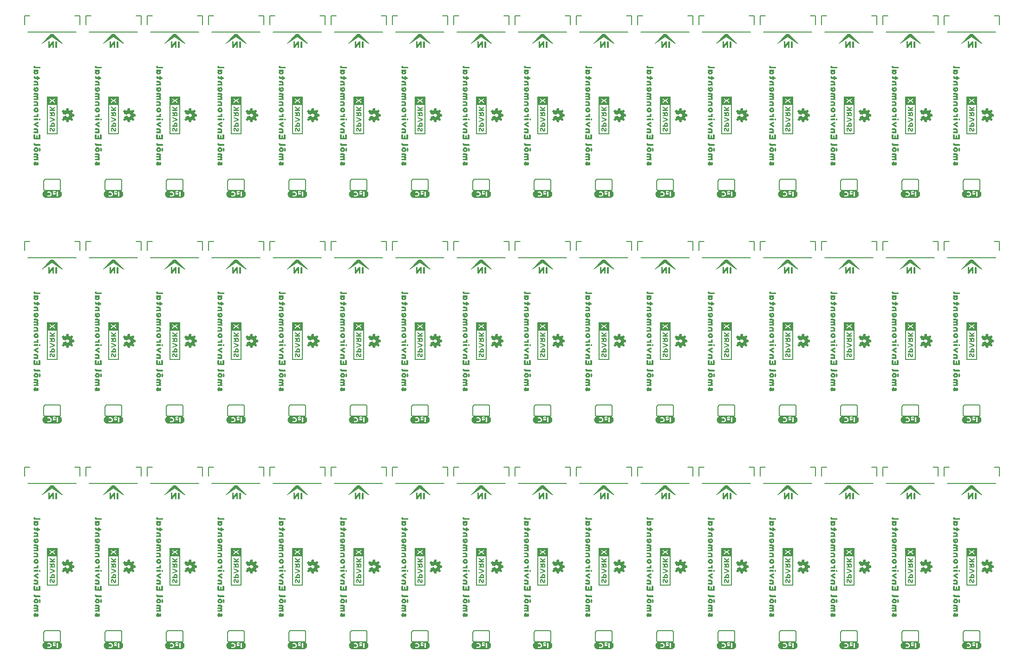
<source format=gbo>
G04 EAGLE Gerber RS-274X export*
G75*
%MOMM*%
%FSLAX34Y34*%
%LPD*%
%INSilkscreen Bottom*%
%IPPOS*%
%AMOC8*
5,1,8,0,0,1.08239X$1,22.5*%
G01*
%ADD10C,0.152400*%

G36*
X1515759Y1004557D02*
X1515759Y1004557D01*
X1515753Y1004564D01*
X1515761Y1004570D01*
X1515761Y1073150D01*
X1515725Y1073197D01*
X1515717Y1073192D01*
X1515711Y1073199D01*
X1496729Y1073199D01*
X1496681Y1073163D01*
X1496687Y1073156D01*
X1496679Y1073150D01*
X1496679Y1004570D01*
X1496715Y1004523D01*
X1496723Y1004528D01*
X1496729Y1004521D01*
X1515711Y1004521D01*
X1515759Y1004557D01*
G37*
G36*
X733439Y593077D02*
X733439Y593077D01*
X733433Y593084D01*
X733441Y593090D01*
X733441Y661670D01*
X733405Y661717D01*
X733397Y661712D01*
X733391Y661719D01*
X714409Y661719D01*
X714361Y661683D01*
X714367Y661676D01*
X714359Y661670D01*
X714359Y593090D01*
X714395Y593043D01*
X714403Y593048D01*
X714409Y593041D01*
X733391Y593041D01*
X733439Y593077D01*
G37*
G36*
X1292239Y593077D02*
X1292239Y593077D01*
X1292233Y593084D01*
X1292241Y593090D01*
X1292241Y661670D01*
X1292205Y661717D01*
X1292197Y661712D01*
X1292191Y661719D01*
X1273209Y661719D01*
X1273161Y661683D01*
X1273167Y661676D01*
X1273159Y661670D01*
X1273159Y593090D01*
X1273195Y593043D01*
X1273203Y593048D01*
X1273209Y593041D01*
X1292191Y593041D01*
X1292239Y593077D01*
G37*
G36*
X174639Y593077D02*
X174639Y593077D01*
X174633Y593084D01*
X174641Y593090D01*
X174641Y661670D01*
X174605Y661717D01*
X174597Y661712D01*
X174591Y661719D01*
X155609Y661719D01*
X155561Y661683D01*
X155567Y661676D01*
X155559Y661670D01*
X155559Y593090D01*
X155595Y593043D01*
X155603Y593048D01*
X155609Y593041D01*
X174591Y593041D01*
X174639Y593077D01*
G37*
G36*
X621679Y593077D02*
X621679Y593077D01*
X621673Y593084D01*
X621681Y593090D01*
X621681Y661670D01*
X621645Y661717D01*
X621637Y661712D01*
X621631Y661719D01*
X602649Y661719D01*
X602601Y661683D01*
X602607Y661676D01*
X602599Y661670D01*
X602599Y593090D01*
X602635Y593043D01*
X602643Y593048D01*
X602649Y593041D01*
X621631Y593041D01*
X621679Y593077D01*
G37*
G36*
X956959Y593077D02*
X956959Y593077D01*
X956953Y593084D01*
X956961Y593090D01*
X956961Y661670D01*
X956925Y661717D01*
X956917Y661712D01*
X956911Y661719D01*
X937929Y661719D01*
X937881Y661683D01*
X937887Y661676D01*
X937879Y661670D01*
X937879Y593090D01*
X937915Y593043D01*
X937923Y593048D01*
X937929Y593041D01*
X956911Y593041D01*
X956959Y593077D01*
G37*
G36*
X286399Y593077D02*
X286399Y593077D01*
X286393Y593084D01*
X286401Y593090D01*
X286401Y661670D01*
X286365Y661717D01*
X286357Y661712D01*
X286351Y661719D01*
X267369Y661719D01*
X267321Y661683D01*
X267327Y661676D01*
X267319Y661670D01*
X267319Y593090D01*
X267355Y593043D01*
X267363Y593048D01*
X267369Y593041D01*
X286351Y593041D01*
X286399Y593077D01*
G37*
G36*
X1068719Y593077D02*
X1068719Y593077D01*
X1068713Y593084D01*
X1068721Y593090D01*
X1068721Y661670D01*
X1068685Y661717D01*
X1068677Y661712D01*
X1068671Y661719D01*
X1049689Y661719D01*
X1049641Y661683D01*
X1049647Y661676D01*
X1049639Y661670D01*
X1049639Y593090D01*
X1049675Y593043D01*
X1049683Y593048D01*
X1049689Y593041D01*
X1068671Y593041D01*
X1068719Y593077D01*
G37*
G36*
X398159Y181597D02*
X398159Y181597D01*
X398153Y181604D01*
X398161Y181610D01*
X398161Y250190D01*
X398125Y250237D01*
X398117Y250232D01*
X398111Y250239D01*
X379129Y250239D01*
X379081Y250203D01*
X379087Y250196D01*
X379079Y250190D01*
X379079Y181610D01*
X379115Y181563D01*
X379123Y181568D01*
X379129Y181561D01*
X398111Y181561D01*
X398159Y181597D01*
G37*
G36*
X1627519Y181597D02*
X1627519Y181597D01*
X1627513Y181604D01*
X1627521Y181610D01*
X1627521Y250190D01*
X1627485Y250237D01*
X1627477Y250232D01*
X1627471Y250239D01*
X1608489Y250239D01*
X1608441Y250203D01*
X1608447Y250196D01*
X1608439Y250190D01*
X1608439Y181610D01*
X1608475Y181563D01*
X1608483Y181568D01*
X1608489Y181561D01*
X1627471Y181561D01*
X1627519Y181597D01*
G37*
G36*
X1739279Y181597D02*
X1739279Y181597D01*
X1739273Y181604D01*
X1739281Y181610D01*
X1739281Y250190D01*
X1739245Y250237D01*
X1739237Y250232D01*
X1739231Y250239D01*
X1720249Y250239D01*
X1720201Y250203D01*
X1720207Y250196D01*
X1720199Y250190D01*
X1720199Y181610D01*
X1720235Y181563D01*
X1720243Y181568D01*
X1720249Y181561D01*
X1739231Y181561D01*
X1739279Y181597D01*
G37*
G36*
X1403999Y181597D02*
X1403999Y181597D01*
X1403993Y181604D01*
X1404001Y181610D01*
X1404001Y250190D01*
X1403965Y250237D01*
X1403957Y250232D01*
X1403951Y250239D01*
X1384969Y250239D01*
X1384921Y250203D01*
X1384927Y250196D01*
X1384919Y250190D01*
X1384919Y181610D01*
X1384955Y181563D01*
X1384963Y181568D01*
X1384969Y181561D01*
X1403951Y181561D01*
X1403999Y181597D01*
G37*
G36*
X1180479Y181597D02*
X1180479Y181597D01*
X1180473Y181604D01*
X1180481Y181610D01*
X1180481Y250190D01*
X1180445Y250237D01*
X1180437Y250232D01*
X1180431Y250239D01*
X1161449Y250239D01*
X1161401Y250203D01*
X1161407Y250196D01*
X1161399Y250190D01*
X1161399Y181610D01*
X1161435Y181563D01*
X1161443Y181568D01*
X1161449Y181561D01*
X1180431Y181561D01*
X1180479Y181597D01*
G37*
G36*
X1515759Y181597D02*
X1515759Y181597D01*
X1515753Y181604D01*
X1515761Y181610D01*
X1515761Y250190D01*
X1515725Y250237D01*
X1515717Y250232D01*
X1515711Y250239D01*
X1496729Y250239D01*
X1496681Y250203D01*
X1496687Y250196D01*
X1496679Y250190D01*
X1496679Y181610D01*
X1496715Y181563D01*
X1496723Y181568D01*
X1496729Y181561D01*
X1515711Y181561D01*
X1515759Y181597D01*
G37*
G36*
X733439Y181597D02*
X733439Y181597D01*
X733433Y181604D01*
X733441Y181610D01*
X733441Y250190D01*
X733405Y250237D01*
X733397Y250232D01*
X733391Y250239D01*
X714409Y250239D01*
X714361Y250203D01*
X714367Y250196D01*
X714359Y250190D01*
X714359Y181610D01*
X714395Y181563D01*
X714403Y181568D01*
X714409Y181561D01*
X733391Y181561D01*
X733439Y181597D01*
G37*
G36*
X286399Y181597D02*
X286399Y181597D01*
X286393Y181604D01*
X286401Y181610D01*
X286401Y250190D01*
X286365Y250237D01*
X286357Y250232D01*
X286351Y250239D01*
X267369Y250239D01*
X267321Y250203D01*
X267327Y250196D01*
X267319Y250190D01*
X267319Y181610D01*
X267355Y181563D01*
X267363Y181568D01*
X267369Y181561D01*
X286351Y181561D01*
X286399Y181597D01*
G37*
G36*
X1180479Y1004557D02*
X1180479Y1004557D01*
X1180473Y1004564D01*
X1180481Y1004570D01*
X1180481Y1073150D01*
X1180445Y1073197D01*
X1180437Y1073192D01*
X1180431Y1073199D01*
X1161449Y1073199D01*
X1161401Y1073163D01*
X1161407Y1073156D01*
X1161399Y1073150D01*
X1161399Y1004570D01*
X1161435Y1004523D01*
X1161443Y1004528D01*
X1161449Y1004521D01*
X1180431Y1004521D01*
X1180479Y1004557D01*
G37*
G36*
X174639Y181597D02*
X174639Y181597D01*
X174633Y181604D01*
X174641Y181610D01*
X174641Y250190D01*
X174605Y250237D01*
X174597Y250232D01*
X174591Y250239D01*
X155609Y250239D01*
X155561Y250203D01*
X155567Y250196D01*
X155559Y250190D01*
X155559Y181610D01*
X155595Y181563D01*
X155603Y181568D01*
X155609Y181561D01*
X174591Y181561D01*
X174639Y181597D01*
G37*
G36*
X43801Y250203D02*
X43801Y250203D01*
X43807Y250196D01*
X43799Y250190D01*
X43799Y181610D01*
X43835Y181563D01*
X43843Y181568D01*
X43849Y181561D01*
X62831Y181561D01*
X62879Y181597D01*
X62873Y181604D01*
X62881Y181610D01*
X62881Y250190D01*
X62845Y250237D01*
X62837Y250232D01*
X62831Y250239D01*
X43849Y250239D01*
X43801Y250203D01*
G37*
G36*
X956959Y181597D02*
X956959Y181597D01*
X956953Y181604D01*
X956961Y181610D01*
X956961Y250190D01*
X956925Y250237D01*
X956917Y250232D01*
X956911Y250239D01*
X937929Y250239D01*
X937881Y250203D01*
X937887Y250196D01*
X937879Y250190D01*
X937879Y181610D01*
X937915Y181563D01*
X937923Y181568D01*
X937929Y181561D01*
X956911Y181561D01*
X956959Y181597D01*
G37*
G36*
X1068719Y181597D02*
X1068719Y181597D01*
X1068713Y181604D01*
X1068721Y181610D01*
X1068721Y250190D01*
X1068685Y250237D01*
X1068677Y250232D01*
X1068671Y250239D01*
X1049689Y250239D01*
X1049641Y250203D01*
X1049647Y250196D01*
X1049639Y250190D01*
X1049639Y181610D01*
X1049675Y181563D01*
X1049683Y181568D01*
X1049689Y181561D01*
X1068671Y181561D01*
X1068719Y181597D01*
G37*
G36*
X845199Y181597D02*
X845199Y181597D01*
X845193Y181604D01*
X845201Y181610D01*
X845201Y250190D01*
X845165Y250237D01*
X845157Y250232D01*
X845151Y250239D01*
X826169Y250239D01*
X826121Y250203D01*
X826127Y250196D01*
X826119Y250190D01*
X826119Y181610D01*
X826155Y181563D01*
X826163Y181568D01*
X826169Y181561D01*
X845151Y181561D01*
X845199Y181597D01*
G37*
G36*
X509919Y181597D02*
X509919Y181597D01*
X509913Y181604D01*
X509921Y181610D01*
X509921Y250190D01*
X509885Y250237D01*
X509877Y250232D01*
X509871Y250239D01*
X490889Y250239D01*
X490841Y250203D01*
X490847Y250196D01*
X490839Y250190D01*
X490839Y181610D01*
X490875Y181563D01*
X490883Y181568D01*
X490889Y181561D01*
X509871Y181561D01*
X509919Y181597D01*
G37*
G36*
X1292239Y181597D02*
X1292239Y181597D01*
X1292233Y181604D01*
X1292241Y181610D01*
X1292241Y250190D01*
X1292205Y250237D01*
X1292197Y250232D01*
X1292191Y250239D01*
X1273209Y250239D01*
X1273161Y250203D01*
X1273167Y250196D01*
X1273159Y250190D01*
X1273159Y181610D01*
X1273195Y181563D01*
X1273203Y181568D01*
X1273209Y181561D01*
X1292191Y181561D01*
X1292239Y181597D01*
G37*
G36*
X621679Y181597D02*
X621679Y181597D01*
X621673Y181604D01*
X621681Y181610D01*
X621681Y250190D01*
X621645Y250237D01*
X621637Y250232D01*
X621631Y250239D01*
X602649Y250239D01*
X602601Y250203D01*
X602607Y250196D01*
X602599Y250190D01*
X602599Y181610D01*
X602635Y181563D01*
X602643Y181568D01*
X602649Y181561D01*
X621631Y181561D01*
X621679Y181597D01*
G37*
G36*
X1515759Y593077D02*
X1515759Y593077D01*
X1515753Y593084D01*
X1515761Y593090D01*
X1515761Y661670D01*
X1515725Y661717D01*
X1515717Y661712D01*
X1515711Y661719D01*
X1496729Y661719D01*
X1496681Y661683D01*
X1496687Y661676D01*
X1496679Y661670D01*
X1496679Y593090D01*
X1496715Y593043D01*
X1496723Y593048D01*
X1496729Y593041D01*
X1515711Y593041D01*
X1515759Y593077D01*
G37*
G36*
X1627519Y593077D02*
X1627519Y593077D01*
X1627513Y593084D01*
X1627521Y593090D01*
X1627521Y661670D01*
X1627485Y661717D01*
X1627477Y661712D01*
X1627471Y661719D01*
X1608489Y661719D01*
X1608441Y661683D01*
X1608447Y661676D01*
X1608439Y661670D01*
X1608439Y593090D01*
X1608475Y593043D01*
X1608483Y593048D01*
X1608489Y593041D01*
X1627471Y593041D01*
X1627519Y593077D01*
G37*
G36*
X1180479Y593077D02*
X1180479Y593077D01*
X1180473Y593084D01*
X1180481Y593090D01*
X1180481Y661670D01*
X1180445Y661717D01*
X1180437Y661712D01*
X1180431Y661719D01*
X1161449Y661719D01*
X1161401Y661683D01*
X1161407Y661676D01*
X1161399Y661670D01*
X1161399Y593090D01*
X1161435Y593043D01*
X1161443Y593048D01*
X1161449Y593041D01*
X1180431Y593041D01*
X1180479Y593077D01*
G37*
G36*
X845199Y593077D02*
X845199Y593077D01*
X845193Y593084D01*
X845201Y593090D01*
X845201Y661670D01*
X845165Y661717D01*
X845157Y661712D01*
X845151Y661719D01*
X826169Y661719D01*
X826121Y661683D01*
X826127Y661676D01*
X826119Y661670D01*
X826119Y593090D01*
X826155Y593043D01*
X826163Y593048D01*
X826169Y593041D01*
X845151Y593041D01*
X845199Y593077D01*
G37*
G36*
X1739279Y593077D02*
X1739279Y593077D01*
X1739273Y593084D01*
X1739281Y593090D01*
X1739281Y661670D01*
X1739245Y661717D01*
X1739237Y661712D01*
X1739231Y661719D01*
X1720249Y661719D01*
X1720201Y661683D01*
X1720207Y661676D01*
X1720199Y661670D01*
X1720199Y593090D01*
X1720235Y593043D01*
X1720243Y593048D01*
X1720249Y593041D01*
X1739231Y593041D01*
X1739279Y593077D01*
G37*
G36*
X1403999Y593077D02*
X1403999Y593077D01*
X1403993Y593084D01*
X1404001Y593090D01*
X1404001Y661670D01*
X1403965Y661717D01*
X1403957Y661712D01*
X1403951Y661719D01*
X1384969Y661719D01*
X1384921Y661683D01*
X1384927Y661676D01*
X1384919Y661670D01*
X1384919Y593090D01*
X1384955Y593043D01*
X1384963Y593048D01*
X1384969Y593041D01*
X1403951Y593041D01*
X1403999Y593077D01*
G37*
G36*
X398159Y593077D02*
X398159Y593077D01*
X398153Y593084D01*
X398161Y593090D01*
X398161Y661670D01*
X398125Y661717D01*
X398117Y661712D01*
X398111Y661719D01*
X379129Y661719D01*
X379081Y661683D01*
X379087Y661676D01*
X379079Y661670D01*
X379079Y593090D01*
X379115Y593043D01*
X379123Y593048D01*
X379129Y593041D01*
X398111Y593041D01*
X398159Y593077D01*
G37*
G36*
X509919Y593077D02*
X509919Y593077D01*
X509913Y593084D01*
X509921Y593090D01*
X509921Y661670D01*
X509885Y661717D01*
X509877Y661712D01*
X509871Y661719D01*
X490889Y661719D01*
X490841Y661683D01*
X490847Y661676D01*
X490839Y661670D01*
X490839Y593090D01*
X490875Y593043D01*
X490883Y593048D01*
X490889Y593041D01*
X509871Y593041D01*
X509919Y593077D01*
G37*
G36*
X62879Y593077D02*
X62879Y593077D01*
X62873Y593084D01*
X62881Y593090D01*
X62881Y661670D01*
X62845Y661717D01*
X62837Y661712D01*
X62831Y661719D01*
X43849Y661719D01*
X43801Y661683D01*
X43807Y661676D01*
X43799Y661670D01*
X43799Y593090D01*
X43835Y593043D01*
X43843Y593048D01*
X43849Y593041D01*
X62831Y593041D01*
X62879Y593077D01*
G37*
G36*
X286399Y1004557D02*
X286399Y1004557D01*
X286393Y1004564D01*
X286401Y1004570D01*
X286401Y1073150D01*
X286365Y1073197D01*
X286357Y1073192D01*
X286351Y1073199D01*
X267369Y1073199D01*
X267321Y1073163D01*
X267327Y1073156D01*
X267319Y1073150D01*
X267319Y1004570D01*
X267355Y1004523D01*
X267363Y1004528D01*
X267369Y1004521D01*
X286351Y1004521D01*
X286399Y1004557D01*
G37*
G36*
X956959Y1004557D02*
X956959Y1004557D01*
X956953Y1004564D01*
X956961Y1004570D01*
X956961Y1073150D01*
X956925Y1073197D01*
X956917Y1073192D01*
X956911Y1073199D01*
X937929Y1073199D01*
X937881Y1073163D01*
X937887Y1073156D01*
X937879Y1073150D01*
X937879Y1004570D01*
X937915Y1004523D01*
X937923Y1004528D01*
X937929Y1004521D01*
X956911Y1004521D01*
X956959Y1004557D01*
G37*
G36*
X398159Y1004557D02*
X398159Y1004557D01*
X398153Y1004564D01*
X398161Y1004570D01*
X398161Y1073150D01*
X398125Y1073197D01*
X398117Y1073192D01*
X398111Y1073199D01*
X379129Y1073199D01*
X379081Y1073163D01*
X379087Y1073156D01*
X379079Y1073150D01*
X379079Y1004570D01*
X379115Y1004523D01*
X379123Y1004528D01*
X379129Y1004521D01*
X398111Y1004521D01*
X398159Y1004557D01*
G37*
G36*
X621679Y1004557D02*
X621679Y1004557D01*
X621673Y1004564D01*
X621681Y1004570D01*
X621681Y1073150D01*
X621645Y1073197D01*
X621637Y1073192D01*
X621631Y1073199D01*
X602649Y1073199D01*
X602601Y1073163D01*
X602607Y1073156D01*
X602599Y1073150D01*
X602599Y1004570D01*
X602635Y1004523D01*
X602643Y1004528D01*
X602649Y1004521D01*
X621631Y1004521D01*
X621679Y1004557D01*
G37*
G36*
X509919Y1004557D02*
X509919Y1004557D01*
X509913Y1004564D01*
X509921Y1004570D01*
X509921Y1073150D01*
X509885Y1073197D01*
X509877Y1073192D01*
X509871Y1073199D01*
X490889Y1073199D01*
X490841Y1073163D01*
X490847Y1073156D01*
X490839Y1073150D01*
X490839Y1004570D01*
X490875Y1004523D01*
X490883Y1004528D01*
X490889Y1004521D01*
X509871Y1004521D01*
X509919Y1004557D01*
G37*
G36*
X1739279Y1004557D02*
X1739279Y1004557D01*
X1739273Y1004564D01*
X1739281Y1004570D01*
X1739281Y1073150D01*
X1739245Y1073197D01*
X1739237Y1073192D01*
X1739231Y1073199D01*
X1720249Y1073199D01*
X1720201Y1073163D01*
X1720207Y1073156D01*
X1720199Y1073150D01*
X1720199Y1004570D01*
X1720235Y1004523D01*
X1720243Y1004528D01*
X1720249Y1004521D01*
X1739231Y1004521D01*
X1739279Y1004557D01*
G37*
G36*
X1403999Y1004557D02*
X1403999Y1004557D01*
X1403993Y1004564D01*
X1404001Y1004570D01*
X1404001Y1073150D01*
X1403965Y1073197D01*
X1403957Y1073192D01*
X1403951Y1073199D01*
X1384969Y1073199D01*
X1384921Y1073163D01*
X1384927Y1073156D01*
X1384919Y1073150D01*
X1384919Y1004570D01*
X1384955Y1004523D01*
X1384963Y1004528D01*
X1384969Y1004521D01*
X1403951Y1004521D01*
X1403999Y1004557D01*
G37*
G36*
X174639Y1004557D02*
X174639Y1004557D01*
X174633Y1004564D01*
X174641Y1004570D01*
X174641Y1073150D01*
X174605Y1073197D01*
X174597Y1073192D01*
X174591Y1073199D01*
X155609Y1073199D01*
X155561Y1073163D01*
X155567Y1073156D01*
X155559Y1073150D01*
X155559Y1004570D01*
X155595Y1004523D01*
X155603Y1004528D01*
X155609Y1004521D01*
X174591Y1004521D01*
X174639Y1004557D01*
G37*
G36*
X845199Y1004557D02*
X845199Y1004557D01*
X845193Y1004564D01*
X845201Y1004570D01*
X845201Y1073150D01*
X845165Y1073197D01*
X845157Y1073192D01*
X845151Y1073199D01*
X826169Y1073199D01*
X826121Y1073163D01*
X826127Y1073156D01*
X826119Y1073150D01*
X826119Y1004570D01*
X826155Y1004523D01*
X826163Y1004528D01*
X826169Y1004521D01*
X845151Y1004521D01*
X845199Y1004557D01*
G37*
G36*
X1292239Y1004557D02*
X1292239Y1004557D01*
X1292233Y1004564D01*
X1292241Y1004570D01*
X1292241Y1073150D01*
X1292205Y1073197D01*
X1292197Y1073192D01*
X1292191Y1073199D01*
X1273209Y1073199D01*
X1273161Y1073163D01*
X1273167Y1073156D01*
X1273159Y1073150D01*
X1273159Y1004570D01*
X1273195Y1004523D01*
X1273203Y1004528D01*
X1273209Y1004521D01*
X1292191Y1004521D01*
X1292239Y1004557D01*
G37*
G36*
X62879Y1004557D02*
X62879Y1004557D01*
X62873Y1004564D01*
X62881Y1004570D01*
X62881Y1073150D01*
X62845Y1073197D01*
X62837Y1073192D01*
X62831Y1073199D01*
X43849Y1073199D01*
X43801Y1073163D01*
X43807Y1073156D01*
X43799Y1073150D01*
X43799Y1004570D01*
X43835Y1004523D01*
X43843Y1004528D01*
X43849Y1004521D01*
X62831Y1004521D01*
X62879Y1004557D01*
G37*
G36*
X1627519Y1004557D02*
X1627519Y1004557D01*
X1627513Y1004564D01*
X1627521Y1004570D01*
X1627521Y1073150D01*
X1627485Y1073197D01*
X1627477Y1073192D01*
X1627471Y1073199D01*
X1608489Y1073199D01*
X1608441Y1073163D01*
X1608447Y1073156D01*
X1608439Y1073150D01*
X1608439Y1004570D01*
X1608475Y1004523D01*
X1608483Y1004528D01*
X1608489Y1004521D01*
X1627471Y1004521D01*
X1627519Y1004557D01*
G37*
G36*
X1068719Y1004557D02*
X1068719Y1004557D01*
X1068713Y1004564D01*
X1068721Y1004570D01*
X1068721Y1073150D01*
X1068685Y1073197D01*
X1068677Y1073192D01*
X1068671Y1073199D01*
X1049689Y1073199D01*
X1049641Y1073163D01*
X1049647Y1073156D01*
X1049639Y1073150D01*
X1049639Y1004570D01*
X1049675Y1004523D01*
X1049683Y1004528D01*
X1049689Y1004521D01*
X1068671Y1004521D01*
X1068719Y1004557D01*
G37*
G36*
X733439Y1004557D02*
X733439Y1004557D01*
X733433Y1004564D01*
X733441Y1004570D01*
X733441Y1073150D01*
X733405Y1073197D01*
X733397Y1073192D01*
X733391Y1073199D01*
X714409Y1073199D01*
X714361Y1073163D01*
X714367Y1073156D01*
X714359Y1073150D01*
X714359Y1004570D01*
X714395Y1004523D01*
X714403Y1004528D01*
X714409Y1004521D01*
X733391Y1004521D01*
X733439Y1004557D01*
G37*
%LPC*%
G36*
X380940Y594902D02*
X380940Y594902D01*
X380940Y646300D01*
X396300Y646300D01*
X396300Y594902D01*
X380940Y594902D01*
G37*
%LPD*%
%LPC*%
G36*
X716220Y594902D02*
X716220Y594902D01*
X716220Y646300D01*
X731580Y646300D01*
X731580Y594902D01*
X716220Y594902D01*
G37*
%LPD*%
%LPC*%
G36*
X1610300Y594902D02*
X1610300Y594902D01*
X1610300Y646300D01*
X1625660Y646300D01*
X1625660Y594902D01*
X1610300Y594902D01*
G37*
%LPD*%
%LPC*%
G36*
X269180Y594902D02*
X269180Y594902D01*
X269180Y646300D01*
X284540Y646300D01*
X284540Y594902D01*
X269180Y594902D01*
G37*
%LPD*%
%LPC*%
G36*
X1275020Y594902D02*
X1275020Y594902D01*
X1275020Y646300D01*
X1290380Y646300D01*
X1290380Y594902D01*
X1275020Y594902D01*
G37*
%LPD*%
%LPC*%
G36*
X157420Y594902D02*
X157420Y594902D01*
X157420Y646300D01*
X172780Y646300D01*
X172780Y594902D01*
X157420Y594902D01*
G37*
%LPD*%
%LPC*%
G36*
X827980Y594902D02*
X827980Y594902D01*
X827980Y646300D01*
X843340Y646300D01*
X843340Y594902D01*
X827980Y594902D01*
G37*
%LPD*%
%LPC*%
G36*
X492700Y594902D02*
X492700Y594902D01*
X492700Y646300D01*
X508060Y646300D01*
X508060Y594902D01*
X492700Y594902D01*
G37*
%LPD*%
%LPC*%
G36*
X1722060Y594902D02*
X1722060Y594902D01*
X1722060Y646300D01*
X1737420Y646300D01*
X1737420Y594902D01*
X1722060Y594902D01*
G37*
%LPD*%
%LPC*%
G36*
X604460Y594902D02*
X604460Y594902D01*
X604460Y646300D01*
X619820Y646300D01*
X619820Y594902D01*
X604460Y594902D01*
G37*
%LPD*%
%LPC*%
G36*
X1386780Y594902D02*
X1386780Y594902D01*
X1386780Y646300D01*
X1402140Y646300D01*
X1402140Y594902D01*
X1386780Y594902D01*
G37*
%LPD*%
%LPC*%
G36*
X1163260Y594902D02*
X1163260Y594902D01*
X1163260Y646300D01*
X1178620Y646300D01*
X1178620Y594902D01*
X1163260Y594902D01*
G37*
%LPD*%
%LPC*%
G36*
X1498540Y594902D02*
X1498540Y594902D01*
X1498540Y646300D01*
X1513900Y646300D01*
X1513900Y594902D01*
X1498540Y594902D01*
G37*
%LPD*%
%LPC*%
G36*
X1051500Y594902D02*
X1051500Y594902D01*
X1051500Y646300D01*
X1066860Y646300D01*
X1066860Y594902D01*
X1051500Y594902D01*
G37*
%LPD*%
%LPC*%
G36*
X939740Y594902D02*
X939740Y594902D01*
X939740Y646300D01*
X955100Y646300D01*
X955100Y594902D01*
X939740Y594902D01*
G37*
%LPD*%
%LPC*%
G36*
X45660Y594902D02*
X45660Y594902D01*
X45660Y646300D01*
X61020Y646300D01*
X61020Y594902D01*
X45660Y594902D01*
G37*
%LPD*%
%LPC*%
G36*
X1722060Y1006382D02*
X1722060Y1006382D01*
X1722060Y1057780D01*
X1737420Y1057780D01*
X1737420Y1006382D01*
X1722060Y1006382D01*
G37*
%LPD*%
%LPC*%
G36*
X61020Y234820D02*
X61020Y234820D01*
X61020Y183422D01*
X45660Y183422D01*
X45660Y234820D01*
X61020Y234820D01*
G37*
%LPD*%
%LPC*%
G36*
X716220Y183422D02*
X716220Y183422D01*
X716220Y234820D01*
X731580Y234820D01*
X731580Y183422D01*
X716220Y183422D01*
G37*
%LPD*%
%LPC*%
G36*
X1051500Y183422D02*
X1051500Y183422D01*
X1051500Y234820D01*
X1066860Y234820D01*
X1066860Y183422D01*
X1051500Y183422D01*
G37*
%LPD*%
%LPC*%
G36*
X827980Y183422D02*
X827980Y183422D01*
X827980Y234820D01*
X843340Y234820D01*
X843340Y183422D01*
X827980Y183422D01*
G37*
%LPD*%
%LPC*%
G36*
X269180Y183422D02*
X269180Y183422D01*
X269180Y234820D01*
X284540Y234820D01*
X284540Y183422D01*
X269180Y183422D01*
G37*
%LPD*%
%LPC*%
G36*
X1722060Y183422D02*
X1722060Y183422D01*
X1722060Y234820D01*
X1737420Y234820D01*
X1737420Y183422D01*
X1722060Y183422D01*
G37*
%LPD*%
%LPC*%
G36*
X1275020Y183422D02*
X1275020Y183422D01*
X1275020Y234820D01*
X1290380Y234820D01*
X1290380Y183422D01*
X1275020Y183422D01*
G37*
%LPD*%
%LPC*%
G36*
X939740Y183422D02*
X939740Y183422D01*
X939740Y234820D01*
X955100Y234820D01*
X955100Y183422D01*
X939740Y183422D01*
G37*
%LPD*%
%LPC*%
G36*
X157420Y183422D02*
X157420Y183422D01*
X157420Y234820D01*
X172780Y234820D01*
X172780Y183422D01*
X157420Y183422D01*
G37*
%LPD*%
%LPC*%
G36*
X1163260Y183422D02*
X1163260Y183422D01*
X1163260Y234820D01*
X1178620Y234820D01*
X1178620Y183422D01*
X1163260Y183422D01*
G37*
%LPD*%
%LPC*%
G36*
X604460Y183422D02*
X604460Y183422D01*
X604460Y234820D01*
X619820Y234820D01*
X619820Y183422D01*
X604460Y183422D01*
G37*
%LPD*%
%LPC*%
G36*
X1386780Y183422D02*
X1386780Y183422D01*
X1386780Y234820D01*
X1402140Y234820D01*
X1402140Y183422D01*
X1386780Y183422D01*
G37*
%LPD*%
%LPC*%
G36*
X1610300Y183422D02*
X1610300Y183422D01*
X1610300Y234820D01*
X1625660Y234820D01*
X1625660Y183422D01*
X1610300Y183422D01*
G37*
%LPD*%
%LPC*%
G36*
X1498540Y183422D02*
X1498540Y183422D01*
X1498540Y234820D01*
X1513900Y234820D01*
X1513900Y183422D01*
X1498540Y183422D01*
G37*
%LPD*%
%LPC*%
G36*
X380940Y183422D02*
X380940Y183422D01*
X380940Y234820D01*
X396300Y234820D01*
X396300Y183422D01*
X380940Y183422D01*
G37*
%LPD*%
%LPC*%
G36*
X492700Y183422D02*
X492700Y183422D01*
X492700Y234820D01*
X508060Y234820D01*
X508060Y183422D01*
X492700Y183422D01*
G37*
%LPD*%
%LPC*%
G36*
X604460Y1006382D02*
X604460Y1006382D01*
X604460Y1057780D01*
X619820Y1057780D01*
X619820Y1006382D01*
X604460Y1006382D01*
G37*
%LPD*%
%LPC*%
G36*
X492700Y1006382D02*
X492700Y1006382D01*
X492700Y1057780D01*
X508060Y1057780D01*
X508060Y1006382D01*
X492700Y1006382D01*
G37*
%LPD*%
%LPC*%
G36*
X1275020Y1006382D02*
X1275020Y1006382D01*
X1275020Y1057780D01*
X1290380Y1057780D01*
X1290380Y1006382D01*
X1275020Y1006382D01*
G37*
%LPD*%
%LPC*%
G36*
X269180Y1006382D02*
X269180Y1006382D01*
X269180Y1057780D01*
X284540Y1057780D01*
X284540Y1006382D01*
X269180Y1006382D01*
G37*
%LPD*%
%LPC*%
G36*
X157420Y1006382D02*
X157420Y1006382D01*
X157420Y1057780D01*
X172780Y1057780D01*
X172780Y1006382D01*
X157420Y1006382D01*
G37*
%LPD*%
%LPC*%
G36*
X1163260Y1006382D02*
X1163260Y1006382D01*
X1163260Y1057780D01*
X1178620Y1057780D01*
X1178620Y1006382D01*
X1163260Y1006382D01*
G37*
%LPD*%
%LPC*%
G36*
X45660Y1006382D02*
X45660Y1006382D01*
X45660Y1057780D01*
X61020Y1057780D01*
X61020Y1006382D01*
X45660Y1006382D01*
G37*
%LPD*%
%LPC*%
G36*
X380940Y1006382D02*
X380940Y1006382D01*
X380940Y1057780D01*
X396300Y1057780D01*
X396300Y1006382D01*
X380940Y1006382D01*
G37*
%LPD*%
%LPC*%
G36*
X716220Y1006382D02*
X716220Y1006382D01*
X716220Y1057780D01*
X731580Y1057780D01*
X731580Y1006382D01*
X716220Y1006382D01*
G37*
%LPD*%
%LPC*%
G36*
X827980Y1006382D02*
X827980Y1006382D01*
X827980Y1057780D01*
X843340Y1057780D01*
X843340Y1006382D01*
X827980Y1006382D01*
G37*
%LPD*%
%LPC*%
G36*
X1610300Y1006382D02*
X1610300Y1006382D01*
X1610300Y1057780D01*
X1625660Y1057780D01*
X1625660Y1006382D01*
X1610300Y1006382D01*
G37*
%LPD*%
%LPC*%
G36*
X1498540Y1006382D02*
X1498540Y1006382D01*
X1498540Y1057780D01*
X1513900Y1057780D01*
X1513900Y1006382D01*
X1498540Y1006382D01*
G37*
%LPD*%
%LPC*%
G36*
X939740Y1006382D02*
X939740Y1006382D01*
X939740Y1057780D01*
X955100Y1057780D01*
X955100Y1006382D01*
X939740Y1006382D01*
G37*
%LPD*%
%LPC*%
G36*
X1051500Y1006382D02*
X1051500Y1006382D01*
X1051500Y1057780D01*
X1066860Y1057780D01*
X1066860Y1006382D01*
X1051500Y1006382D01*
G37*
%LPD*%
%LPC*%
G36*
X1386780Y1006382D02*
X1386780Y1006382D01*
X1386780Y1057780D01*
X1402140Y1057780D01*
X1402140Y1006382D01*
X1386780Y1006382D01*
G37*
%LPD*%
G36*
X1294104Y65544D02*
X1294104Y65544D01*
X1294107Y65541D01*
X1294807Y65641D01*
X1294811Y65645D01*
X1294814Y65643D01*
X1295514Y65843D01*
X1295515Y65844D01*
X1295516Y65843D01*
X1296116Y66043D01*
X1296119Y66048D01*
X1296122Y66046D01*
X1297322Y66646D01*
X1297324Y66650D01*
X1297327Y66649D01*
X1297927Y67049D01*
X1297928Y67052D01*
X1297931Y67052D01*
X1298431Y67452D01*
X1298433Y67459D01*
X1298438Y67459D01*
X1299238Y68459D01*
X1299239Y68463D01*
X1299241Y68463D01*
X1299641Y69063D01*
X1299641Y69067D01*
X1299644Y69068D01*
X1299944Y69668D01*
X1299943Y69675D01*
X1299947Y69676D01*
X1299958Y69714D01*
X1300000Y69861D01*
X1300014Y69911D01*
X1300056Y70058D01*
X1300057Y70058D01*
X1300056Y70058D01*
X1300099Y70206D01*
X1300113Y70255D01*
X1300147Y70375D01*
X1300347Y70974D01*
X1300345Y70981D01*
X1300349Y70983D01*
X1300449Y71683D01*
X1300446Y71688D01*
X1300449Y71690D01*
X1300449Y72990D01*
X1300446Y72994D01*
X1300449Y72997D01*
X1300249Y74397D01*
X1300241Y74405D01*
X1300244Y74412D01*
X1299344Y76212D01*
X1299337Y76215D01*
X1299338Y76221D01*
X1298938Y76721D01*
X1298934Y76722D01*
X1298935Y76725D01*
X1297935Y77725D01*
X1297931Y77725D01*
X1297931Y77728D01*
X1297431Y78128D01*
X1297423Y78129D01*
X1297422Y78134D01*
X1296222Y78734D01*
X1296215Y78733D01*
X1296214Y78737D01*
X1295515Y78937D01*
X1294916Y79137D01*
X1294909Y79135D01*
X1294907Y79139D01*
X1294207Y79239D01*
X1294202Y79236D01*
X1294200Y79239D01*
X1271300Y79239D01*
X1271295Y79236D01*
X1271292Y79239D01*
X1270692Y79139D01*
X1269993Y79039D01*
X1269985Y79031D01*
X1269978Y79034D01*
X1269382Y78736D01*
X1268686Y78537D01*
X1268681Y78530D01*
X1268675Y78532D01*
X1268175Y78232D01*
X1268174Y78231D01*
X1268173Y78231D01*
X1267573Y77831D01*
X1267570Y77824D01*
X1267565Y77825D01*
X1266565Y76825D01*
X1266565Y76821D01*
X1266562Y76821D01*
X1266162Y76321D01*
X1266161Y76317D01*
X1266159Y76317D01*
X1265759Y75717D01*
X1265759Y75713D01*
X1265756Y75712D01*
X1265456Y75112D01*
X1265456Y75109D01*
X1265455Y75109D01*
X1265457Y75107D01*
X1265453Y75106D01*
X1265053Y73906D01*
X1265055Y73899D01*
X1265051Y73897D01*
X1264951Y73197D01*
X1264954Y73192D01*
X1264951Y73190D01*
X1264951Y71790D01*
X1264954Y71785D01*
X1264951Y71782D01*
X1265051Y71182D01*
X1265151Y70483D01*
X1265156Y70478D01*
X1265153Y70474D01*
X1265353Y69874D01*
X1265358Y69871D01*
X1265356Y69868D01*
X1265656Y69268D01*
X1265660Y69266D01*
X1265659Y69263D01*
X1266459Y68063D01*
X1266462Y68062D01*
X1266462Y68059D01*
X1266862Y67559D01*
X1266869Y67557D01*
X1266869Y67552D01*
X1267369Y67152D01*
X1267373Y67151D01*
X1267373Y67149D01*
X1267971Y66750D01*
X1268469Y66352D01*
X1268479Y66351D01*
X1268481Y66345D01*
X1269181Y66045D01*
X1269184Y66046D01*
X1269184Y66043D01*
X1269784Y65843D01*
X1269786Y65844D01*
X1269786Y65843D01*
X1270486Y65643D01*
X1270496Y65646D01*
X1270500Y65641D01*
X1271097Y65641D01*
X1271793Y65541D01*
X1271798Y65544D01*
X1271800Y65541D01*
X1294100Y65541D01*
X1294104Y65544D01*
G37*
G36*
X64744Y65544D02*
X64744Y65544D01*
X64747Y65541D01*
X65447Y65641D01*
X65451Y65645D01*
X65454Y65643D01*
X66154Y65843D01*
X66155Y65844D01*
X66156Y65843D01*
X66756Y66043D01*
X66759Y66048D01*
X66762Y66046D01*
X67962Y66646D01*
X67964Y66650D01*
X67967Y66649D01*
X68567Y67049D01*
X68568Y67052D01*
X68571Y67052D01*
X69071Y67452D01*
X69073Y67459D01*
X69078Y67459D01*
X69878Y68459D01*
X69879Y68463D01*
X69881Y68463D01*
X70281Y69063D01*
X70281Y69067D01*
X70284Y69068D01*
X70584Y69668D01*
X70583Y69675D01*
X70587Y69676D01*
X70598Y69714D01*
X70640Y69861D01*
X70654Y69911D01*
X70696Y70058D01*
X70697Y70058D01*
X70696Y70058D01*
X70739Y70206D01*
X70753Y70255D01*
X70787Y70375D01*
X70987Y70974D01*
X70985Y70981D01*
X70989Y70983D01*
X71089Y71683D01*
X71086Y71688D01*
X71089Y71690D01*
X71089Y72990D01*
X71086Y72994D01*
X71089Y72997D01*
X70889Y74397D01*
X70881Y74405D01*
X70884Y74412D01*
X69984Y76212D01*
X69977Y76215D01*
X69978Y76221D01*
X69578Y76721D01*
X69574Y76722D01*
X69575Y76725D01*
X68575Y77725D01*
X68571Y77725D01*
X68571Y77728D01*
X68071Y78128D01*
X68063Y78129D01*
X68062Y78134D01*
X66862Y78734D01*
X66855Y78733D01*
X66854Y78737D01*
X66155Y78937D01*
X65556Y79137D01*
X65549Y79135D01*
X65547Y79139D01*
X64847Y79239D01*
X64842Y79236D01*
X64840Y79239D01*
X41940Y79239D01*
X41935Y79236D01*
X41932Y79239D01*
X41332Y79139D01*
X40633Y79039D01*
X40625Y79031D01*
X40618Y79034D01*
X40022Y78736D01*
X39326Y78537D01*
X39321Y78530D01*
X39315Y78532D01*
X38815Y78232D01*
X38814Y78231D01*
X38813Y78231D01*
X38213Y77831D01*
X38210Y77824D01*
X38205Y77825D01*
X37205Y76825D01*
X37205Y76821D01*
X37202Y76821D01*
X36802Y76321D01*
X36801Y76317D01*
X36799Y76317D01*
X36399Y75717D01*
X36399Y75713D01*
X36396Y75712D01*
X36096Y75112D01*
X36096Y75109D01*
X36095Y75109D01*
X36097Y75107D01*
X36093Y75106D01*
X35693Y73906D01*
X35695Y73899D01*
X35691Y73897D01*
X35591Y73197D01*
X35594Y73192D01*
X35591Y73190D01*
X35591Y71790D01*
X35594Y71785D01*
X35591Y71782D01*
X35691Y71182D01*
X35791Y70483D01*
X35796Y70478D01*
X35793Y70474D01*
X35993Y69874D01*
X35998Y69871D01*
X35996Y69868D01*
X36296Y69268D01*
X36300Y69266D01*
X36299Y69263D01*
X37099Y68063D01*
X37102Y68062D01*
X37102Y68059D01*
X37502Y67559D01*
X37509Y67557D01*
X37509Y67552D01*
X38009Y67152D01*
X38013Y67151D01*
X38013Y67149D01*
X38611Y66750D01*
X39109Y66352D01*
X39119Y66351D01*
X39121Y66345D01*
X39821Y66045D01*
X39824Y66046D01*
X39824Y66043D01*
X40424Y65843D01*
X40426Y65844D01*
X40426Y65843D01*
X41126Y65643D01*
X41136Y65646D01*
X41140Y65641D01*
X41737Y65641D01*
X42433Y65541D01*
X42438Y65544D01*
X42440Y65541D01*
X64740Y65541D01*
X64744Y65544D01*
G37*
G36*
X288264Y65544D02*
X288264Y65544D01*
X288267Y65541D01*
X288967Y65641D01*
X288971Y65645D01*
X288974Y65643D01*
X289674Y65843D01*
X289675Y65844D01*
X289676Y65843D01*
X290276Y66043D01*
X290279Y66048D01*
X290282Y66046D01*
X291482Y66646D01*
X291484Y66650D01*
X291487Y66649D01*
X292087Y67049D01*
X292088Y67052D01*
X292091Y67052D01*
X292591Y67452D01*
X292593Y67459D01*
X292598Y67459D01*
X293398Y68459D01*
X293399Y68463D01*
X293401Y68463D01*
X293801Y69063D01*
X293801Y69067D01*
X293804Y69068D01*
X294104Y69668D01*
X294103Y69675D01*
X294107Y69676D01*
X294118Y69714D01*
X294160Y69861D01*
X294174Y69911D01*
X294216Y70058D01*
X294217Y70058D01*
X294216Y70058D01*
X294259Y70206D01*
X294273Y70255D01*
X294307Y70375D01*
X294507Y70974D01*
X294505Y70981D01*
X294509Y70983D01*
X294609Y71683D01*
X294606Y71688D01*
X294609Y71690D01*
X294609Y72990D01*
X294606Y72994D01*
X294609Y72997D01*
X294409Y74397D01*
X294401Y74405D01*
X294404Y74412D01*
X293504Y76212D01*
X293497Y76215D01*
X293498Y76221D01*
X293098Y76721D01*
X293094Y76722D01*
X293095Y76725D01*
X292095Y77725D01*
X292091Y77725D01*
X292091Y77728D01*
X291591Y78128D01*
X291583Y78129D01*
X291582Y78134D01*
X290382Y78734D01*
X290375Y78733D01*
X290374Y78737D01*
X289675Y78937D01*
X289076Y79137D01*
X289069Y79135D01*
X289067Y79139D01*
X288367Y79239D01*
X288362Y79236D01*
X288360Y79239D01*
X265460Y79239D01*
X265455Y79236D01*
X265452Y79239D01*
X264852Y79139D01*
X264153Y79039D01*
X264145Y79031D01*
X264138Y79034D01*
X263542Y78736D01*
X262846Y78537D01*
X262841Y78530D01*
X262835Y78532D01*
X262335Y78232D01*
X262334Y78231D01*
X262333Y78231D01*
X261733Y77831D01*
X261730Y77824D01*
X261725Y77825D01*
X260725Y76825D01*
X260725Y76821D01*
X260722Y76821D01*
X260322Y76321D01*
X260321Y76317D01*
X260319Y76317D01*
X259919Y75717D01*
X259919Y75713D01*
X259916Y75712D01*
X259616Y75112D01*
X259616Y75109D01*
X259615Y75109D01*
X259617Y75107D01*
X259613Y75106D01*
X259213Y73906D01*
X259215Y73899D01*
X259211Y73897D01*
X259111Y73197D01*
X259114Y73192D01*
X259111Y73190D01*
X259111Y71790D01*
X259114Y71785D01*
X259111Y71782D01*
X259211Y71182D01*
X259311Y70483D01*
X259316Y70478D01*
X259313Y70474D01*
X259513Y69874D01*
X259518Y69871D01*
X259516Y69868D01*
X259816Y69268D01*
X259820Y69266D01*
X259819Y69263D01*
X260619Y68063D01*
X260622Y68062D01*
X260622Y68059D01*
X261022Y67559D01*
X261029Y67557D01*
X261029Y67552D01*
X261529Y67152D01*
X261533Y67151D01*
X261533Y67149D01*
X262131Y66750D01*
X262629Y66352D01*
X262639Y66351D01*
X262641Y66345D01*
X263341Y66045D01*
X263344Y66046D01*
X263344Y66043D01*
X263944Y65843D01*
X263946Y65844D01*
X263946Y65843D01*
X264646Y65643D01*
X264656Y65646D01*
X264660Y65641D01*
X265257Y65641D01*
X265953Y65541D01*
X265958Y65544D01*
X265960Y65541D01*
X288260Y65541D01*
X288264Y65544D01*
G37*
G36*
X1182344Y65544D02*
X1182344Y65544D01*
X1182347Y65541D01*
X1183047Y65641D01*
X1183051Y65645D01*
X1183054Y65643D01*
X1183754Y65843D01*
X1183755Y65844D01*
X1183756Y65843D01*
X1184356Y66043D01*
X1184359Y66048D01*
X1184362Y66046D01*
X1185562Y66646D01*
X1185564Y66650D01*
X1185567Y66649D01*
X1186167Y67049D01*
X1186168Y67052D01*
X1186171Y67052D01*
X1186671Y67452D01*
X1186673Y67459D01*
X1186678Y67459D01*
X1187478Y68459D01*
X1187479Y68463D01*
X1187481Y68463D01*
X1187881Y69063D01*
X1187881Y69067D01*
X1187884Y69068D01*
X1188184Y69668D01*
X1188183Y69675D01*
X1188187Y69676D01*
X1188198Y69714D01*
X1188240Y69861D01*
X1188254Y69911D01*
X1188296Y70058D01*
X1188297Y70058D01*
X1188296Y70058D01*
X1188339Y70206D01*
X1188353Y70255D01*
X1188387Y70375D01*
X1188587Y70974D01*
X1188585Y70981D01*
X1188589Y70983D01*
X1188689Y71683D01*
X1188686Y71688D01*
X1188689Y71690D01*
X1188689Y72990D01*
X1188686Y72994D01*
X1188689Y72997D01*
X1188489Y74397D01*
X1188481Y74405D01*
X1188484Y74412D01*
X1187584Y76212D01*
X1187577Y76215D01*
X1187578Y76221D01*
X1187178Y76721D01*
X1187174Y76722D01*
X1187175Y76725D01*
X1186175Y77725D01*
X1186171Y77725D01*
X1186171Y77728D01*
X1185671Y78128D01*
X1185663Y78129D01*
X1185662Y78134D01*
X1184462Y78734D01*
X1184455Y78733D01*
X1184454Y78737D01*
X1183755Y78937D01*
X1183156Y79137D01*
X1183149Y79135D01*
X1183147Y79139D01*
X1182447Y79239D01*
X1182442Y79236D01*
X1182440Y79239D01*
X1159540Y79239D01*
X1159535Y79236D01*
X1159532Y79239D01*
X1158932Y79139D01*
X1158233Y79039D01*
X1158225Y79031D01*
X1158218Y79034D01*
X1157622Y78736D01*
X1156926Y78537D01*
X1156921Y78530D01*
X1156915Y78532D01*
X1156415Y78232D01*
X1156414Y78231D01*
X1156413Y78231D01*
X1155813Y77831D01*
X1155810Y77824D01*
X1155805Y77825D01*
X1154805Y76825D01*
X1154805Y76821D01*
X1154802Y76821D01*
X1154402Y76321D01*
X1154401Y76317D01*
X1154399Y76317D01*
X1153999Y75717D01*
X1153999Y75713D01*
X1153996Y75712D01*
X1153696Y75112D01*
X1153696Y75109D01*
X1153695Y75109D01*
X1153697Y75107D01*
X1153693Y75106D01*
X1153293Y73906D01*
X1153295Y73899D01*
X1153291Y73897D01*
X1153191Y73197D01*
X1153194Y73192D01*
X1153191Y73190D01*
X1153191Y71790D01*
X1153194Y71785D01*
X1153191Y71782D01*
X1153291Y71182D01*
X1153391Y70483D01*
X1153396Y70478D01*
X1153393Y70474D01*
X1153593Y69874D01*
X1153598Y69871D01*
X1153596Y69868D01*
X1153896Y69268D01*
X1153900Y69266D01*
X1153899Y69263D01*
X1154699Y68063D01*
X1154702Y68062D01*
X1154702Y68059D01*
X1155102Y67559D01*
X1155109Y67557D01*
X1155109Y67552D01*
X1155609Y67152D01*
X1155613Y67151D01*
X1155613Y67149D01*
X1156211Y66750D01*
X1156709Y66352D01*
X1156719Y66351D01*
X1156721Y66345D01*
X1157421Y66045D01*
X1157424Y66046D01*
X1157424Y66043D01*
X1158024Y65843D01*
X1158026Y65844D01*
X1158026Y65843D01*
X1158726Y65643D01*
X1158736Y65646D01*
X1158740Y65641D01*
X1159337Y65641D01*
X1160033Y65541D01*
X1160038Y65544D01*
X1160040Y65541D01*
X1182340Y65541D01*
X1182344Y65544D01*
G37*
G36*
X1070584Y65544D02*
X1070584Y65544D01*
X1070587Y65541D01*
X1071287Y65641D01*
X1071291Y65645D01*
X1071294Y65643D01*
X1071994Y65843D01*
X1071995Y65844D01*
X1071996Y65843D01*
X1072596Y66043D01*
X1072599Y66048D01*
X1072602Y66046D01*
X1073802Y66646D01*
X1073804Y66650D01*
X1073807Y66649D01*
X1074407Y67049D01*
X1074408Y67052D01*
X1074411Y67052D01*
X1074911Y67452D01*
X1074913Y67459D01*
X1074918Y67459D01*
X1075718Y68459D01*
X1075719Y68463D01*
X1075721Y68463D01*
X1076121Y69063D01*
X1076121Y69067D01*
X1076124Y69068D01*
X1076424Y69668D01*
X1076423Y69675D01*
X1076427Y69676D01*
X1076438Y69714D01*
X1076480Y69861D01*
X1076494Y69911D01*
X1076536Y70058D01*
X1076537Y70058D01*
X1076536Y70058D01*
X1076579Y70206D01*
X1076593Y70255D01*
X1076627Y70375D01*
X1076827Y70974D01*
X1076825Y70981D01*
X1076829Y70983D01*
X1076929Y71683D01*
X1076926Y71688D01*
X1076929Y71690D01*
X1076929Y72990D01*
X1076926Y72994D01*
X1076929Y72997D01*
X1076729Y74397D01*
X1076721Y74405D01*
X1076724Y74412D01*
X1075824Y76212D01*
X1075817Y76215D01*
X1075818Y76221D01*
X1075418Y76721D01*
X1075414Y76722D01*
X1075415Y76725D01*
X1074415Y77725D01*
X1074411Y77725D01*
X1074411Y77728D01*
X1073911Y78128D01*
X1073903Y78129D01*
X1073902Y78134D01*
X1072702Y78734D01*
X1072695Y78733D01*
X1072694Y78737D01*
X1071995Y78937D01*
X1071396Y79137D01*
X1071389Y79135D01*
X1071387Y79139D01*
X1070687Y79239D01*
X1070682Y79236D01*
X1070680Y79239D01*
X1047780Y79239D01*
X1047775Y79236D01*
X1047772Y79239D01*
X1047172Y79139D01*
X1046473Y79039D01*
X1046465Y79031D01*
X1046458Y79034D01*
X1045862Y78736D01*
X1045166Y78537D01*
X1045161Y78530D01*
X1045155Y78532D01*
X1044655Y78232D01*
X1044654Y78231D01*
X1044653Y78231D01*
X1044053Y77831D01*
X1044050Y77824D01*
X1044045Y77825D01*
X1043045Y76825D01*
X1043045Y76821D01*
X1043042Y76821D01*
X1042642Y76321D01*
X1042641Y76317D01*
X1042639Y76317D01*
X1042239Y75717D01*
X1042239Y75713D01*
X1042236Y75712D01*
X1041936Y75112D01*
X1041936Y75109D01*
X1041935Y75109D01*
X1041937Y75107D01*
X1041933Y75106D01*
X1041533Y73906D01*
X1041535Y73899D01*
X1041531Y73897D01*
X1041431Y73197D01*
X1041434Y73192D01*
X1041431Y73190D01*
X1041431Y71790D01*
X1041434Y71785D01*
X1041431Y71782D01*
X1041531Y71182D01*
X1041631Y70483D01*
X1041636Y70478D01*
X1041633Y70474D01*
X1041833Y69874D01*
X1041838Y69871D01*
X1041836Y69868D01*
X1042136Y69268D01*
X1042140Y69266D01*
X1042139Y69263D01*
X1042939Y68063D01*
X1042942Y68062D01*
X1042942Y68059D01*
X1043342Y67559D01*
X1043349Y67557D01*
X1043349Y67552D01*
X1043849Y67152D01*
X1043853Y67151D01*
X1043853Y67149D01*
X1044451Y66750D01*
X1044949Y66352D01*
X1044959Y66351D01*
X1044961Y66345D01*
X1045661Y66045D01*
X1045664Y66046D01*
X1045664Y66043D01*
X1046264Y65843D01*
X1046266Y65844D01*
X1046266Y65843D01*
X1046966Y65643D01*
X1046976Y65646D01*
X1046980Y65641D01*
X1047577Y65641D01*
X1048273Y65541D01*
X1048278Y65544D01*
X1048280Y65541D01*
X1070580Y65541D01*
X1070584Y65544D01*
G37*
G36*
X847064Y65544D02*
X847064Y65544D01*
X847067Y65541D01*
X847767Y65641D01*
X847771Y65645D01*
X847774Y65643D01*
X848474Y65843D01*
X848475Y65844D01*
X848476Y65843D01*
X849076Y66043D01*
X849079Y66048D01*
X849082Y66046D01*
X850282Y66646D01*
X850284Y66650D01*
X850287Y66649D01*
X850887Y67049D01*
X850888Y67052D01*
X850891Y67052D01*
X851391Y67452D01*
X851393Y67459D01*
X851398Y67459D01*
X852198Y68459D01*
X852199Y68463D01*
X852201Y68463D01*
X852601Y69063D01*
X852601Y69067D01*
X852604Y69068D01*
X852904Y69668D01*
X852903Y69675D01*
X852907Y69676D01*
X852918Y69714D01*
X852960Y69861D01*
X852974Y69911D01*
X853016Y70058D01*
X853017Y70058D01*
X853016Y70058D01*
X853059Y70206D01*
X853073Y70255D01*
X853107Y70375D01*
X853307Y70974D01*
X853305Y70981D01*
X853309Y70983D01*
X853409Y71683D01*
X853406Y71688D01*
X853409Y71690D01*
X853409Y72990D01*
X853406Y72994D01*
X853409Y72997D01*
X853209Y74397D01*
X853201Y74405D01*
X853204Y74412D01*
X852304Y76212D01*
X852297Y76215D01*
X852298Y76221D01*
X851898Y76721D01*
X851894Y76722D01*
X851895Y76725D01*
X850895Y77725D01*
X850891Y77725D01*
X850891Y77728D01*
X850391Y78128D01*
X850383Y78129D01*
X850382Y78134D01*
X849182Y78734D01*
X849175Y78733D01*
X849174Y78737D01*
X848475Y78937D01*
X847876Y79137D01*
X847869Y79135D01*
X847867Y79139D01*
X847167Y79239D01*
X847162Y79236D01*
X847160Y79239D01*
X824260Y79239D01*
X824255Y79236D01*
X824252Y79239D01*
X823652Y79139D01*
X822953Y79039D01*
X822945Y79031D01*
X822938Y79034D01*
X822342Y78736D01*
X821646Y78537D01*
X821641Y78530D01*
X821635Y78532D01*
X821135Y78232D01*
X821134Y78231D01*
X821133Y78231D01*
X820533Y77831D01*
X820530Y77824D01*
X820525Y77825D01*
X819525Y76825D01*
X819525Y76821D01*
X819522Y76821D01*
X819122Y76321D01*
X819121Y76317D01*
X819119Y76317D01*
X818719Y75717D01*
X818719Y75713D01*
X818716Y75712D01*
X818416Y75112D01*
X818416Y75109D01*
X818415Y75109D01*
X818417Y75107D01*
X818413Y75106D01*
X818013Y73906D01*
X818015Y73899D01*
X818011Y73897D01*
X817911Y73197D01*
X817914Y73192D01*
X817911Y73190D01*
X817911Y71790D01*
X817914Y71785D01*
X817911Y71782D01*
X818011Y71182D01*
X818111Y70483D01*
X818116Y70478D01*
X818113Y70474D01*
X818313Y69874D01*
X818318Y69871D01*
X818316Y69868D01*
X818616Y69268D01*
X818620Y69266D01*
X818619Y69263D01*
X819419Y68063D01*
X819422Y68062D01*
X819422Y68059D01*
X819822Y67559D01*
X819829Y67557D01*
X819829Y67552D01*
X820329Y67152D01*
X820333Y67151D01*
X820333Y67149D01*
X820931Y66750D01*
X821429Y66352D01*
X821439Y66351D01*
X821441Y66345D01*
X822141Y66045D01*
X822144Y66046D01*
X822144Y66043D01*
X822744Y65843D01*
X822746Y65844D01*
X822746Y65843D01*
X823446Y65643D01*
X823456Y65646D01*
X823460Y65641D01*
X824057Y65641D01*
X824753Y65541D01*
X824758Y65544D01*
X824760Y65541D01*
X847060Y65541D01*
X847064Y65544D01*
G37*
G36*
X1405864Y65544D02*
X1405864Y65544D01*
X1405867Y65541D01*
X1406567Y65641D01*
X1406571Y65645D01*
X1406574Y65643D01*
X1407274Y65843D01*
X1407275Y65844D01*
X1407276Y65843D01*
X1407876Y66043D01*
X1407879Y66048D01*
X1407882Y66046D01*
X1409082Y66646D01*
X1409084Y66650D01*
X1409087Y66649D01*
X1409687Y67049D01*
X1409688Y67052D01*
X1409691Y67052D01*
X1410191Y67452D01*
X1410193Y67459D01*
X1410198Y67459D01*
X1410998Y68459D01*
X1410999Y68463D01*
X1411001Y68463D01*
X1411401Y69063D01*
X1411401Y69067D01*
X1411404Y69068D01*
X1411704Y69668D01*
X1411703Y69675D01*
X1411707Y69676D01*
X1411718Y69714D01*
X1411760Y69861D01*
X1411774Y69911D01*
X1411816Y70058D01*
X1411817Y70058D01*
X1411816Y70058D01*
X1411859Y70206D01*
X1411873Y70255D01*
X1411907Y70375D01*
X1412107Y70974D01*
X1412105Y70981D01*
X1412109Y70983D01*
X1412209Y71683D01*
X1412206Y71688D01*
X1412209Y71690D01*
X1412209Y72990D01*
X1412206Y72994D01*
X1412209Y72997D01*
X1412009Y74397D01*
X1412001Y74405D01*
X1412004Y74412D01*
X1411104Y76212D01*
X1411097Y76215D01*
X1411098Y76221D01*
X1410698Y76721D01*
X1410694Y76722D01*
X1410695Y76725D01*
X1409695Y77725D01*
X1409691Y77725D01*
X1409691Y77728D01*
X1409191Y78128D01*
X1409183Y78129D01*
X1409182Y78134D01*
X1407982Y78734D01*
X1407975Y78733D01*
X1407974Y78737D01*
X1407275Y78937D01*
X1406676Y79137D01*
X1406669Y79135D01*
X1406667Y79139D01*
X1405967Y79239D01*
X1405962Y79236D01*
X1405960Y79239D01*
X1383060Y79239D01*
X1383055Y79236D01*
X1383052Y79239D01*
X1382452Y79139D01*
X1381753Y79039D01*
X1381745Y79031D01*
X1381738Y79034D01*
X1381142Y78736D01*
X1380446Y78537D01*
X1380441Y78530D01*
X1380435Y78532D01*
X1379935Y78232D01*
X1379934Y78231D01*
X1379933Y78231D01*
X1379333Y77831D01*
X1379330Y77824D01*
X1379325Y77825D01*
X1378325Y76825D01*
X1378325Y76821D01*
X1378322Y76821D01*
X1377922Y76321D01*
X1377921Y76317D01*
X1377919Y76317D01*
X1377519Y75717D01*
X1377519Y75713D01*
X1377516Y75712D01*
X1377216Y75112D01*
X1377216Y75109D01*
X1377215Y75109D01*
X1377217Y75107D01*
X1377213Y75106D01*
X1376813Y73906D01*
X1376815Y73899D01*
X1376811Y73897D01*
X1376711Y73197D01*
X1376714Y73192D01*
X1376711Y73190D01*
X1376711Y71790D01*
X1376714Y71785D01*
X1376711Y71782D01*
X1376811Y71182D01*
X1376911Y70483D01*
X1376916Y70478D01*
X1376913Y70474D01*
X1377113Y69874D01*
X1377118Y69871D01*
X1377116Y69868D01*
X1377416Y69268D01*
X1377420Y69266D01*
X1377419Y69263D01*
X1378219Y68063D01*
X1378222Y68062D01*
X1378222Y68059D01*
X1378622Y67559D01*
X1378629Y67557D01*
X1378629Y67552D01*
X1379129Y67152D01*
X1379133Y67151D01*
X1379133Y67149D01*
X1379731Y66750D01*
X1380229Y66352D01*
X1380239Y66351D01*
X1380241Y66345D01*
X1380941Y66045D01*
X1380944Y66046D01*
X1380944Y66043D01*
X1381544Y65843D01*
X1381546Y65844D01*
X1381546Y65843D01*
X1382246Y65643D01*
X1382256Y65646D01*
X1382260Y65641D01*
X1382857Y65641D01*
X1383553Y65541D01*
X1383558Y65544D01*
X1383560Y65541D01*
X1405860Y65541D01*
X1405864Y65544D01*
G37*
G36*
X176504Y65544D02*
X176504Y65544D01*
X176507Y65541D01*
X177207Y65641D01*
X177211Y65645D01*
X177214Y65643D01*
X177914Y65843D01*
X177915Y65844D01*
X177916Y65843D01*
X178516Y66043D01*
X178519Y66048D01*
X178522Y66046D01*
X179722Y66646D01*
X179724Y66650D01*
X179727Y66649D01*
X180327Y67049D01*
X180328Y67052D01*
X180331Y67052D01*
X180831Y67452D01*
X180833Y67459D01*
X180838Y67459D01*
X181638Y68459D01*
X181639Y68463D01*
X181641Y68463D01*
X182041Y69063D01*
X182041Y69067D01*
X182044Y69068D01*
X182344Y69668D01*
X182343Y69675D01*
X182347Y69676D01*
X182358Y69714D01*
X182400Y69861D01*
X182414Y69911D01*
X182456Y70058D01*
X182457Y70058D01*
X182456Y70058D01*
X182499Y70206D01*
X182513Y70255D01*
X182547Y70375D01*
X182747Y70974D01*
X182745Y70981D01*
X182749Y70983D01*
X182849Y71683D01*
X182846Y71688D01*
X182849Y71690D01*
X182849Y72990D01*
X182846Y72994D01*
X182849Y72997D01*
X182649Y74397D01*
X182641Y74405D01*
X182644Y74412D01*
X181744Y76212D01*
X181737Y76215D01*
X181738Y76221D01*
X181338Y76721D01*
X181334Y76722D01*
X181335Y76725D01*
X180335Y77725D01*
X180331Y77725D01*
X180331Y77728D01*
X179831Y78128D01*
X179823Y78129D01*
X179822Y78134D01*
X178622Y78734D01*
X178615Y78733D01*
X178614Y78737D01*
X177915Y78937D01*
X177316Y79137D01*
X177309Y79135D01*
X177307Y79139D01*
X176607Y79239D01*
X176602Y79236D01*
X176600Y79239D01*
X153700Y79239D01*
X153695Y79236D01*
X153692Y79239D01*
X153092Y79139D01*
X152393Y79039D01*
X152385Y79031D01*
X152378Y79034D01*
X151782Y78736D01*
X151086Y78537D01*
X151081Y78530D01*
X151075Y78532D01*
X150575Y78232D01*
X150574Y78231D01*
X150573Y78231D01*
X149973Y77831D01*
X149970Y77824D01*
X149965Y77825D01*
X148965Y76825D01*
X148965Y76821D01*
X148962Y76821D01*
X148562Y76321D01*
X148561Y76317D01*
X148559Y76317D01*
X148159Y75717D01*
X148159Y75713D01*
X148156Y75712D01*
X147856Y75112D01*
X147856Y75109D01*
X147855Y75109D01*
X147857Y75107D01*
X147853Y75106D01*
X147453Y73906D01*
X147455Y73899D01*
X147451Y73897D01*
X147351Y73197D01*
X147354Y73192D01*
X147351Y73190D01*
X147351Y71790D01*
X147354Y71785D01*
X147351Y71782D01*
X147451Y71182D01*
X147551Y70483D01*
X147556Y70478D01*
X147553Y70474D01*
X147753Y69874D01*
X147758Y69871D01*
X147756Y69868D01*
X148056Y69268D01*
X148060Y69266D01*
X148059Y69263D01*
X148859Y68063D01*
X148862Y68062D01*
X148862Y68059D01*
X149262Y67559D01*
X149269Y67557D01*
X149269Y67552D01*
X149769Y67152D01*
X149773Y67151D01*
X149773Y67149D01*
X150371Y66750D01*
X150869Y66352D01*
X150879Y66351D01*
X150881Y66345D01*
X151581Y66045D01*
X151584Y66046D01*
X151584Y66043D01*
X152184Y65843D01*
X152186Y65844D01*
X152186Y65843D01*
X152886Y65643D01*
X152896Y65646D01*
X152900Y65641D01*
X153497Y65641D01*
X154193Y65541D01*
X154198Y65544D01*
X154200Y65541D01*
X176500Y65541D01*
X176504Y65544D01*
G37*
G36*
X735304Y65544D02*
X735304Y65544D01*
X735307Y65541D01*
X736007Y65641D01*
X736011Y65645D01*
X736014Y65643D01*
X736714Y65843D01*
X736715Y65844D01*
X736716Y65843D01*
X737316Y66043D01*
X737319Y66048D01*
X737322Y66046D01*
X738522Y66646D01*
X738524Y66650D01*
X738527Y66649D01*
X739127Y67049D01*
X739128Y67052D01*
X739131Y67052D01*
X739631Y67452D01*
X739633Y67459D01*
X739638Y67459D01*
X740438Y68459D01*
X740439Y68463D01*
X740441Y68463D01*
X740841Y69063D01*
X740841Y69067D01*
X740844Y69068D01*
X741144Y69668D01*
X741143Y69675D01*
X741147Y69676D01*
X741158Y69714D01*
X741200Y69861D01*
X741214Y69911D01*
X741256Y70058D01*
X741257Y70058D01*
X741256Y70058D01*
X741299Y70206D01*
X741313Y70255D01*
X741347Y70375D01*
X741547Y70974D01*
X741545Y70981D01*
X741549Y70983D01*
X741649Y71683D01*
X741646Y71688D01*
X741649Y71690D01*
X741649Y72990D01*
X741646Y72994D01*
X741649Y72997D01*
X741449Y74397D01*
X741441Y74405D01*
X741444Y74412D01*
X740544Y76212D01*
X740537Y76215D01*
X740538Y76221D01*
X740138Y76721D01*
X740134Y76722D01*
X740135Y76725D01*
X739135Y77725D01*
X739131Y77725D01*
X739131Y77728D01*
X738631Y78128D01*
X738623Y78129D01*
X738622Y78134D01*
X737422Y78734D01*
X737415Y78733D01*
X737414Y78737D01*
X736715Y78937D01*
X736116Y79137D01*
X736109Y79135D01*
X736107Y79139D01*
X735407Y79239D01*
X735402Y79236D01*
X735400Y79239D01*
X712500Y79239D01*
X712495Y79236D01*
X712492Y79239D01*
X711892Y79139D01*
X711193Y79039D01*
X711185Y79031D01*
X711178Y79034D01*
X710582Y78736D01*
X709886Y78537D01*
X709881Y78530D01*
X709875Y78532D01*
X709375Y78232D01*
X709374Y78231D01*
X709373Y78231D01*
X708773Y77831D01*
X708770Y77824D01*
X708765Y77825D01*
X707765Y76825D01*
X707765Y76821D01*
X707762Y76821D01*
X707362Y76321D01*
X707361Y76317D01*
X707359Y76317D01*
X706959Y75717D01*
X706959Y75713D01*
X706956Y75712D01*
X706656Y75112D01*
X706656Y75109D01*
X706655Y75109D01*
X706657Y75107D01*
X706653Y75106D01*
X706253Y73906D01*
X706255Y73899D01*
X706251Y73897D01*
X706151Y73197D01*
X706154Y73192D01*
X706151Y73190D01*
X706151Y71790D01*
X706154Y71785D01*
X706151Y71782D01*
X706251Y71182D01*
X706351Y70483D01*
X706356Y70478D01*
X706353Y70474D01*
X706553Y69874D01*
X706558Y69871D01*
X706556Y69868D01*
X706856Y69268D01*
X706860Y69266D01*
X706859Y69263D01*
X707659Y68063D01*
X707662Y68062D01*
X707662Y68059D01*
X708062Y67559D01*
X708069Y67557D01*
X708069Y67552D01*
X708569Y67152D01*
X708573Y67151D01*
X708573Y67149D01*
X709171Y66750D01*
X709669Y66352D01*
X709679Y66351D01*
X709681Y66345D01*
X710381Y66045D01*
X710384Y66046D01*
X710384Y66043D01*
X710984Y65843D01*
X710986Y65844D01*
X710986Y65843D01*
X711686Y65643D01*
X711696Y65646D01*
X711700Y65641D01*
X712297Y65641D01*
X712993Y65541D01*
X712998Y65544D01*
X713000Y65541D01*
X735300Y65541D01*
X735304Y65544D01*
G37*
G36*
X1405864Y477024D02*
X1405864Y477024D01*
X1405867Y477021D01*
X1406567Y477121D01*
X1406571Y477125D01*
X1406574Y477123D01*
X1407274Y477323D01*
X1407275Y477324D01*
X1407276Y477323D01*
X1407876Y477523D01*
X1407879Y477528D01*
X1407882Y477526D01*
X1409082Y478126D01*
X1409084Y478130D01*
X1409087Y478129D01*
X1409687Y478529D01*
X1409688Y478532D01*
X1409691Y478532D01*
X1410191Y478932D01*
X1410193Y478939D01*
X1410198Y478939D01*
X1410998Y479939D01*
X1410999Y479943D01*
X1411001Y479943D01*
X1411401Y480543D01*
X1411401Y480547D01*
X1411404Y480548D01*
X1411704Y481148D01*
X1411703Y481155D01*
X1411707Y481156D01*
X1411718Y481194D01*
X1411760Y481341D01*
X1411774Y481391D01*
X1411816Y481538D01*
X1411817Y481538D01*
X1411816Y481538D01*
X1411859Y481686D01*
X1411873Y481735D01*
X1411907Y481855D01*
X1412107Y482454D01*
X1412105Y482461D01*
X1412109Y482463D01*
X1412209Y483163D01*
X1412206Y483168D01*
X1412209Y483170D01*
X1412209Y484470D01*
X1412206Y484474D01*
X1412209Y484477D01*
X1412009Y485877D01*
X1412001Y485885D01*
X1412004Y485892D01*
X1411104Y487692D01*
X1411097Y487695D01*
X1411098Y487701D01*
X1410698Y488201D01*
X1410694Y488202D01*
X1410695Y488205D01*
X1409695Y489205D01*
X1409691Y489205D01*
X1409691Y489208D01*
X1409191Y489608D01*
X1409183Y489609D01*
X1409182Y489614D01*
X1407982Y490214D01*
X1407975Y490213D01*
X1407974Y490217D01*
X1407275Y490417D01*
X1406676Y490617D01*
X1406669Y490615D01*
X1406667Y490619D01*
X1405967Y490719D01*
X1405962Y490716D01*
X1405960Y490719D01*
X1383060Y490719D01*
X1383055Y490716D01*
X1383052Y490719D01*
X1382452Y490619D01*
X1381753Y490519D01*
X1381745Y490511D01*
X1381738Y490514D01*
X1381142Y490216D01*
X1380446Y490017D01*
X1380441Y490010D01*
X1380435Y490012D01*
X1379935Y489712D01*
X1379934Y489711D01*
X1379933Y489711D01*
X1379333Y489311D01*
X1379330Y489304D01*
X1379325Y489305D01*
X1378325Y488305D01*
X1378325Y488301D01*
X1378322Y488301D01*
X1377922Y487801D01*
X1377921Y487797D01*
X1377919Y487797D01*
X1377519Y487197D01*
X1377519Y487193D01*
X1377516Y487192D01*
X1377216Y486592D01*
X1377216Y486589D01*
X1377215Y486589D01*
X1377217Y486587D01*
X1377213Y486586D01*
X1376813Y485386D01*
X1376815Y485379D01*
X1376811Y485377D01*
X1376711Y484677D01*
X1376714Y484672D01*
X1376711Y484670D01*
X1376711Y483270D01*
X1376714Y483265D01*
X1376711Y483262D01*
X1376811Y482662D01*
X1376911Y481963D01*
X1376916Y481958D01*
X1376913Y481954D01*
X1377113Y481354D01*
X1377118Y481351D01*
X1377116Y481348D01*
X1377416Y480748D01*
X1377420Y480746D01*
X1377419Y480743D01*
X1378219Y479543D01*
X1378222Y479542D01*
X1378222Y479539D01*
X1378622Y479039D01*
X1378629Y479037D01*
X1378629Y479032D01*
X1379129Y478632D01*
X1379133Y478631D01*
X1379133Y478629D01*
X1379731Y478230D01*
X1380229Y477832D01*
X1380239Y477831D01*
X1380241Y477825D01*
X1380941Y477525D01*
X1380944Y477526D01*
X1380944Y477523D01*
X1381544Y477323D01*
X1381546Y477324D01*
X1381546Y477323D01*
X1382246Y477123D01*
X1382256Y477126D01*
X1382260Y477121D01*
X1382857Y477121D01*
X1383553Y477021D01*
X1383558Y477024D01*
X1383560Y477021D01*
X1405860Y477021D01*
X1405864Y477024D01*
G37*
G36*
X400024Y477024D02*
X400024Y477024D01*
X400027Y477021D01*
X400727Y477121D01*
X400731Y477125D01*
X400734Y477123D01*
X401434Y477323D01*
X401435Y477324D01*
X401436Y477323D01*
X402036Y477523D01*
X402039Y477528D01*
X402042Y477526D01*
X403242Y478126D01*
X403244Y478130D01*
X403247Y478129D01*
X403847Y478529D01*
X403848Y478532D01*
X403851Y478532D01*
X404351Y478932D01*
X404353Y478939D01*
X404358Y478939D01*
X405158Y479939D01*
X405159Y479943D01*
X405161Y479943D01*
X405561Y480543D01*
X405561Y480547D01*
X405564Y480548D01*
X405864Y481148D01*
X405863Y481155D01*
X405867Y481156D01*
X405878Y481194D01*
X405920Y481341D01*
X405934Y481391D01*
X405976Y481538D01*
X405977Y481538D01*
X405976Y481538D01*
X406019Y481686D01*
X406033Y481735D01*
X406067Y481855D01*
X406267Y482454D01*
X406265Y482461D01*
X406269Y482463D01*
X406369Y483163D01*
X406366Y483168D01*
X406369Y483170D01*
X406369Y484470D01*
X406366Y484474D01*
X406369Y484477D01*
X406169Y485877D01*
X406161Y485885D01*
X406164Y485892D01*
X405264Y487692D01*
X405257Y487695D01*
X405258Y487701D01*
X404858Y488201D01*
X404854Y488202D01*
X404855Y488205D01*
X403855Y489205D01*
X403851Y489205D01*
X403851Y489208D01*
X403351Y489608D01*
X403343Y489609D01*
X403342Y489614D01*
X402142Y490214D01*
X402135Y490213D01*
X402134Y490217D01*
X401435Y490417D01*
X400836Y490617D01*
X400829Y490615D01*
X400827Y490619D01*
X400127Y490719D01*
X400122Y490716D01*
X400120Y490719D01*
X377220Y490719D01*
X377215Y490716D01*
X377212Y490719D01*
X376612Y490619D01*
X375913Y490519D01*
X375905Y490511D01*
X375898Y490514D01*
X375302Y490216D01*
X374606Y490017D01*
X374601Y490010D01*
X374595Y490012D01*
X374095Y489712D01*
X374094Y489711D01*
X374093Y489711D01*
X373493Y489311D01*
X373490Y489304D01*
X373485Y489305D01*
X372485Y488305D01*
X372485Y488301D01*
X372482Y488301D01*
X372082Y487801D01*
X372081Y487797D01*
X372079Y487797D01*
X371679Y487197D01*
X371679Y487193D01*
X371676Y487192D01*
X371376Y486592D01*
X371376Y486589D01*
X371375Y486589D01*
X371377Y486587D01*
X371373Y486586D01*
X370973Y485386D01*
X370975Y485379D01*
X370971Y485377D01*
X370871Y484677D01*
X370874Y484672D01*
X370871Y484670D01*
X370871Y483270D01*
X370874Y483265D01*
X370871Y483262D01*
X370971Y482662D01*
X371071Y481963D01*
X371076Y481958D01*
X371073Y481954D01*
X371273Y481354D01*
X371278Y481351D01*
X371276Y481348D01*
X371576Y480748D01*
X371580Y480746D01*
X371579Y480743D01*
X372379Y479543D01*
X372382Y479542D01*
X372382Y479539D01*
X372782Y479039D01*
X372789Y479037D01*
X372789Y479032D01*
X373289Y478632D01*
X373293Y478631D01*
X373293Y478629D01*
X373891Y478230D01*
X374389Y477832D01*
X374399Y477831D01*
X374401Y477825D01*
X375101Y477525D01*
X375104Y477526D01*
X375104Y477523D01*
X375704Y477323D01*
X375706Y477324D01*
X375706Y477323D01*
X376406Y477123D01*
X376416Y477126D01*
X376420Y477121D01*
X377017Y477121D01*
X377713Y477021D01*
X377718Y477024D01*
X377720Y477021D01*
X400020Y477021D01*
X400024Y477024D01*
G37*
G36*
X1070584Y477024D02*
X1070584Y477024D01*
X1070587Y477021D01*
X1071287Y477121D01*
X1071291Y477125D01*
X1071294Y477123D01*
X1071994Y477323D01*
X1071995Y477324D01*
X1071996Y477323D01*
X1072596Y477523D01*
X1072599Y477528D01*
X1072602Y477526D01*
X1073802Y478126D01*
X1073804Y478130D01*
X1073807Y478129D01*
X1074407Y478529D01*
X1074408Y478532D01*
X1074411Y478532D01*
X1074911Y478932D01*
X1074913Y478939D01*
X1074918Y478939D01*
X1075718Y479939D01*
X1075719Y479943D01*
X1075721Y479943D01*
X1076121Y480543D01*
X1076121Y480547D01*
X1076124Y480548D01*
X1076424Y481148D01*
X1076423Y481155D01*
X1076427Y481156D01*
X1076438Y481194D01*
X1076480Y481341D01*
X1076494Y481391D01*
X1076536Y481538D01*
X1076537Y481538D01*
X1076536Y481538D01*
X1076579Y481686D01*
X1076593Y481735D01*
X1076627Y481855D01*
X1076827Y482454D01*
X1076825Y482461D01*
X1076829Y482463D01*
X1076929Y483163D01*
X1076926Y483168D01*
X1076929Y483170D01*
X1076929Y484470D01*
X1076926Y484474D01*
X1076929Y484477D01*
X1076729Y485877D01*
X1076721Y485885D01*
X1076724Y485892D01*
X1075824Y487692D01*
X1075817Y487695D01*
X1075818Y487701D01*
X1075418Y488201D01*
X1075414Y488202D01*
X1075415Y488205D01*
X1074415Y489205D01*
X1074411Y489205D01*
X1074411Y489208D01*
X1073911Y489608D01*
X1073903Y489609D01*
X1073902Y489614D01*
X1072702Y490214D01*
X1072695Y490213D01*
X1072694Y490217D01*
X1071995Y490417D01*
X1071396Y490617D01*
X1071389Y490615D01*
X1071387Y490619D01*
X1070687Y490719D01*
X1070682Y490716D01*
X1070680Y490719D01*
X1047780Y490719D01*
X1047775Y490716D01*
X1047772Y490719D01*
X1047172Y490619D01*
X1046473Y490519D01*
X1046465Y490511D01*
X1046458Y490514D01*
X1045862Y490216D01*
X1045166Y490017D01*
X1045161Y490010D01*
X1045155Y490012D01*
X1044655Y489712D01*
X1044654Y489711D01*
X1044653Y489711D01*
X1044053Y489311D01*
X1044050Y489304D01*
X1044045Y489305D01*
X1043045Y488305D01*
X1043045Y488301D01*
X1043042Y488301D01*
X1042642Y487801D01*
X1042641Y487797D01*
X1042639Y487797D01*
X1042239Y487197D01*
X1042239Y487193D01*
X1042236Y487192D01*
X1041936Y486592D01*
X1041936Y486589D01*
X1041935Y486589D01*
X1041937Y486587D01*
X1041933Y486586D01*
X1041533Y485386D01*
X1041535Y485379D01*
X1041531Y485377D01*
X1041431Y484677D01*
X1041434Y484672D01*
X1041431Y484670D01*
X1041431Y483270D01*
X1041434Y483265D01*
X1041431Y483262D01*
X1041531Y482662D01*
X1041631Y481963D01*
X1041636Y481958D01*
X1041633Y481954D01*
X1041833Y481354D01*
X1041838Y481351D01*
X1041836Y481348D01*
X1042136Y480748D01*
X1042140Y480746D01*
X1042139Y480743D01*
X1042939Y479543D01*
X1042942Y479542D01*
X1042942Y479539D01*
X1043342Y479039D01*
X1043349Y479037D01*
X1043349Y479032D01*
X1043849Y478632D01*
X1043853Y478631D01*
X1043853Y478629D01*
X1044451Y478230D01*
X1044949Y477832D01*
X1044959Y477831D01*
X1044961Y477825D01*
X1045661Y477525D01*
X1045664Y477526D01*
X1045664Y477523D01*
X1046264Y477323D01*
X1046266Y477324D01*
X1046266Y477323D01*
X1046966Y477123D01*
X1046976Y477126D01*
X1046980Y477121D01*
X1047577Y477121D01*
X1048273Y477021D01*
X1048278Y477024D01*
X1048280Y477021D01*
X1070580Y477021D01*
X1070584Y477024D01*
G37*
G36*
X288264Y477024D02*
X288264Y477024D01*
X288267Y477021D01*
X288967Y477121D01*
X288971Y477125D01*
X288974Y477123D01*
X289674Y477323D01*
X289675Y477324D01*
X289676Y477323D01*
X290276Y477523D01*
X290279Y477528D01*
X290282Y477526D01*
X291482Y478126D01*
X291484Y478130D01*
X291487Y478129D01*
X292087Y478529D01*
X292088Y478532D01*
X292091Y478532D01*
X292591Y478932D01*
X292593Y478939D01*
X292598Y478939D01*
X293398Y479939D01*
X293399Y479943D01*
X293401Y479943D01*
X293801Y480543D01*
X293801Y480547D01*
X293804Y480548D01*
X294104Y481148D01*
X294103Y481155D01*
X294107Y481156D01*
X294118Y481194D01*
X294160Y481341D01*
X294174Y481391D01*
X294216Y481538D01*
X294217Y481538D01*
X294216Y481538D01*
X294259Y481686D01*
X294273Y481735D01*
X294307Y481855D01*
X294507Y482454D01*
X294505Y482461D01*
X294509Y482463D01*
X294609Y483163D01*
X294606Y483168D01*
X294609Y483170D01*
X294609Y484470D01*
X294606Y484474D01*
X294609Y484477D01*
X294409Y485877D01*
X294401Y485885D01*
X294404Y485892D01*
X293504Y487692D01*
X293497Y487695D01*
X293498Y487701D01*
X293098Y488201D01*
X293094Y488202D01*
X293095Y488205D01*
X292095Y489205D01*
X292091Y489205D01*
X292091Y489208D01*
X291591Y489608D01*
X291583Y489609D01*
X291582Y489614D01*
X290382Y490214D01*
X290375Y490213D01*
X290374Y490217D01*
X289675Y490417D01*
X289076Y490617D01*
X289069Y490615D01*
X289067Y490619D01*
X288367Y490719D01*
X288362Y490716D01*
X288360Y490719D01*
X265460Y490719D01*
X265455Y490716D01*
X265452Y490719D01*
X264852Y490619D01*
X264153Y490519D01*
X264145Y490511D01*
X264138Y490514D01*
X263542Y490216D01*
X262846Y490017D01*
X262841Y490010D01*
X262835Y490012D01*
X262335Y489712D01*
X262334Y489711D01*
X262333Y489711D01*
X261733Y489311D01*
X261730Y489304D01*
X261725Y489305D01*
X260725Y488305D01*
X260725Y488301D01*
X260722Y488301D01*
X260322Y487801D01*
X260321Y487797D01*
X260319Y487797D01*
X259919Y487197D01*
X259919Y487193D01*
X259916Y487192D01*
X259616Y486592D01*
X259616Y486589D01*
X259615Y486589D01*
X259617Y486587D01*
X259613Y486586D01*
X259213Y485386D01*
X259215Y485379D01*
X259211Y485377D01*
X259111Y484677D01*
X259114Y484672D01*
X259111Y484670D01*
X259111Y483270D01*
X259114Y483265D01*
X259111Y483262D01*
X259211Y482662D01*
X259311Y481963D01*
X259316Y481958D01*
X259313Y481954D01*
X259513Y481354D01*
X259518Y481351D01*
X259516Y481348D01*
X259816Y480748D01*
X259820Y480746D01*
X259819Y480743D01*
X260619Y479543D01*
X260622Y479542D01*
X260622Y479539D01*
X261022Y479039D01*
X261029Y479037D01*
X261029Y479032D01*
X261529Y478632D01*
X261533Y478631D01*
X261533Y478629D01*
X262131Y478230D01*
X262629Y477832D01*
X262639Y477831D01*
X262641Y477825D01*
X263341Y477525D01*
X263344Y477526D01*
X263344Y477523D01*
X263944Y477323D01*
X263946Y477324D01*
X263946Y477323D01*
X264646Y477123D01*
X264656Y477126D01*
X264660Y477121D01*
X265257Y477121D01*
X265953Y477021D01*
X265958Y477024D01*
X265960Y477021D01*
X288260Y477021D01*
X288264Y477024D01*
G37*
G36*
X1741144Y477024D02*
X1741144Y477024D01*
X1741147Y477021D01*
X1741847Y477121D01*
X1741851Y477125D01*
X1741854Y477123D01*
X1742554Y477323D01*
X1742555Y477324D01*
X1742556Y477323D01*
X1743156Y477523D01*
X1743159Y477528D01*
X1743162Y477526D01*
X1744362Y478126D01*
X1744364Y478130D01*
X1744367Y478129D01*
X1744967Y478529D01*
X1744968Y478532D01*
X1744971Y478532D01*
X1745471Y478932D01*
X1745473Y478939D01*
X1745478Y478939D01*
X1746278Y479939D01*
X1746279Y479943D01*
X1746281Y479943D01*
X1746681Y480543D01*
X1746681Y480547D01*
X1746684Y480548D01*
X1746984Y481148D01*
X1746983Y481155D01*
X1746987Y481156D01*
X1746998Y481194D01*
X1747040Y481341D01*
X1747054Y481391D01*
X1747096Y481538D01*
X1747097Y481538D01*
X1747096Y481538D01*
X1747139Y481686D01*
X1747153Y481735D01*
X1747187Y481855D01*
X1747387Y482454D01*
X1747385Y482461D01*
X1747389Y482463D01*
X1747489Y483163D01*
X1747486Y483168D01*
X1747489Y483170D01*
X1747489Y484470D01*
X1747486Y484474D01*
X1747489Y484477D01*
X1747289Y485877D01*
X1747281Y485885D01*
X1747284Y485892D01*
X1746384Y487692D01*
X1746377Y487695D01*
X1746378Y487701D01*
X1745978Y488201D01*
X1745974Y488202D01*
X1745975Y488205D01*
X1744975Y489205D01*
X1744971Y489205D01*
X1744971Y489208D01*
X1744471Y489608D01*
X1744463Y489609D01*
X1744462Y489614D01*
X1743262Y490214D01*
X1743255Y490213D01*
X1743254Y490217D01*
X1742555Y490417D01*
X1741956Y490617D01*
X1741949Y490615D01*
X1741947Y490619D01*
X1741247Y490719D01*
X1741242Y490716D01*
X1741240Y490719D01*
X1718340Y490719D01*
X1718335Y490716D01*
X1718332Y490719D01*
X1717732Y490619D01*
X1717033Y490519D01*
X1717025Y490511D01*
X1717018Y490514D01*
X1716422Y490216D01*
X1715726Y490017D01*
X1715721Y490010D01*
X1715715Y490012D01*
X1715215Y489712D01*
X1715214Y489711D01*
X1715213Y489711D01*
X1714613Y489311D01*
X1714610Y489304D01*
X1714605Y489305D01*
X1713605Y488305D01*
X1713605Y488301D01*
X1713602Y488301D01*
X1713202Y487801D01*
X1713201Y487797D01*
X1713199Y487797D01*
X1712799Y487197D01*
X1712799Y487193D01*
X1712796Y487192D01*
X1712496Y486592D01*
X1712496Y486589D01*
X1712495Y486589D01*
X1712497Y486587D01*
X1712493Y486586D01*
X1712093Y485386D01*
X1712095Y485379D01*
X1712091Y485377D01*
X1711991Y484677D01*
X1711994Y484672D01*
X1711991Y484670D01*
X1711991Y483270D01*
X1711994Y483265D01*
X1711991Y483262D01*
X1712091Y482662D01*
X1712191Y481963D01*
X1712196Y481958D01*
X1712193Y481954D01*
X1712393Y481354D01*
X1712398Y481351D01*
X1712396Y481348D01*
X1712696Y480748D01*
X1712700Y480746D01*
X1712699Y480743D01*
X1713499Y479543D01*
X1713502Y479542D01*
X1713502Y479539D01*
X1713902Y479039D01*
X1713909Y479037D01*
X1713909Y479032D01*
X1714409Y478632D01*
X1714413Y478631D01*
X1714413Y478629D01*
X1715011Y478230D01*
X1715509Y477832D01*
X1715519Y477831D01*
X1715521Y477825D01*
X1716221Y477525D01*
X1716224Y477526D01*
X1716224Y477523D01*
X1716824Y477323D01*
X1716826Y477324D01*
X1716826Y477323D01*
X1717526Y477123D01*
X1717536Y477126D01*
X1717540Y477121D01*
X1718137Y477121D01*
X1718833Y477021D01*
X1718838Y477024D01*
X1718840Y477021D01*
X1741140Y477021D01*
X1741144Y477024D01*
G37*
G36*
X511784Y477024D02*
X511784Y477024D01*
X511787Y477021D01*
X512487Y477121D01*
X512491Y477125D01*
X512494Y477123D01*
X513194Y477323D01*
X513195Y477324D01*
X513196Y477323D01*
X513796Y477523D01*
X513799Y477528D01*
X513802Y477526D01*
X515002Y478126D01*
X515004Y478130D01*
X515007Y478129D01*
X515607Y478529D01*
X515608Y478532D01*
X515611Y478532D01*
X516111Y478932D01*
X516113Y478939D01*
X516118Y478939D01*
X516918Y479939D01*
X516919Y479943D01*
X516921Y479943D01*
X517321Y480543D01*
X517321Y480547D01*
X517324Y480548D01*
X517624Y481148D01*
X517623Y481155D01*
X517627Y481156D01*
X517638Y481194D01*
X517680Y481341D01*
X517694Y481391D01*
X517736Y481538D01*
X517737Y481538D01*
X517736Y481538D01*
X517779Y481686D01*
X517793Y481735D01*
X517827Y481855D01*
X518027Y482454D01*
X518025Y482461D01*
X518029Y482463D01*
X518129Y483163D01*
X518126Y483168D01*
X518129Y483170D01*
X518129Y484470D01*
X518126Y484474D01*
X518129Y484477D01*
X517929Y485877D01*
X517921Y485885D01*
X517924Y485892D01*
X517024Y487692D01*
X517017Y487695D01*
X517018Y487701D01*
X516618Y488201D01*
X516614Y488202D01*
X516615Y488205D01*
X515615Y489205D01*
X515611Y489205D01*
X515611Y489208D01*
X515111Y489608D01*
X515103Y489609D01*
X515102Y489614D01*
X513902Y490214D01*
X513895Y490213D01*
X513894Y490217D01*
X513195Y490417D01*
X512596Y490617D01*
X512589Y490615D01*
X512587Y490619D01*
X511887Y490719D01*
X511882Y490716D01*
X511880Y490719D01*
X488980Y490719D01*
X488975Y490716D01*
X488972Y490719D01*
X488372Y490619D01*
X487673Y490519D01*
X487665Y490511D01*
X487658Y490514D01*
X487062Y490216D01*
X486366Y490017D01*
X486361Y490010D01*
X486355Y490012D01*
X485855Y489712D01*
X485854Y489711D01*
X485853Y489711D01*
X485253Y489311D01*
X485250Y489304D01*
X485245Y489305D01*
X484245Y488305D01*
X484245Y488301D01*
X484242Y488301D01*
X483842Y487801D01*
X483841Y487797D01*
X483839Y487797D01*
X483439Y487197D01*
X483439Y487193D01*
X483436Y487192D01*
X483136Y486592D01*
X483136Y486589D01*
X483135Y486589D01*
X483137Y486587D01*
X483133Y486586D01*
X482733Y485386D01*
X482735Y485379D01*
X482731Y485377D01*
X482631Y484677D01*
X482634Y484672D01*
X482631Y484670D01*
X482631Y483270D01*
X482634Y483265D01*
X482631Y483262D01*
X482731Y482662D01*
X482831Y481963D01*
X482836Y481958D01*
X482833Y481954D01*
X483033Y481354D01*
X483038Y481351D01*
X483036Y481348D01*
X483336Y480748D01*
X483340Y480746D01*
X483339Y480743D01*
X484139Y479543D01*
X484142Y479542D01*
X484142Y479539D01*
X484542Y479039D01*
X484549Y479037D01*
X484549Y479032D01*
X485049Y478632D01*
X485053Y478631D01*
X485053Y478629D01*
X485651Y478230D01*
X486149Y477832D01*
X486159Y477831D01*
X486161Y477825D01*
X486861Y477525D01*
X486864Y477526D01*
X486864Y477523D01*
X487464Y477323D01*
X487466Y477324D01*
X487466Y477323D01*
X488166Y477123D01*
X488176Y477126D01*
X488180Y477121D01*
X488777Y477121D01*
X489473Y477021D01*
X489478Y477024D01*
X489480Y477021D01*
X511780Y477021D01*
X511784Y477024D01*
G37*
G36*
X1182344Y477024D02*
X1182344Y477024D01*
X1182347Y477021D01*
X1183047Y477121D01*
X1183051Y477125D01*
X1183054Y477123D01*
X1183754Y477323D01*
X1183755Y477324D01*
X1183756Y477323D01*
X1184356Y477523D01*
X1184359Y477528D01*
X1184362Y477526D01*
X1185562Y478126D01*
X1185564Y478130D01*
X1185567Y478129D01*
X1186167Y478529D01*
X1186168Y478532D01*
X1186171Y478532D01*
X1186671Y478932D01*
X1186673Y478939D01*
X1186678Y478939D01*
X1187478Y479939D01*
X1187479Y479943D01*
X1187481Y479943D01*
X1187881Y480543D01*
X1187881Y480547D01*
X1187884Y480548D01*
X1188184Y481148D01*
X1188183Y481155D01*
X1188187Y481156D01*
X1188198Y481194D01*
X1188240Y481341D01*
X1188254Y481391D01*
X1188296Y481538D01*
X1188297Y481538D01*
X1188296Y481538D01*
X1188339Y481686D01*
X1188353Y481735D01*
X1188387Y481855D01*
X1188587Y482454D01*
X1188585Y482461D01*
X1188589Y482463D01*
X1188689Y483163D01*
X1188686Y483168D01*
X1188689Y483170D01*
X1188689Y484470D01*
X1188686Y484474D01*
X1188689Y484477D01*
X1188489Y485877D01*
X1188481Y485885D01*
X1188484Y485892D01*
X1187584Y487692D01*
X1187577Y487695D01*
X1187578Y487701D01*
X1187178Y488201D01*
X1187174Y488202D01*
X1187175Y488205D01*
X1186175Y489205D01*
X1186171Y489205D01*
X1186171Y489208D01*
X1185671Y489608D01*
X1185663Y489609D01*
X1185662Y489614D01*
X1184462Y490214D01*
X1184455Y490213D01*
X1184454Y490217D01*
X1183755Y490417D01*
X1183156Y490617D01*
X1183149Y490615D01*
X1183147Y490619D01*
X1182447Y490719D01*
X1182442Y490716D01*
X1182440Y490719D01*
X1159540Y490719D01*
X1159535Y490716D01*
X1159532Y490719D01*
X1158932Y490619D01*
X1158233Y490519D01*
X1158225Y490511D01*
X1158218Y490514D01*
X1157622Y490216D01*
X1156926Y490017D01*
X1156921Y490010D01*
X1156915Y490012D01*
X1156415Y489712D01*
X1156414Y489711D01*
X1156413Y489711D01*
X1155813Y489311D01*
X1155810Y489304D01*
X1155805Y489305D01*
X1154805Y488305D01*
X1154805Y488301D01*
X1154802Y488301D01*
X1154402Y487801D01*
X1154401Y487797D01*
X1154399Y487797D01*
X1153999Y487197D01*
X1153999Y487193D01*
X1153996Y487192D01*
X1153696Y486592D01*
X1153696Y486589D01*
X1153695Y486589D01*
X1153697Y486587D01*
X1153693Y486586D01*
X1153293Y485386D01*
X1153295Y485379D01*
X1153291Y485377D01*
X1153191Y484677D01*
X1153194Y484672D01*
X1153191Y484670D01*
X1153191Y483270D01*
X1153194Y483265D01*
X1153191Y483262D01*
X1153291Y482662D01*
X1153391Y481963D01*
X1153396Y481958D01*
X1153393Y481954D01*
X1153593Y481354D01*
X1153598Y481351D01*
X1153596Y481348D01*
X1153896Y480748D01*
X1153900Y480746D01*
X1153899Y480743D01*
X1154699Y479543D01*
X1154702Y479542D01*
X1154702Y479539D01*
X1155102Y479039D01*
X1155109Y479037D01*
X1155109Y479032D01*
X1155609Y478632D01*
X1155613Y478631D01*
X1155613Y478629D01*
X1156211Y478230D01*
X1156709Y477832D01*
X1156719Y477831D01*
X1156721Y477825D01*
X1157421Y477525D01*
X1157424Y477526D01*
X1157424Y477523D01*
X1158024Y477323D01*
X1158026Y477324D01*
X1158026Y477323D01*
X1158726Y477123D01*
X1158736Y477126D01*
X1158740Y477121D01*
X1159337Y477121D01*
X1160033Y477021D01*
X1160038Y477024D01*
X1160040Y477021D01*
X1182340Y477021D01*
X1182344Y477024D01*
G37*
G36*
X623544Y477024D02*
X623544Y477024D01*
X623547Y477021D01*
X624247Y477121D01*
X624251Y477125D01*
X624254Y477123D01*
X624954Y477323D01*
X624955Y477324D01*
X624956Y477323D01*
X625556Y477523D01*
X625559Y477528D01*
X625562Y477526D01*
X626762Y478126D01*
X626764Y478130D01*
X626767Y478129D01*
X627367Y478529D01*
X627368Y478532D01*
X627371Y478532D01*
X627871Y478932D01*
X627873Y478939D01*
X627878Y478939D01*
X628678Y479939D01*
X628679Y479943D01*
X628681Y479943D01*
X629081Y480543D01*
X629081Y480547D01*
X629084Y480548D01*
X629384Y481148D01*
X629383Y481155D01*
X629387Y481156D01*
X629398Y481194D01*
X629440Y481341D01*
X629454Y481391D01*
X629496Y481538D01*
X629497Y481538D01*
X629496Y481538D01*
X629539Y481686D01*
X629553Y481735D01*
X629587Y481855D01*
X629787Y482454D01*
X629785Y482461D01*
X629789Y482463D01*
X629889Y483163D01*
X629886Y483168D01*
X629889Y483170D01*
X629889Y484470D01*
X629886Y484474D01*
X629889Y484477D01*
X629689Y485877D01*
X629681Y485885D01*
X629684Y485892D01*
X628784Y487692D01*
X628777Y487695D01*
X628778Y487701D01*
X628378Y488201D01*
X628374Y488202D01*
X628375Y488205D01*
X627375Y489205D01*
X627371Y489205D01*
X627371Y489208D01*
X626871Y489608D01*
X626863Y489609D01*
X626862Y489614D01*
X625662Y490214D01*
X625655Y490213D01*
X625654Y490217D01*
X624955Y490417D01*
X624356Y490617D01*
X624349Y490615D01*
X624347Y490619D01*
X623647Y490719D01*
X623642Y490716D01*
X623640Y490719D01*
X600740Y490719D01*
X600735Y490716D01*
X600732Y490719D01*
X600132Y490619D01*
X599433Y490519D01*
X599425Y490511D01*
X599418Y490514D01*
X598822Y490216D01*
X598126Y490017D01*
X598121Y490010D01*
X598115Y490012D01*
X597615Y489712D01*
X597614Y489711D01*
X597613Y489711D01*
X597013Y489311D01*
X597010Y489304D01*
X597005Y489305D01*
X596005Y488305D01*
X596005Y488301D01*
X596002Y488301D01*
X595602Y487801D01*
X595601Y487797D01*
X595599Y487797D01*
X595199Y487197D01*
X595199Y487193D01*
X595196Y487192D01*
X594896Y486592D01*
X594896Y486589D01*
X594895Y486589D01*
X594897Y486587D01*
X594893Y486586D01*
X594493Y485386D01*
X594495Y485379D01*
X594491Y485377D01*
X594391Y484677D01*
X594394Y484672D01*
X594391Y484670D01*
X594391Y483270D01*
X594394Y483265D01*
X594391Y483262D01*
X594491Y482662D01*
X594591Y481963D01*
X594596Y481958D01*
X594593Y481954D01*
X594793Y481354D01*
X594798Y481351D01*
X594796Y481348D01*
X595096Y480748D01*
X595100Y480746D01*
X595099Y480743D01*
X595899Y479543D01*
X595902Y479542D01*
X595902Y479539D01*
X596302Y479039D01*
X596309Y479037D01*
X596309Y479032D01*
X596809Y478632D01*
X596813Y478631D01*
X596813Y478629D01*
X597411Y478230D01*
X597909Y477832D01*
X597919Y477831D01*
X597921Y477825D01*
X598621Y477525D01*
X598624Y477526D01*
X598624Y477523D01*
X599224Y477323D01*
X599226Y477324D01*
X599226Y477323D01*
X599926Y477123D01*
X599936Y477126D01*
X599940Y477121D01*
X600537Y477121D01*
X601233Y477021D01*
X601238Y477024D01*
X601240Y477021D01*
X623540Y477021D01*
X623544Y477024D01*
G37*
G36*
X1517624Y477024D02*
X1517624Y477024D01*
X1517627Y477021D01*
X1518327Y477121D01*
X1518331Y477125D01*
X1518334Y477123D01*
X1519034Y477323D01*
X1519035Y477324D01*
X1519036Y477323D01*
X1519636Y477523D01*
X1519639Y477528D01*
X1519642Y477526D01*
X1520842Y478126D01*
X1520844Y478130D01*
X1520847Y478129D01*
X1521447Y478529D01*
X1521448Y478532D01*
X1521451Y478532D01*
X1521951Y478932D01*
X1521953Y478939D01*
X1521958Y478939D01*
X1522758Y479939D01*
X1522759Y479943D01*
X1522761Y479943D01*
X1523161Y480543D01*
X1523161Y480547D01*
X1523164Y480548D01*
X1523464Y481148D01*
X1523463Y481155D01*
X1523467Y481156D01*
X1523478Y481194D01*
X1523520Y481341D01*
X1523534Y481391D01*
X1523576Y481538D01*
X1523577Y481538D01*
X1523576Y481538D01*
X1523619Y481686D01*
X1523633Y481735D01*
X1523667Y481855D01*
X1523867Y482454D01*
X1523865Y482461D01*
X1523869Y482463D01*
X1523969Y483163D01*
X1523966Y483168D01*
X1523969Y483170D01*
X1523969Y484470D01*
X1523966Y484474D01*
X1523969Y484477D01*
X1523769Y485877D01*
X1523761Y485885D01*
X1523764Y485892D01*
X1522864Y487692D01*
X1522857Y487695D01*
X1522858Y487701D01*
X1522458Y488201D01*
X1522454Y488202D01*
X1522455Y488205D01*
X1521455Y489205D01*
X1521451Y489205D01*
X1521451Y489208D01*
X1520951Y489608D01*
X1520943Y489609D01*
X1520942Y489614D01*
X1519742Y490214D01*
X1519735Y490213D01*
X1519734Y490217D01*
X1519035Y490417D01*
X1518436Y490617D01*
X1518429Y490615D01*
X1518427Y490619D01*
X1517727Y490719D01*
X1517722Y490716D01*
X1517720Y490719D01*
X1494820Y490719D01*
X1494815Y490716D01*
X1494812Y490719D01*
X1494212Y490619D01*
X1493513Y490519D01*
X1493505Y490511D01*
X1493498Y490514D01*
X1492902Y490216D01*
X1492206Y490017D01*
X1492201Y490010D01*
X1492195Y490012D01*
X1491695Y489712D01*
X1491694Y489711D01*
X1491693Y489711D01*
X1491093Y489311D01*
X1491090Y489304D01*
X1491085Y489305D01*
X1490085Y488305D01*
X1490085Y488301D01*
X1490082Y488301D01*
X1489682Y487801D01*
X1489681Y487797D01*
X1489679Y487797D01*
X1489279Y487197D01*
X1489279Y487193D01*
X1489276Y487192D01*
X1488976Y486592D01*
X1488976Y486589D01*
X1488975Y486589D01*
X1488977Y486587D01*
X1488973Y486586D01*
X1488573Y485386D01*
X1488575Y485379D01*
X1488571Y485377D01*
X1488471Y484677D01*
X1488474Y484672D01*
X1488471Y484670D01*
X1488471Y483270D01*
X1488474Y483265D01*
X1488471Y483262D01*
X1488571Y482662D01*
X1488671Y481963D01*
X1488676Y481958D01*
X1488673Y481954D01*
X1488873Y481354D01*
X1488878Y481351D01*
X1488876Y481348D01*
X1489176Y480748D01*
X1489180Y480746D01*
X1489179Y480743D01*
X1489979Y479543D01*
X1489982Y479542D01*
X1489982Y479539D01*
X1490382Y479039D01*
X1490389Y479037D01*
X1490389Y479032D01*
X1490889Y478632D01*
X1490893Y478631D01*
X1490893Y478629D01*
X1491491Y478230D01*
X1491989Y477832D01*
X1491999Y477831D01*
X1492001Y477825D01*
X1492701Y477525D01*
X1492704Y477526D01*
X1492704Y477523D01*
X1493304Y477323D01*
X1493306Y477324D01*
X1493306Y477323D01*
X1494006Y477123D01*
X1494016Y477126D01*
X1494020Y477121D01*
X1494617Y477121D01*
X1495313Y477021D01*
X1495318Y477024D01*
X1495320Y477021D01*
X1517620Y477021D01*
X1517624Y477024D01*
G37*
G36*
X847064Y477024D02*
X847064Y477024D01*
X847067Y477021D01*
X847767Y477121D01*
X847771Y477125D01*
X847774Y477123D01*
X848474Y477323D01*
X848475Y477324D01*
X848476Y477323D01*
X849076Y477523D01*
X849079Y477528D01*
X849082Y477526D01*
X850282Y478126D01*
X850284Y478130D01*
X850287Y478129D01*
X850887Y478529D01*
X850888Y478532D01*
X850891Y478532D01*
X851391Y478932D01*
X851393Y478939D01*
X851398Y478939D01*
X852198Y479939D01*
X852199Y479943D01*
X852201Y479943D01*
X852601Y480543D01*
X852601Y480547D01*
X852604Y480548D01*
X852904Y481148D01*
X852903Y481155D01*
X852907Y481156D01*
X852918Y481194D01*
X852960Y481341D01*
X852974Y481391D01*
X853016Y481538D01*
X853017Y481538D01*
X853016Y481538D01*
X853059Y481686D01*
X853073Y481735D01*
X853107Y481855D01*
X853307Y482454D01*
X853305Y482461D01*
X853309Y482463D01*
X853409Y483163D01*
X853406Y483168D01*
X853409Y483170D01*
X853409Y484470D01*
X853406Y484474D01*
X853409Y484477D01*
X853209Y485877D01*
X853201Y485885D01*
X853204Y485892D01*
X852304Y487692D01*
X852297Y487695D01*
X852298Y487701D01*
X851898Y488201D01*
X851894Y488202D01*
X851895Y488205D01*
X850895Y489205D01*
X850891Y489205D01*
X850891Y489208D01*
X850391Y489608D01*
X850383Y489609D01*
X850382Y489614D01*
X849182Y490214D01*
X849175Y490213D01*
X849174Y490217D01*
X848475Y490417D01*
X847876Y490617D01*
X847869Y490615D01*
X847867Y490619D01*
X847167Y490719D01*
X847162Y490716D01*
X847160Y490719D01*
X824260Y490719D01*
X824255Y490716D01*
X824252Y490719D01*
X823652Y490619D01*
X822953Y490519D01*
X822945Y490511D01*
X822938Y490514D01*
X822342Y490216D01*
X821646Y490017D01*
X821641Y490010D01*
X821635Y490012D01*
X821135Y489712D01*
X821134Y489711D01*
X821133Y489711D01*
X820533Y489311D01*
X820530Y489304D01*
X820525Y489305D01*
X819525Y488305D01*
X819525Y488301D01*
X819522Y488301D01*
X819122Y487801D01*
X819121Y487797D01*
X819119Y487797D01*
X818719Y487197D01*
X818719Y487193D01*
X818716Y487192D01*
X818416Y486592D01*
X818416Y486589D01*
X818415Y486589D01*
X818417Y486587D01*
X818413Y486586D01*
X818013Y485386D01*
X818015Y485379D01*
X818011Y485377D01*
X817911Y484677D01*
X817914Y484672D01*
X817911Y484670D01*
X817911Y483270D01*
X817914Y483265D01*
X817911Y483262D01*
X818011Y482662D01*
X818111Y481963D01*
X818116Y481958D01*
X818113Y481954D01*
X818313Y481354D01*
X818318Y481351D01*
X818316Y481348D01*
X818616Y480748D01*
X818620Y480746D01*
X818619Y480743D01*
X819419Y479543D01*
X819422Y479542D01*
X819422Y479539D01*
X819822Y479039D01*
X819829Y479037D01*
X819829Y479032D01*
X820329Y478632D01*
X820333Y478631D01*
X820333Y478629D01*
X820931Y478230D01*
X821429Y477832D01*
X821439Y477831D01*
X821441Y477825D01*
X822141Y477525D01*
X822144Y477526D01*
X822144Y477523D01*
X822744Y477323D01*
X822746Y477324D01*
X822746Y477323D01*
X823446Y477123D01*
X823456Y477126D01*
X823460Y477121D01*
X824057Y477121D01*
X824753Y477021D01*
X824758Y477024D01*
X824760Y477021D01*
X847060Y477021D01*
X847064Y477024D01*
G37*
G36*
X735304Y477024D02*
X735304Y477024D01*
X735307Y477021D01*
X736007Y477121D01*
X736011Y477125D01*
X736014Y477123D01*
X736714Y477323D01*
X736715Y477324D01*
X736716Y477323D01*
X737316Y477523D01*
X737319Y477528D01*
X737322Y477526D01*
X738522Y478126D01*
X738524Y478130D01*
X738527Y478129D01*
X739127Y478529D01*
X739128Y478532D01*
X739131Y478532D01*
X739631Y478932D01*
X739633Y478939D01*
X739638Y478939D01*
X740438Y479939D01*
X740439Y479943D01*
X740441Y479943D01*
X740841Y480543D01*
X740841Y480547D01*
X740844Y480548D01*
X741144Y481148D01*
X741143Y481155D01*
X741147Y481156D01*
X741158Y481194D01*
X741200Y481341D01*
X741214Y481391D01*
X741256Y481538D01*
X741257Y481538D01*
X741256Y481538D01*
X741299Y481686D01*
X741313Y481735D01*
X741347Y481855D01*
X741547Y482454D01*
X741545Y482461D01*
X741549Y482463D01*
X741649Y483163D01*
X741646Y483168D01*
X741649Y483170D01*
X741649Y484470D01*
X741646Y484474D01*
X741649Y484477D01*
X741449Y485877D01*
X741441Y485885D01*
X741444Y485892D01*
X740544Y487692D01*
X740537Y487695D01*
X740538Y487701D01*
X740138Y488201D01*
X740134Y488202D01*
X740135Y488205D01*
X739135Y489205D01*
X739131Y489205D01*
X739131Y489208D01*
X738631Y489608D01*
X738623Y489609D01*
X738622Y489614D01*
X737422Y490214D01*
X737415Y490213D01*
X737414Y490217D01*
X736715Y490417D01*
X736116Y490617D01*
X736109Y490615D01*
X736107Y490619D01*
X735407Y490719D01*
X735402Y490716D01*
X735400Y490719D01*
X712500Y490719D01*
X712495Y490716D01*
X712492Y490719D01*
X711892Y490619D01*
X711193Y490519D01*
X711185Y490511D01*
X711178Y490514D01*
X710582Y490216D01*
X709886Y490017D01*
X709881Y490010D01*
X709875Y490012D01*
X709375Y489712D01*
X709374Y489711D01*
X709373Y489711D01*
X708773Y489311D01*
X708770Y489304D01*
X708765Y489305D01*
X707765Y488305D01*
X707765Y488301D01*
X707762Y488301D01*
X707362Y487801D01*
X707361Y487797D01*
X707359Y487797D01*
X706959Y487197D01*
X706959Y487193D01*
X706956Y487192D01*
X706656Y486592D01*
X706656Y486589D01*
X706655Y486589D01*
X706657Y486587D01*
X706653Y486586D01*
X706253Y485386D01*
X706255Y485379D01*
X706251Y485377D01*
X706151Y484677D01*
X706154Y484672D01*
X706151Y484670D01*
X706151Y483270D01*
X706154Y483265D01*
X706151Y483262D01*
X706251Y482662D01*
X706351Y481963D01*
X706356Y481958D01*
X706353Y481954D01*
X706553Y481354D01*
X706558Y481351D01*
X706556Y481348D01*
X706856Y480748D01*
X706860Y480746D01*
X706859Y480743D01*
X707659Y479543D01*
X707662Y479542D01*
X707662Y479539D01*
X708062Y479039D01*
X708069Y479037D01*
X708069Y479032D01*
X708569Y478632D01*
X708573Y478631D01*
X708573Y478629D01*
X709171Y478230D01*
X709669Y477832D01*
X709679Y477831D01*
X709681Y477825D01*
X710381Y477525D01*
X710384Y477526D01*
X710384Y477523D01*
X710984Y477323D01*
X710986Y477324D01*
X710986Y477323D01*
X711686Y477123D01*
X711696Y477126D01*
X711700Y477121D01*
X712297Y477121D01*
X712993Y477021D01*
X712998Y477024D01*
X713000Y477021D01*
X735300Y477021D01*
X735304Y477024D01*
G37*
G36*
X1294104Y477024D02*
X1294104Y477024D01*
X1294107Y477021D01*
X1294807Y477121D01*
X1294811Y477125D01*
X1294814Y477123D01*
X1295514Y477323D01*
X1295515Y477324D01*
X1295516Y477323D01*
X1296116Y477523D01*
X1296119Y477528D01*
X1296122Y477526D01*
X1297322Y478126D01*
X1297324Y478130D01*
X1297327Y478129D01*
X1297927Y478529D01*
X1297928Y478532D01*
X1297931Y478532D01*
X1298431Y478932D01*
X1298433Y478939D01*
X1298438Y478939D01*
X1299238Y479939D01*
X1299239Y479943D01*
X1299241Y479943D01*
X1299641Y480543D01*
X1299641Y480547D01*
X1299644Y480548D01*
X1299944Y481148D01*
X1299943Y481155D01*
X1299947Y481156D01*
X1299958Y481194D01*
X1300000Y481341D01*
X1300014Y481391D01*
X1300056Y481538D01*
X1300057Y481538D01*
X1300056Y481538D01*
X1300099Y481686D01*
X1300113Y481735D01*
X1300147Y481855D01*
X1300347Y482454D01*
X1300345Y482461D01*
X1300349Y482463D01*
X1300449Y483163D01*
X1300446Y483168D01*
X1300449Y483170D01*
X1300449Y484470D01*
X1300446Y484474D01*
X1300449Y484477D01*
X1300249Y485877D01*
X1300241Y485885D01*
X1300244Y485892D01*
X1299344Y487692D01*
X1299337Y487695D01*
X1299338Y487701D01*
X1298938Y488201D01*
X1298934Y488202D01*
X1298935Y488205D01*
X1297935Y489205D01*
X1297931Y489205D01*
X1297931Y489208D01*
X1297431Y489608D01*
X1297423Y489609D01*
X1297422Y489614D01*
X1296222Y490214D01*
X1296215Y490213D01*
X1296214Y490217D01*
X1295515Y490417D01*
X1294916Y490617D01*
X1294909Y490615D01*
X1294907Y490619D01*
X1294207Y490719D01*
X1294202Y490716D01*
X1294200Y490719D01*
X1271300Y490719D01*
X1271295Y490716D01*
X1271292Y490719D01*
X1270692Y490619D01*
X1269993Y490519D01*
X1269985Y490511D01*
X1269978Y490514D01*
X1269382Y490216D01*
X1268686Y490017D01*
X1268681Y490010D01*
X1268675Y490012D01*
X1268175Y489712D01*
X1268174Y489711D01*
X1268173Y489711D01*
X1267573Y489311D01*
X1267570Y489304D01*
X1267565Y489305D01*
X1266565Y488305D01*
X1266565Y488301D01*
X1266562Y488301D01*
X1266162Y487801D01*
X1266161Y487797D01*
X1266159Y487797D01*
X1265759Y487197D01*
X1265759Y487193D01*
X1265756Y487192D01*
X1265456Y486592D01*
X1265456Y486589D01*
X1265455Y486589D01*
X1265457Y486587D01*
X1265453Y486586D01*
X1265053Y485386D01*
X1265055Y485379D01*
X1265051Y485377D01*
X1264951Y484677D01*
X1264954Y484672D01*
X1264951Y484670D01*
X1264951Y483270D01*
X1264954Y483265D01*
X1264951Y483262D01*
X1265051Y482662D01*
X1265151Y481963D01*
X1265156Y481958D01*
X1265153Y481954D01*
X1265353Y481354D01*
X1265358Y481351D01*
X1265356Y481348D01*
X1265656Y480748D01*
X1265660Y480746D01*
X1265659Y480743D01*
X1266459Y479543D01*
X1266462Y479542D01*
X1266462Y479539D01*
X1266862Y479039D01*
X1266869Y479037D01*
X1266869Y479032D01*
X1267369Y478632D01*
X1267373Y478631D01*
X1267373Y478629D01*
X1267971Y478230D01*
X1268469Y477832D01*
X1268479Y477831D01*
X1268481Y477825D01*
X1269181Y477525D01*
X1269184Y477526D01*
X1269184Y477523D01*
X1269784Y477323D01*
X1269786Y477324D01*
X1269786Y477323D01*
X1270486Y477123D01*
X1270496Y477126D01*
X1270500Y477121D01*
X1271097Y477121D01*
X1271793Y477021D01*
X1271798Y477024D01*
X1271800Y477021D01*
X1294100Y477021D01*
X1294104Y477024D01*
G37*
G36*
X176504Y477024D02*
X176504Y477024D01*
X176507Y477021D01*
X177207Y477121D01*
X177211Y477125D01*
X177214Y477123D01*
X177914Y477323D01*
X177915Y477324D01*
X177916Y477323D01*
X178516Y477523D01*
X178519Y477528D01*
X178522Y477526D01*
X179722Y478126D01*
X179724Y478130D01*
X179727Y478129D01*
X180327Y478529D01*
X180328Y478532D01*
X180331Y478532D01*
X180831Y478932D01*
X180833Y478939D01*
X180838Y478939D01*
X181638Y479939D01*
X181639Y479943D01*
X181641Y479943D01*
X182041Y480543D01*
X182041Y480547D01*
X182044Y480548D01*
X182344Y481148D01*
X182343Y481155D01*
X182347Y481156D01*
X182358Y481194D01*
X182400Y481341D01*
X182414Y481391D01*
X182456Y481538D01*
X182457Y481538D01*
X182456Y481538D01*
X182499Y481686D01*
X182513Y481735D01*
X182547Y481855D01*
X182747Y482454D01*
X182745Y482461D01*
X182749Y482463D01*
X182849Y483163D01*
X182846Y483168D01*
X182849Y483170D01*
X182849Y484470D01*
X182846Y484474D01*
X182849Y484477D01*
X182649Y485877D01*
X182641Y485885D01*
X182644Y485892D01*
X181744Y487692D01*
X181737Y487695D01*
X181738Y487701D01*
X181338Y488201D01*
X181334Y488202D01*
X181335Y488205D01*
X180335Y489205D01*
X180331Y489205D01*
X180331Y489208D01*
X179831Y489608D01*
X179823Y489609D01*
X179822Y489614D01*
X178622Y490214D01*
X178615Y490213D01*
X178614Y490217D01*
X177915Y490417D01*
X177316Y490617D01*
X177309Y490615D01*
X177307Y490619D01*
X176607Y490719D01*
X176602Y490716D01*
X176600Y490719D01*
X153700Y490719D01*
X153695Y490716D01*
X153692Y490719D01*
X153092Y490619D01*
X152393Y490519D01*
X152385Y490511D01*
X152378Y490514D01*
X151782Y490216D01*
X151086Y490017D01*
X151081Y490010D01*
X151075Y490012D01*
X150575Y489712D01*
X150574Y489711D01*
X150573Y489711D01*
X149973Y489311D01*
X149970Y489304D01*
X149965Y489305D01*
X148965Y488305D01*
X148965Y488301D01*
X148962Y488301D01*
X148562Y487801D01*
X148561Y487797D01*
X148559Y487797D01*
X148159Y487197D01*
X148159Y487193D01*
X148156Y487192D01*
X147856Y486592D01*
X147856Y486589D01*
X147855Y486589D01*
X147857Y486587D01*
X147853Y486586D01*
X147453Y485386D01*
X147455Y485379D01*
X147451Y485377D01*
X147351Y484677D01*
X147354Y484672D01*
X147351Y484670D01*
X147351Y483270D01*
X147354Y483265D01*
X147351Y483262D01*
X147451Y482662D01*
X147551Y481963D01*
X147556Y481958D01*
X147553Y481954D01*
X147753Y481354D01*
X147758Y481351D01*
X147756Y481348D01*
X148056Y480748D01*
X148060Y480746D01*
X148059Y480743D01*
X148859Y479543D01*
X148862Y479542D01*
X148862Y479539D01*
X149262Y479039D01*
X149269Y479037D01*
X149269Y479032D01*
X149769Y478632D01*
X149773Y478631D01*
X149773Y478629D01*
X150371Y478230D01*
X150869Y477832D01*
X150879Y477831D01*
X150881Y477825D01*
X151581Y477525D01*
X151584Y477526D01*
X151584Y477523D01*
X152184Y477323D01*
X152186Y477324D01*
X152186Y477323D01*
X152886Y477123D01*
X152896Y477126D01*
X152900Y477121D01*
X153497Y477121D01*
X154193Y477021D01*
X154198Y477024D01*
X154200Y477021D01*
X176500Y477021D01*
X176504Y477024D01*
G37*
G36*
X64744Y477024D02*
X64744Y477024D01*
X64747Y477021D01*
X65447Y477121D01*
X65451Y477125D01*
X65454Y477123D01*
X66154Y477323D01*
X66155Y477324D01*
X66156Y477323D01*
X66756Y477523D01*
X66759Y477528D01*
X66762Y477526D01*
X67962Y478126D01*
X67964Y478130D01*
X67967Y478129D01*
X68567Y478529D01*
X68568Y478532D01*
X68571Y478532D01*
X69071Y478932D01*
X69073Y478939D01*
X69078Y478939D01*
X69878Y479939D01*
X69879Y479943D01*
X69881Y479943D01*
X70281Y480543D01*
X70281Y480547D01*
X70284Y480548D01*
X70584Y481148D01*
X70583Y481155D01*
X70587Y481156D01*
X70598Y481194D01*
X70640Y481341D01*
X70654Y481391D01*
X70696Y481538D01*
X70697Y481538D01*
X70696Y481538D01*
X70739Y481686D01*
X70753Y481735D01*
X70787Y481855D01*
X70987Y482454D01*
X70985Y482461D01*
X70989Y482463D01*
X71089Y483163D01*
X71086Y483168D01*
X71089Y483170D01*
X71089Y484470D01*
X71086Y484474D01*
X71089Y484477D01*
X70889Y485877D01*
X70881Y485885D01*
X70884Y485892D01*
X69984Y487692D01*
X69977Y487695D01*
X69978Y487701D01*
X69578Y488201D01*
X69574Y488202D01*
X69575Y488205D01*
X68575Y489205D01*
X68571Y489205D01*
X68571Y489208D01*
X68071Y489608D01*
X68063Y489609D01*
X68062Y489614D01*
X66862Y490214D01*
X66855Y490213D01*
X66854Y490217D01*
X66155Y490417D01*
X65556Y490617D01*
X65549Y490615D01*
X65547Y490619D01*
X64847Y490719D01*
X64842Y490716D01*
X64840Y490719D01*
X41940Y490719D01*
X41935Y490716D01*
X41932Y490719D01*
X41332Y490619D01*
X40633Y490519D01*
X40625Y490511D01*
X40618Y490514D01*
X40022Y490216D01*
X39326Y490017D01*
X39321Y490010D01*
X39315Y490012D01*
X38815Y489712D01*
X38814Y489711D01*
X38813Y489711D01*
X38213Y489311D01*
X38210Y489304D01*
X38205Y489305D01*
X37205Y488305D01*
X37205Y488301D01*
X37202Y488301D01*
X36802Y487801D01*
X36801Y487797D01*
X36799Y487797D01*
X36399Y487197D01*
X36399Y487193D01*
X36396Y487192D01*
X36096Y486592D01*
X36096Y486589D01*
X36095Y486589D01*
X36097Y486587D01*
X36093Y486586D01*
X35693Y485386D01*
X35695Y485379D01*
X35691Y485377D01*
X35591Y484677D01*
X35594Y484672D01*
X35591Y484670D01*
X35591Y483270D01*
X35594Y483265D01*
X35591Y483262D01*
X35691Y482662D01*
X35791Y481963D01*
X35796Y481958D01*
X35793Y481954D01*
X35993Y481354D01*
X35998Y481351D01*
X35996Y481348D01*
X36296Y480748D01*
X36300Y480746D01*
X36299Y480743D01*
X37099Y479543D01*
X37102Y479542D01*
X37102Y479539D01*
X37502Y479039D01*
X37509Y479037D01*
X37509Y479032D01*
X38009Y478632D01*
X38013Y478631D01*
X38013Y478629D01*
X38611Y478230D01*
X39109Y477832D01*
X39119Y477831D01*
X39121Y477825D01*
X39821Y477525D01*
X39824Y477526D01*
X39824Y477523D01*
X40424Y477323D01*
X40426Y477324D01*
X40426Y477323D01*
X41126Y477123D01*
X41136Y477126D01*
X41140Y477121D01*
X41737Y477121D01*
X42433Y477021D01*
X42438Y477024D01*
X42440Y477021D01*
X64740Y477021D01*
X64744Y477024D01*
G37*
G36*
X1629384Y477024D02*
X1629384Y477024D01*
X1629387Y477021D01*
X1630087Y477121D01*
X1630091Y477125D01*
X1630094Y477123D01*
X1630794Y477323D01*
X1630795Y477324D01*
X1630796Y477323D01*
X1631396Y477523D01*
X1631399Y477528D01*
X1631402Y477526D01*
X1632602Y478126D01*
X1632604Y478130D01*
X1632607Y478129D01*
X1633207Y478529D01*
X1633208Y478532D01*
X1633211Y478532D01*
X1633711Y478932D01*
X1633713Y478939D01*
X1633718Y478939D01*
X1634518Y479939D01*
X1634519Y479943D01*
X1634521Y479943D01*
X1634921Y480543D01*
X1634921Y480547D01*
X1634924Y480548D01*
X1635224Y481148D01*
X1635223Y481155D01*
X1635227Y481156D01*
X1635238Y481194D01*
X1635280Y481341D01*
X1635294Y481391D01*
X1635336Y481538D01*
X1635337Y481538D01*
X1635336Y481538D01*
X1635379Y481686D01*
X1635393Y481735D01*
X1635427Y481855D01*
X1635627Y482454D01*
X1635625Y482461D01*
X1635629Y482463D01*
X1635729Y483163D01*
X1635726Y483168D01*
X1635729Y483170D01*
X1635729Y484470D01*
X1635726Y484474D01*
X1635729Y484477D01*
X1635529Y485877D01*
X1635521Y485885D01*
X1635524Y485892D01*
X1634624Y487692D01*
X1634617Y487695D01*
X1634618Y487701D01*
X1634218Y488201D01*
X1634214Y488202D01*
X1634215Y488205D01*
X1633215Y489205D01*
X1633211Y489205D01*
X1633211Y489208D01*
X1632711Y489608D01*
X1632703Y489609D01*
X1632702Y489614D01*
X1631502Y490214D01*
X1631495Y490213D01*
X1631494Y490217D01*
X1630795Y490417D01*
X1630196Y490617D01*
X1630189Y490615D01*
X1630187Y490619D01*
X1629487Y490719D01*
X1629482Y490716D01*
X1629480Y490719D01*
X1606580Y490719D01*
X1606575Y490716D01*
X1606572Y490719D01*
X1605972Y490619D01*
X1605273Y490519D01*
X1605265Y490511D01*
X1605258Y490514D01*
X1604662Y490216D01*
X1603966Y490017D01*
X1603961Y490010D01*
X1603955Y490012D01*
X1603455Y489712D01*
X1603454Y489711D01*
X1603453Y489711D01*
X1602853Y489311D01*
X1602850Y489304D01*
X1602845Y489305D01*
X1601845Y488305D01*
X1601845Y488301D01*
X1601842Y488301D01*
X1601442Y487801D01*
X1601441Y487797D01*
X1601439Y487797D01*
X1601039Y487197D01*
X1601039Y487193D01*
X1601036Y487192D01*
X1600736Y486592D01*
X1600736Y486589D01*
X1600735Y486589D01*
X1600737Y486587D01*
X1600733Y486586D01*
X1600333Y485386D01*
X1600335Y485379D01*
X1600331Y485377D01*
X1600231Y484677D01*
X1600234Y484672D01*
X1600231Y484670D01*
X1600231Y483270D01*
X1600234Y483265D01*
X1600231Y483262D01*
X1600331Y482662D01*
X1600431Y481963D01*
X1600436Y481958D01*
X1600433Y481954D01*
X1600633Y481354D01*
X1600638Y481351D01*
X1600636Y481348D01*
X1600936Y480748D01*
X1600940Y480746D01*
X1600939Y480743D01*
X1601739Y479543D01*
X1601742Y479542D01*
X1601742Y479539D01*
X1602142Y479039D01*
X1602149Y479037D01*
X1602149Y479032D01*
X1602649Y478632D01*
X1602653Y478631D01*
X1602653Y478629D01*
X1603251Y478230D01*
X1603749Y477832D01*
X1603759Y477831D01*
X1603761Y477825D01*
X1604461Y477525D01*
X1604464Y477526D01*
X1604464Y477523D01*
X1605064Y477323D01*
X1605066Y477324D01*
X1605066Y477323D01*
X1605766Y477123D01*
X1605776Y477126D01*
X1605780Y477121D01*
X1606377Y477121D01*
X1607073Y477021D01*
X1607078Y477024D01*
X1607080Y477021D01*
X1629380Y477021D01*
X1629384Y477024D01*
G37*
G36*
X958824Y65544D02*
X958824Y65544D01*
X958827Y65541D01*
X959527Y65641D01*
X959531Y65645D01*
X959534Y65643D01*
X960234Y65843D01*
X960235Y65844D01*
X960236Y65843D01*
X960836Y66043D01*
X960839Y66048D01*
X960842Y66046D01*
X962042Y66646D01*
X962044Y66650D01*
X962047Y66649D01*
X962647Y67049D01*
X962648Y67052D01*
X962651Y67052D01*
X963151Y67452D01*
X963153Y67459D01*
X963158Y67459D01*
X963958Y68459D01*
X963959Y68463D01*
X963961Y68463D01*
X964361Y69063D01*
X964361Y69067D01*
X964364Y69068D01*
X964664Y69668D01*
X964663Y69675D01*
X964667Y69676D01*
X964678Y69714D01*
X964720Y69861D01*
X964734Y69911D01*
X964776Y70058D01*
X964777Y70058D01*
X964776Y70058D01*
X964819Y70206D01*
X964833Y70255D01*
X964867Y70375D01*
X965067Y70974D01*
X965065Y70981D01*
X965069Y70983D01*
X965169Y71683D01*
X965166Y71688D01*
X965169Y71690D01*
X965169Y72990D01*
X965166Y72994D01*
X965169Y72997D01*
X964969Y74397D01*
X964961Y74405D01*
X964964Y74412D01*
X964064Y76212D01*
X964057Y76215D01*
X964058Y76221D01*
X963658Y76721D01*
X963654Y76722D01*
X963655Y76725D01*
X962655Y77725D01*
X962651Y77725D01*
X962651Y77728D01*
X962151Y78128D01*
X962143Y78129D01*
X962142Y78134D01*
X960942Y78734D01*
X960935Y78733D01*
X960934Y78737D01*
X960235Y78937D01*
X959636Y79137D01*
X959629Y79135D01*
X959627Y79139D01*
X958927Y79239D01*
X958922Y79236D01*
X958920Y79239D01*
X936020Y79239D01*
X936015Y79236D01*
X936012Y79239D01*
X935412Y79139D01*
X934713Y79039D01*
X934705Y79031D01*
X934698Y79034D01*
X934102Y78736D01*
X933406Y78537D01*
X933401Y78530D01*
X933395Y78532D01*
X932895Y78232D01*
X932894Y78231D01*
X932893Y78231D01*
X932293Y77831D01*
X932290Y77824D01*
X932285Y77825D01*
X931285Y76825D01*
X931285Y76821D01*
X931282Y76821D01*
X930882Y76321D01*
X930881Y76317D01*
X930879Y76317D01*
X930479Y75717D01*
X930479Y75713D01*
X930476Y75712D01*
X930176Y75112D01*
X930176Y75109D01*
X930175Y75109D01*
X930177Y75107D01*
X930173Y75106D01*
X929773Y73906D01*
X929775Y73899D01*
X929771Y73897D01*
X929671Y73197D01*
X929674Y73192D01*
X929671Y73190D01*
X929671Y71790D01*
X929674Y71785D01*
X929671Y71782D01*
X929771Y71182D01*
X929871Y70483D01*
X929876Y70478D01*
X929873Y70474D01*
X930073Y69874D01*
X930078Y69871D01*
X930076Y69868D01*
X930376Y69268D01*
X930380Y69266D01*
X930379Y69263D01*
X931179Y68063D01*
X931182Y68062D01*
X931182Y68059D01*
X931582Y67559D01*
X931589Y67557D01*
X931589Y67552D01*
X932089Y67152D01*
X932093Y67151D01*
X932093Y67149D01*
X932691Y66750D01*
X933189Y66352D01*
X933199Y66351D01*
X933201Y66345D01*
X933901Y66045D01*
X933904Y66046D01*
X933904Y66043D01*
X934504Y65843D01*
X934506Y65844D01*
X934506Y65843D01*
X935206Y65643D01*
X935216Y65646D01*
X935220Y65641D01*
X935817Y65641D01*
X936513Y65541D01*
X936518Y65544D01*
X936520Y65541D01*
X958820Y65541D01*
X958824Y65544D01*
G37*
G36*
X1741144Y65544D02*
X1741144Y65544D01*
X1741147Y65541D01*
X1741847Y65641D01*
X1741851Y65645D01*
X1741854Y65643D01*
X1742554Y65843D01*
X1742555Y65844D01*
X1742556Y65843D01*
X1743156Y66043D01*
X1743159Y66048D01*
X1743162Y66046D01*
X1744362Y66646D01*
X1744364Y66650D01*
X1744367Y66649D01*
X1744967Y67049D01*
X1744968Y67052D01*
X1744971Y67052D01*
X1745471Y67452D01*
X1745473Y67459D01*
X1745478Y67459D01*
X1746278Y68459D01*
X1746279Y68463D01*
X1746281Y68463D01*
X1746681Y69063D01*
X1746681Y69067D01*
X1746684Y69068D01*
X1746984Y69668D01*
X1746983Y69675D01*
X1746987Y69676D01*
X1746998Y69714D01*
X1747040Y69861D01*
X1747054Y69911D01*
X1747096Y70058D01*
X1747097Y70058D01*
X1747096Y70058D01*
X1747139Y70206D01*
X1747153Y70255D01*
X1747187Y70375D01*
X1747387Y70974D01*
X1747385Y70981D01*
X1747389Y70983D01*
X1747489Y71683D01*
X1747486Y71688D01*
X1747489Y71690D01*
X1747489Y72990D01*
X1747486Y72994D01*
X1747489Y72997D01*
X1747289Y74397D01*
X1747281Y74405D01*
X1747284Y74412D01*
X1746384Y76212D01*
X1746377Y76215D01*
X1746378Y76221D01*
X1745978Y76721D01*
X1745974Y76722D01*
X1745975Y76725D01*
X1744975Y77725D01*
X1744971Y77725D01*
X1744971Y77728D01*
X1744471Y78128D01*
X1744463Y78129D01*
X1744462Y78134D01*
X1743262Y78734D01*
X1743255Y78733D01*
X1743254Y78737D01*
X1742555Y78937D01*
X1741956Y79137D01*
X1741949Y79135D01*
X1741947Y79139D01*
X1741247Y79239D01*
X1741242Y79236D01*
X1741240Y79239D01*
X1718340Y79239D01*
X1718335Y79236D01*
X1718332Y79239D01*
X1717732Y79139D01*
X1717033Y79039D01*
X1717025Y79031D01*
X1717018Y79034D01*
X1716422Y78736D01*
X1715726Y78537D01*
X1715721Y78530D01*
X1715715Y78532D01*
X1715215Y78232D01*
X1715214Y78231D01*
X1715213Y78231D01*
X1714613Y77831D01*
X1714610Y77824D01*
X1714605Y77825D01*
X1713605Y76825D01*
X1713605Y76821D01*
X1713602Y76821D01*
X1713202Y76321D01*
X1713201Y76317D01*
X1713199Y76317D01*
X1712799Y75717D01*
X1712799Y75713D01*
X1712796Y75712D01*
X1712496Y75112D01*
X1712496Y75109D01*
X1712495Y75109D01*
X1712497Y75107D01*
X1712493Y75106D01*
X1712093Y73906D01*
X1712095Y73899D01*
X1712091Y73897D01*
X1711991Y73197D01*
X1711994Y73192D01*
X1711991Y73190D01*
X1711991Y71790D01*
X1711994Y71785D01*
X1711991Y71782D01*
X1712091Y71182D01*
X1712191Y70483D01*
X1712196Y70478D01*
X1712193Y70474D01*
X1712393Y69874D01*
X1712398Y69871D01*
X1712396Y69868D01*
X1712696Y69268D01*
X1712700Y69266D01*
X1712699Y69263D01*
X1713499Y68063D01*
X1713502Y68062D01*
X1713502Y68059D01*
X1713902Y67559D01*
X1713909Y67557D01*
X1713909Y67552D01*
X1714409Y67152D01*
X1714413Y67151D01*
X1714413Y67149D01*
X1715011Y66750D01*
X1715509Y66352D01*
X1715519Y66351D01*
X1715521Y66345D01*
X1716221Y66045D01*
X1716224Y66046D01*
X1716224Y66043D01*
X1716824Y65843D01*
X1716826Y65844D01*
X1716826Y65843D01*
X1717526Y65643D01*
X1717536Y65646D01*
X1717540Y65641D01*
X1718137Y65641D01*
X1718833Y65541D01*
X1718838Y65544D01*
X1718840Y65541D01*
X1741140Y65541D01*
X1741144Y65544D01*
G37*
G36*
X511784Y65544D02*
X511784Y65544D01*
X511787Y65541D01*
X512487Y65641D01*
X512491Y65645D01*
X512494Y65643D01*
X513194Y65843D01*
X513195Y65844D01*
X513196Y65843D01*
X513796Y66043D01*
X513799Y66048D01*
X513802Y66046D01*
X515002Y66646D01*
X515004Y66650D01*
X515007Y66649D01*
X515607Y67049D01*
X515608Y67052D01*
X515611Y67052D01*
X516111Y67452D01*
X516113Y67459D01*
X516118Y67459D01*
X516918Y68459D01*
X516919Y68463D01*
X516921Y68463D01*
X517321Y69063D01*
X517321Y69067D01*
X517324Y69068D01*
X517624Y69668D01*
X517623Y69675D01*
X517627Y69676D01*
X517638Y69714D01*
X517680Y69861D01*
X517694Y69911D01*
X517736Y70058D01*
X517737Y70058D01*
X517736Y70058D01*
X517779Y70206D01*
X517793Y70255D01*
X517827Y70375D01*
X518027Y70974D01*
X518025Y70981D01*
X518029Y70983D01*
X518129Y71683D01*
X518126Y71688D01*
X518129Y71690D01*
X518129Y72990D01*
X518126Y72994D01*
X518129Y72997D01*
X517929Y74397D01*
X517921Y74405D01*
X517924Y74412D01*
X517024Y76212D01*
X517017Y76215D01*
X517018Y76221D01*
X516618Y76721D01*
X516614Y76722D01*
X516615Y76725D01*
X515615Y77725D01*
X515611Y77725D01*
X515611Y77728D01*
X515111Y78128D01*
X515103Y78129D01*
X515102Y78134D01*
X513902Y78734D01*
X513895Y78733D01*
X513894Y78737D01*
X513195Y78937D01*
X512596Y79137D01*
X512589Y79135D01*
X512587Y79139D01*
X511887Y79239D01*
X511882Y79236D01*
X511880Y79239D01*
X488980Y79239D01*
X488975Y79236D01*
X488972Y79239D01*
X488372Y79139D01*
X487673Y79039D01*
X487665Y79031D01*
X487658Y79034D01*
X487062Y78736D01*
X486366Y78537D01*
X486361Y78530D01*
X486355Y78532D01*
X485855Y78232D01*
X485854Y78231D01*
X485853Y78231D01*
X485253Y77831D01*
X485250Y77824D01*
X485245Y77825D01*
X484245Y76825D01*
X484245Y76821D01*
X484242Y76821D01*
X483842Y76321D01*
X483841Y76317D01*
X483839Y76317D01*
X483439Y75717D01*
X483439Y75713D01*
X483436Y75712D01*
X483136Y75112D01*
X483136Y75109D01*
X483135Y75109D01*
X483137Y75107D01*
X483133Y75106D01*
X482733Y73906D01*
X482735Y73899D01*
X482731Y73897D01*
X482631Y73197D01*
X482634Y73192D01*
X482631Y73190D01*
X482631Y71790D01*
X482634Y71785D01*
X482631Y71782D01*
X482731Y71182D01*
X482831Y70483D01*
X482836Y70478D01*
X482833Y70474D01*
X483033Y69874D01*
X483038Y69871D01*
X483036Y69868D01*
X483336Y69268D01*
X483340Y69266D01*
X483339Y69263D01*
X484139Y68063D01*
X484142Y68062D01*
X484142Y68059D01*
X484542Y67559D01*
X484549Y67557D01*
X484549Y67552D01*
X485049Y67152D01*
X485053Y67151D01*
X485053Y67149D01*
X485651Y66750D01*
X486149Y66352D01*
X486159Y66351D01*
X486161Y66345D01*
X486861Y66045D01*
X486864Y66046D01*
X486864Y66043D01*
X487464Y65843D01*
X487466Y65844D01*
X487466Y65843D01*
X488166Y65643D01*
X488176Y65646D01*
X488180Y65641D01*
X488777Y65641D01*
X489473Y65541D01*
X489478Y65544D01*
X489480Y65541D01*
X511780Y65541D01*
X511784Y65544D01*
G37*
G36*
X623544Y65544D02*
X623544Y65544D01*
X623547Y65541D01*
X624247Y65641D01*
X624251Y65645D01*
X624254Y65643D01*
X624954Y65843D01*
X624955Y65844D01*
X624956Y65843D01*
X625556Y66043D01*
X625559Y66048D01*
X625562Y66046D01*
X626762Y66646D01*
X626764Y66650D01*
X626767Y66649D01*
X627367Y67049D01*
X627368Y67052D01*
X627371Y67052D01*
X627871Y67452D01*
X627873Y67459D01*
X627878Y67459D01*
X628678Y68459D01*
X628679Y68463D01*
X628681Y68463D01*
X629081Y69063D01*
X629081Y69067D01*
X629084Y69068D01*
X629384Y69668D01*
X629383Y69675D01*
X629387Y69676D01*
X629398Y69714D01*
X629440Y69861D01*
X629454Y69911D01*
X629496Y70058D01*
X629497Y70058D01*
X629496Y70058D01*
X629539Y70206D01*
X629553Y70255D01*
X629587Y70375D01*
X629787Y70974D01*
X629785Y70981D01*
X629789Y70983D01*
X629889Y71683D01*
X629886Y71688D01*
X629889Y71690D01*
X629889Y72990D01*
X629886Y72994D01*
X629889Y72997D01*
X629689Y74397D01*
X629681Y74405D01*
X629684Y74412D01*
X628784Y76212D01*
X628777Y76215D01*
X628778Y76221D01*
X628378Y76721D01*
X628374Y76722D01*
X628375Y76725D01*
X627375Y77725D01*
X627371Y77725D01*
X627371Y77728D01*
X626871Y78128D01*
X626863Y78129D01*
X626862Y78134D01*
X625662Y78734D01*
X625655Y78733D01*
X625654Y78737D01*
X624955Y78937D01*
X624356Y79137D01*
X624349Y79135D01*
X624347Y79139D01*
X623647Y79239D01*
X623642Y79236D01*
X623640Y79239D01*
X600740Y79239D01*
X600735Y79236D01*
X600732Y79239D01*
X600132Y79139D01*
X599433Y79039D01*
X599425Y79031D01*
X599418Y79034D01*
X598822Y78736D01*
X598126Y78537D01*
X598121Y78530D01*
X598115Y78532D01*
X597615Y78232D01*
X597614Y78231D01*
X597613Y78231D01*
X597013Y77831D01*
X597010Y77824D01*
X597005Y77825D01*
X596005Y76825D01*
X596005Y76821D01*
X596002Y76821D01*
X595602Y76321D01*
X595601Y76317D01*
X595599Y76317D01*
X595199Y75717D01*
X595199Y75713D01*
X595196Y75712D01*
X594896Y75112D01*
X594896Y75109D01*
X594895Y75109D01*
X594897Y75107D01*
X594893Y75106D01*
X594493Y73906D01*
X594495Y73899D01*
X594491Y73897D01*
X594391Y73197D01*
X594394Y73192D01*
X594391Y73190D01*
X594391Y71790D01*
X594394Y71785D01*
X594391Y71782D01*
X594491Y71182D01*
X594591Y70483D01*
X594596Y70478D01*
X594593Y70474D01*
X594793Y69874D01*
X594798Y69871D01*
X594796Y69868D01*
X595096Y69268D01*
X595100Y69266D01*
X595099Y69263D01*
X595899Y68063D01*
X595902Y68062D01*
X595902Y68059D01*
X596302Y67559D01*
X596309Y67557D01*
X596309Y67552D01*
X596809Y67152D01*
X596813Y67151D01*
X596813Y67149D01*
X597411Y66750D01*
X597909Y66352D01*
X597919Y66351D01*
X597921Y66345D01*
X598621Y66045D01*
X598624Y66046D01*
X598624Y66043D01*
X599224Y65843D01*
X599226Y65844D01*
X599226Y65843D01*
X599926Y65643D01*
X599936Y65646D01*
X599940Y65641D01*
X600537Y65641D01*
X601233Y65541D01*
X601238Y65544D01*
X601240Y65541D01*
X623540Y65541D01*
X623544Y65544D01*
G37*
G36*
X400024Y65544D02*
X400024Y65544D01*
X400027Y65541D01*
X400727Y65641D01*
X400731Y65645D01*
X400734Y65643D01*
X401434Y65843D01*
X401435Y65844D01*
X401436Y65843D01*
X402036Y66043D01*
X402039Y66048D01*
X402042Y66046D01*
X403242Y66646D01*
X403244Y66650D01*
X403247Y66649D01*
X403847Y67049D01*
X403848Y67052D01*
X403851Y67052D01*
X404351Y67452D01*
X404353Y67459D01*
X404358Y67459D01*
X405158Y68459D01*
X405159Y68463D01*
X405161Y68463D01*
X405561Y69063D01*
X405561Y69067D01*
X405564Y69068D01*
X405864Y69668D01*
X405863Y69675D01*
X405867Y69676D01*
X405878Y69714D01*
X405920Y69861D01*
X405934Y69911D01*
X405976Y70058D01*
X405977Y70058D01*
X405976Y70058D01*
X406019Y70206D01*
X406033Y70255D01*
X406067Y70375D01*
X406267Y70974D01*
X406265Y70981D01*
X406269Y70983D01*
X406369Y71683D01*
X406366Y71688D01*
X406369Y71690D01*
X406369Y72990D01*
X406366Y72994D01*
X406369Y72997D01*
X406169Y74397D01*
X406161Y74405D01*
X406164Y74412D01*
X405264Y76212D01*
X405257Y76215D01*
X405258Y76221D01*
X404858Y76721D01*
X404854Y76722D01*
X404855Y76725D01*
X403855Y77725D01*
X403851Y77725D01*
X403851Y77728D01*
X403351Y78128D01*
X403343Y78129D01*
X403342Y78134D01*
X402142Y78734D01*
X402135Y78733D01*
X402134Y78737D01*
X401435Y78937D01*
X400836Y79137D01*
X400829Y79135D01*
X400827Y79139D01*
X400127Y79239D01*
X400122Y79236D01*
X400120Y79239D01*
X377220Y79239D01*
X377215Y79236D01*
X377212Y79239D01*
X376612Y79139D01*
X375913Y79039D01*
X375905Y79031D01*
X375898Y79034D01*
X375302Y78736D01*
X374606Y78537D01*
X374601Y78530D01*
X374595Y78532D01*
X374095Y78232D01*
X374094Y78231D01*
X374093Y78231D01*
X373493Y77831D01*
X373490Y77824D01*
X373485Y77825D01*
X372485Y76825D01*
X372485Y76821D01*
X372482Y76821D01*
X372082Y76321D01*
X372081Y76317D01*
X372079Y76317D01*
X371679Y75717D01*
X371679Y75713D01*
X371676Y75712D01*
X371376Y75112D01*
X371376Y75109D01*
X371375Y75109D01*
X371377Y75107D01*
X371373Y75106D01*
X370973Y73906D01*
X370975Y73899D01*
X370971Y73897D01*
X370871Y73197D01*
X370874Y73192D01*
X370871Y73190D01*
X370871Y71790D01*
X370874Y71785D01*
X370871Y71782D01*
X370971Y71182D01*
X371071Y70483D01*
X371076Y70478D01*
X371073Y70474D01*
X371273Y69874D01*
X371278Y69871D01*
X371276Y69868D01*
X371576Y69268D01*
X371580Y69266D01*
X371579Y69263D01*
X372379Y68063D01*
X372382Y68062D01*
X372382Y68059D01*
X372782Y67559D01*
X372789Y67557D01*
X372789Y67552D01*
X373289Y67152D01*
X373293Y67151D01*
X373293Y67149D01*
X373891Y66750D01*
X374389Y66352D01*
X374399Y66351D01*
X374401Y66345D01*
X375101Y66045D01*
X375104Y66046D01*
X375104Y66043D01*
X375704Y65843D01*
X375706Y65844D01*
X375706Y65843D01*
X376406Y65643D01*
X376416Y65646D01*
X376420Y65641D01*
X377017Y65641D01*
X377713Y65541D01*
X377718Y65544D01*
X377720Y65541D01*
X400020Y65541D01*
X400024Y65544D01*
G37*
G36*
X1629384Y65544D02*
X1629384Y65544D01*
X1629387Y65541D01*
X1630087Y65641D01*
X1630091Y65645D01*
X1630094Y65643D01*
X1630794Y65843D01*
X1630795Y65844D01*
X1630796Y65843D01*
X1631396Y66043D01*
X1631399Y66048D01*
X1631402Y66046D01*
X1632602Y66646D01*
X1632604Y66650D01*
X1632607Y66649D01*
X1633207Y67049D01*
X1633208Y67052D01*
X1633211Y67052D01*
X1633711Y67452D01*
X1633713Y67459D01*
X1633718Y67459D01*
X1634518Y68459D01*
X1634519Y68463D01*
X1634521Y68463D01*
X1634921Y69063D01*
X1634921Y69067D01*
X1634924Y69068D01*
X1635224Y69668D01*
X1635223Y69675D01*
X1635227Y69676D01*
X1635238Y69714D01*
X1635280Y69861D01*
X1635294Y69911D01*
X1635336Y70058D01*
X1635337Y70058D01*
X1635336Y70058D01*
X1635379Y70206D01*
X1635393Y70255D01*
X1635427Y70375D01*
X1635627Y70974D01*
X1635625Y70981D01*
X1635629Y70983D01*
X1635729Y71683D01*
X1635726Y71688D01*
X1635729Y71690D01*
X1635729Y72990D01*
X1635726Y72994D01*
X1635729Y72997D01*
X1635529Y74397D01*
X1635521Y74405D01*
X1635524Y74412D01*
X1634624Y76212D01*
X1634617Y76215D01*
X1634618Y76221D01*
X1634218Y76721D01*
X1634214Y76722D01*
X1634215Y76725D01*
X1633215Y77725D01*
X1633211Y77725D01*
X1633211Y77728D01*
X1632711Y78128D01*
X1632703Y78129D01*
X1632702Y78134D01*
X1631502Y78734D01*
X1631495Y78733D01*
X1631494Y78737D01*
X1630795Y78937D01*
X1630196Y79137D01*
X1630189Y79135D01*
X1630187Y79139D01*
X1629487Y79239D01*
X1629482Y79236D01*
X1629480Y79239D01*
X1606580Y79239D01*
X1606575Y79236D01*
X1606572Y79239D01*
X1605972Y79139D01*
X1605273Y79039D01*
X1605265Y79031D01*
X1605258Y79034D01*
X1604662Y78736D01*
X1603966Y78537D01*
X1603961Y78530D01*
X1603955Y78532D01*
X1603455Y78232D01*
X1603454Y78231D01*
X1603453Y78231D01*
X1602853Y77831D01*
X1602850Y77824D01*
X1602845Y77825D01*
X1601845Y76825D01*
X1601845Y76821D01*
X1601842Y76821D01*
X1601442Y76321D01*
X1601441Y76317D01*
X1601439Y76317D01*
X1601039Y75717D01*
X1601039Y75713D01*
X1601036Y75712D01*
X1600736Y75112D01*
X1600736Y75109D01*
X1600735Y75109D01*
X1600737Y75107D01*
X1600733Y75106D01*
X1600333Y73906D01*
X1600335Y73899D01*
X1600331Y73897D01*
X1600231Y73197D01*
X1600234Y73192D01*
X1600231Y73190D01*
X1600231Y71790D01*
X1600234Y71785D01*
X1600231Y71782D01*
X1600331Y71182D01*
X1600431Y70483D01*
X1600436Y70478D01*
X1600433Y70474D01*
X1600633Y69874D01*
X1600638Y69871D01*
X1600636Y69868D01*
X1600936Y69268D01*
X1600940Y69266D01*
X1600939Y69263D01*
X1601739Y68063D01*
X1601742Y68062D01*
X1601742Y68059D01*
X1602142Y67559D01*
X1602149Y67557D01*
X1602149Y67552D01*
X1602649Y67152D01*
X1602653Y67151D01*
X1602653Y67149D01*
X1603251Y66750D01*
X1603749Y66352D01*
X1603759Y66351D01*
X1603761Y66345D01*
X1604461Y66045D01*
X1604464Y66046D01*
X1604464Y66043D01*
X1605064Y65843D01*
X1605066Y65844D01*
X1605066Y65843D01*
X1605766Y65643D01*
X1605776Y65646D01*
X1605780Y65641D01*
X1606377Y65641D01*
X1607073Y65541D01*
X1607078Y65544D01*
X1607080Y65541D01*
X1629380Y65541D01*
X1629384Y65544D01*
G37*
G36*
X958824Y477024D02*
X958824Y477024D01*
X958827Y477021D01*
X959527Y477121D01*
X959531Y477125D01*
X959534Y477123D01*
X960234Y477323D01*
X960235Y477324D01*
X960236Y477323D01*
X960836Y477523D01*
X960839Y477528D01*
X960842Y477526D01*
X962042Y478126D01*
X962044Y478130D01*
X962047Y478129D01*
X962647Y478529D01*
X962648Y478532D01*
X962651Y478532D01*
X963151Y478932D01*
X963153Y478939D01*
X963158Y478939D01*
X963958Y479939D01*
X963959Y479943D01*
X963961Y479943D01*
X964361Y480543D01*
X964361Y480547D01*
X964364Y480548D01*
X964664Y481148D01*
X964663Y481155D01*
X964667Y481156D01*
X964678Y481194D01*
X964720Y481341D01*
X964734Y481391D01*
X964776Y481538D01*
X964777Y481538D01*
X964776Y481538D01*
X964819Y481686D01*
X964833Y481735D01*
X964867Y481855D01*
X965067Y482454D01*
X965065Y482461D01*
X965069Y482463D01*
X965169Y483163D01*
X965166Y483168D01*
X965169Y483170D01*
X965169Y484470D01*
X965166Y484474D01*
X965169Y484477D01*
X964969Y485877D01*
X964961Y485885D01*
X964964Y485892D01*
X964064Y487692D01*
X964057Y487695D01*
X964058Y487701D01*
X963658Y488201D01*
X963654Y488202D01*
X963655Y488205D01*
X962655Y489205D01*
X962651Y489205D01*
X962651Y489208D01*
X962151Y489608D01*
X962143Y489609D01*
X962142Y489614D01*
X960942Y490214D01*
X960935Y490213D01*
X960934Y490217D01*
X960235Y490417D01*
X959636Y490617D01*
X959629Y490615D01*
X959627Y490619D01*
X958927Y490719D01*
X958922Y490716D01*
X958920Y490719D01*
X936020Y490719D01*
X936015Y490716D01*
X936012Y490719D01*
X935412Y490619D01*
X934713Y490519D01*
X934705Y490511D01*
X934698Y490514D01*
X934102Y490216D01*
X933406Y490017D01*
X933401Y490010D01*
X933395Y490012D01*
X932895Y489712D01*
X932894Y489711D01*
X932893Y489711D01*
X932293Y489311D01*
X932290Y489304D01*
X932285Y489305D01*
X931285Y488305D01*
X931285Y488301D01*
X931282Y488301D01*
X930882Y487801D01*
X930881Y487797D01*
X930879Y487797D01*
X930479Y487197D01*
X930479Y487193D01*
X930476Y487192D01*
X930176Y486592D01*
X930176Y486589D01*
X930175Y486589D01*
X930177Y486587D01*
X930173Y486586D01*
X929773Y485386D01*
X929775Y485379D01*
X929771Y485377D01*
X929671Y484677D01*
X929674Y484672D01*
X929671Y484670D01*
X929671Y483270D01*
X929674Y483265D01*
X929671Y483262D01*
X929771Y482662D01*
X929871Y481963D01*
X929876Y481958D01*
X929873Y481954D01*
X930073Y481354D01*
X930078Y481351D01*
X930076Y481348D01*
X930376Y480748D01*
X930380Y480746D01*
X930379Y480743D01*
X931179Y479543D01*
X931182Y479542D01*
X931182Y479539D01*
X931582Y479039D01*
X931589Y479037D01*
X931589Y479032D01*
X932089Y478632D01*
X932093Y478631D01*
X932093Y478629D01*
X932691Y478230D01*
X933189Y477832D01*
X933199Y477831D01*
X933201Y477825D01*
X933901Y477525D01*
X933904Y477526D01*
X933904Y477523D01*
X934504Y477323D01*
X934506Y477324D01*
X934506Y477323D01*
X935206Y477123D01*
X935216Y477126D01*
X935220Y477121D01*
X935817Y477121D01*
X936513Y477021D01*
X936518Y477024D01*
X936520Y477021D01*
X958820Y477021D01*
X958824Y477024D01*
G37*
G36*
X1517624Y65544D02*
X1517624Y65544D01*
X1517627Y65541D01*
X1518327Y65641D01*
X1518331Y65645D01*
X1518334Y65643D01*
X1519034Y65843D01*
X1519035Y65844D01*
X1519036Y65843D01*
X1519636Y66043D01*
X1519639Y66048D01*
X1519642Y66046D01*
X1520842Y66646D01*
X1520844Y66650D01*
X1520847Y66649D01*
X1521447Y67049D01*
X1521448Y67052D01*
X1521451Y67052D01*
X1521951Y67452D01*
X1521953Y67459D01*
X1521958Y67459D01*
X1522758Y68459D01*
X1522759Y68463D01*
X1522761Y68463D01*
X1523161Y69063D01*
X1523161Y69067D01*
X1523164Y69068D01*
X1523464Y69668D01*
X1523463Y69675D01*
X1523467Y69676D01*
X1523478Y69714D01*
X1523520Y69861D01*
X1523534Y69911D01*
X1523576Y70058D01*
X1523577Y70058D01*
X1523576Y70058D01*
X1523619Y70206D01*
X1523633Y70255D01*
X1523667Y70375D01*
X1523867Y70974D01*
X1523865Y70981D01*
X1523869Y70983D01*
X1523969Y71683D01*
X1523966Y71688D01*
X1523969Y71690D01*
X1523969Y72990D01*
X1523966Y72994D01*
X1523969Y72997D01*
X1523769Y74397D01*
X1523761Y74405D01*
X1523764Y74412D01*
X1522864Y76212D01*
X1522857Y76215D01*
X1522858Y76221D01*
X1522458Y76721D01*
X1522454Y76722D01*
X1522455Y76725D01*
X1521455Y77725D01*
X1521451Y77725D01*
X1521451Y77728D01*
X1520951Y78128D01*
X1520943Y78129D01*
X1520942Y78134D01*
X1519742Y78734D01*
X1519735Y78733D01*
X1519734Y78737D01*
X1519035Y78937D01*
X1518436Y79137D01*
X1518429Y79135D01*
X1518427Y79139D01*
X1517727Y79239D01*
X1517722Y79236D01*
X1517720Y79239D01*
X1494820Y79239D01*
X1494815Y79236D01*
X1494812Y79239D01*
X1494212Y79139D01*
X1493513Y79039D01*
X1493505Y79031D01*
X1493498Y79034D01*
X1492902Y78736D01*
X1492206Y78537D01*
X1492201Y78530D01*
X1492195Y78532D01*
X1491695Y78232D01*
X1491694Y78231D01*
X1491693Y78231D01*
X1491093Y77831D01*
X1491090Y77824D01*
X1491085Y77825D01*
X1490085Y76825D01*
X1490085Y76821D01*
X1490082Y76821D01*
X1489682Y76321D01*
X1489681Y76317D01*
X1489679Y76317D01*
X1489279Y75717D01*
X1489279Y75713D01*
X1489276Y75712D01*
X1488976Y75112D01*
X1488976Y75109D01*
X1488975Y75109D01*
X1488977Y75107D01*
X1488973Y75106D01*
X1488573Y73906D01*
X1488575Y73899D01*
X1488571Y73897D01*
X1488471Y73197D01*
X1488474Y73192D01*
X1488471Y73190D01*
X1488471Y71790D01*
X1488474Y71785D01*
X1488471Y71782D01*
X1488571Y71182D01*
X1488671Y70483D01*
X1488676Y70478D01*
X1488673Y70474D01*
X1488873Y69874D01*
X1488878Y69871D01*
X1488876Y69868D01*
X1489176Y69268D01*
X1489180Y69266D01*
X1489179Y69263D01*
X1489979Y68063D01*
X1489982Y68062D01*
X1489982Y68059D01*
X1490382Y67559D01*
X1490389Y67557D01*
X1490389Y67552D01*
X1490889Y67152D01*
X1490893Y67151D01*
X1490893Y67149D01*
X1491491Y66750D01*
X1491989Y66352D01*
X1491999Y66351D01*
X1492001Y66345D01*
X1492701Y66045D01*
X1492704Y66046D01*
X1492704Y66043D01*
X1493304Y65843D01*
X1493306Y65844D01*
X1493306Y65843D01*
X1494006Y65643D01*
X1494016Y65646D01*
X1494020Y65641D01*
X1494617Y65641D01*
X1495313Y65541D01*
X1495318Y65544D01*
X1495320Y65541D01*
X1517620Y65541D01*
X1517624Y65544D01*
G37*
G36*
X288264Y888504D02*
X288264Y888504D01*
X288267Y888501D01*
X288967Y888601D01*
X288971Y888605D01*
X288974Y888603D01*
X289674Y888803D01*
X289675Y888804D01*
X289676Y888803D01*
X290276Y889003D01*
X290279Y889008D01*
X290282Y889006D01*
X291482Y889606D01*
X291484Y889610D01*
X291487Y889609D01*
X292087Y890009D01*
X292088Y890012D01*
X292091Y890012D01*
X292591Y890412D01*
X292593Y890419D01*
X292598Y890419D01*
X293398Y891419D01*
X293399Y891423D01*
X293401Y891423D01*
X293801Y892023D01*
X293801Y892027D01*
X293804Y892028D01*
X294104Y892628D01*
X294103Y892635D01*
X294107Y892636D01*
X294132Y892723D01*
X294174Y892871D01*
X294188Y892920D01*
X294231Y893068D01*
X294273Y893215D01*
X294287Y893265D01*
X294307Y893335D01*
X294507Y893934D01*
X294505Y893941D01*
X294509Y893943D01*
X294609Y894643D01*
X294606Y894648D01*
X294609Y894650D01*
X294609Y895950D01*
X294606Y895954D01*
X294609Y895957D01*
X294409Y897357D01*
X294401Y897365D01*
X294404Y897372D01*
X293504Y899172D01*
X293497Y899175D01*
X293498Y899181D01*
X293098Y899681D01*
X293094Y899682D01*
X293095Y899685D01*
X292095Y900685D01*
X292091Y900685D01*
X292091Y900688D01*
X291591Y901088D01*
X291583Y901089D01*
X291582Y901094D01*
X290382Y901694D01*
X290375Y901693D01*
X290374Y901697D01*
X289675Y901897D01*
X289076Y902097D01*
X289069Y902095D01*
X289067Y902099D01*
X288367Y902199D01*
X288362Y902196D01*
X288360Y902199D01*
X265460Y902199D01*
X265455Y902196D01*
X265452Y902199D01*
X264852Y902099D01*
X264153Y901999D01*
X264145Y901991D01*
X264138Y901994D01*
X263542Y901696D01*
X262846Y901497D01*
X262841Y901490D01*
X262835Y901492D01*
X262335Y901192D01*
X262334Y901191D01*
X262333Y901191D01*
X261733Y900791D01*
X261730Y900784D01*
X261725Y900785D01*
X260725Y899785D01*
X260725Y899781D01*
X260722Y899781D01*
X260322Y899281D01*
X260321Y899277D01*
X260319Y899277D01*
X259919Y898677D01*
X259919Y898673D01*
X259916Y898672D01*
X259616Y898072D01*
X259616Y898069D01*
X259615Y898069D01*
X259617Y898067D01*
X259613Y898066D01*
X259213Y896866D01*
X259215Y896859D01*
X259211Y896857D01*
X259111Y896157D01*
X259114Y896152D01*
X259111Y896150D01*
X259111Y894750D01*
X259114Y894745D01*
X259111Y894742D01*
X259211Y894142D01*
X259311Y893443D01*
X259316Y893438D01*
X259313Y893434D01*
X259513Y892834D01*
X259518Y892831D01*
X259516Y892828D01*
X259816Y892228D01*
X259820Y892226D01*
X259819Y892223D01*
X260619Y891023D01*
X260622Y891022D01*
X260622Y891019D01*
X261022Y890519D01*
X261029Y890517D01*
X261029Y890512D01*
X261529Y890112D01*
X261533Y890111D01*
X261533Y890109D01*
X262131Y889710D01*
X262629Y889312D01*
X262639Y889311D01*
X262641Y889305D01*
X263341Y889005D01*
X263344Y889006D01*
X263344Y889003D01*
X263944Y888803D01*
X263946Y888804D01*
X263946Y888803D01*
X264646Y888603D01*
X264656Y888606D01*
X264660Y888601D01*
X265257Y888601D01*
X265953Y888501D01*
X265958Y888504D01*
X265960Y888501D01*
X288260Y888501D01*
X288264Y888504D01*
G37*
G36*
X958824Y888504D02*
X958824Y888504D01*
X958827Y888501D01*
X959527Y888601D01*
X959531Y888605D01*
X959534Y888603D01*
X960234Y888803D01*
X960235Y888804D01*
X960236Y888803D01*
X960836Y889003D01*
X960839Y889008D01*
X960842Y889006D01*
X962042Y889606D01*
X962044Y889610D01*
X962047Y889609D01*
X962647Y890009D01*
X962648Y890012D01*
X962651Y890012D01*
X963151Y890412D01*
X963153Y890419D01*
X963158Y890419D01*
X963958Y891419D01*
X963959Y891423D01*
X963961Y891423D01*
X964361Y892023D01*
X964361Y892027D01*
X964364Y892028D01*
X964664Y892628D01*
X964663Y892635D01*
X964667Y892636D01*
X964692Y892723D01*
X964734Y892871D01*
X964748Y892920D01*
X964791Y893068D01*
X964833Y893215D01*
X964847Y893265D01*
X964867Y893335D01*
X965067Y893934D01*
X965065Y893941D01*
X965069Y893943D01*
X965169Y894643D01*
X965166Y894648D01*
X965169Y894650D01*
X965169Y895950D01*
X965166Y895954D01*
X965169Y895957D01*
X964969Y897357D01*
X964961Y897365D01*
X964964Y897372D01*
X964064Y899172D01*
X964057Y899175D01*
X964058Y899181D01*
X963658Y899681D01*
X963654Y899682D01*
X963655Y899685D01*
X962655Y900685D01*
X962651Y900685D01*
X962651Y900688D01*
X962151Y901088D01*
X962143Y901089D01*
X962142Y901094D01*
X960942Y901694D01*
X960935Y901693D01*
X960934Y901697D01*
X960235Y901897D01*
X959636Y902097D01*
X959629Y902095D01*
X959627Y902099D01*
X958927Y902199D01*
X958922Y902196D01*
X958920Y902199D01*
X936020Y902199D01*
X936015Y902196D01*
X936012Y902199D01*
X935412Y902099D01*
X934713Y901999D01*
X934705Y901991D01*
X934698Y901994D01*
X934102Y901696D01*
X933406Y901497D01*
X933401Y901490D01*
X933395Y901492D01*
X932895Y901192D01*
X932894Y901191D01*
X932893Y901191D01*
X932293Y900791D01*
X932290Y900784D01*
X932285Y900785D01*
X931285Y899785D01*
X931285Y899781D01*
X931282Y899781D01*
X930882Y899281D01*
X930881Y899277D01*
X930879Y899277D01*
X930479Y898677D01*
X930479Y898673D01*
X930476Y898672D01*
X930176Y898072D01*
X930176Y898069D01*
X930175Y898069D01*
X930177Y898067D01*
X930173Y898066D01*
X929773Y896866D01*
X929775Y896859D01*
X929771Y896857D01*
X929671Y896157D01*
X929674Y896152D01*
X929671Y896150D01*
X929671Y894750D01*
X929674Y894745D01*
X929671Y894742D01*
X929771Y894142D01*
X929871Y893443D01*
X929876Y893438D01*
X929873Y893434D01*
X930073Y892834D01*
X930078Y892831D01*
X930076Y892828D01*
X930376Y892228D01*
X930380Y892226D01*
X930379Y892223D01*
X931179Y891023D01*
X931182Y891022D01*
X931182Y891019D01*
X931582Y890519D01*
X931589Y890517D01*
X931589Y890512D01*
X932089Y890112D01*
X932093Y890111D01*
X932093Y890109D01*
X932691Y889710D01*
X933189Y889312D01*
X933199Y889311D01*
X933201Y889305D01*
X933901Y889005D01*
X933904Y889006D01*
X933904Y889003D01*
X934504Y888803D01*
X934506Y888804D01*
X934506Y888803D01*
X935206Y888603D01*
X935216Y888606D01*
X935220Y888601D01*
X935817Y888601D01*
X936513Y888501D01*
X936518Y888504D01*
X936520Y888501D01*
X958820Y888501D01*
X958824Y888504D01*
G37*
G36*
X1741144Y888504D02*
X1741144Y888504D01*
X1741147Y888501D01*
X1741847Y888601D01*
X1741851Y888605D01*
X1741854Y888603D01*
X1742554Y888803D01*
X1742555Y888804D01*
X1742556Y888803D01*
X1743156Y889003D01*
X1743159Y889008D01*
X1743162Y889006D01*
X1744362Y889606D01*
X1744364Y889610D01*
X1744367Y889609D01*
X1744967Y890009D01*
X1744968Y890012D01*
X1744971Y890012D01*
X1745471Y890412D01*
X1745473Y890419D01*
X1745478Y890419D01*
X1746278Y891419D01*
X1746279Y891423D01*
X1746281Y891423D01*
X1746681Y892023D01*
X1746681Y892027D01*
X1746684Y892028D01*
X1746984Y892628D01*
X1746983Y892635D01*
X1746987Y892636D01*
X1747012Y892723D01*
X1747054Y892871D01*
X1747068Y892920D01*
X1747111Y893068D01*
X1747153Y893215D01*
X1747167Y893265D01*
X1747187Y893335D01*
X1747387Y893934D01*
X1747385Y893941D01*
X1747389Y893943D01*
X1747489Y894643D01*
X1747486Y894648D01*
X1747489Y894650D01*
X1747489Y895950D01*
X1747486Y895954D01*
X1747489Y895957D01*
X1747289Y897357D01*
X1747281Y897365D01*
X1747284Y897372D01*
X1746384Y899172D01*
X1746377Y899175D01*
X1746378Y899181D01*
X1745978Y899681D01*
X1745974Y899682D01*
X1745975Y899685D01*
X1744975Y900685D01*
X1744971Y900685D01*
X1744971Y900688D01*
X1744471Y901088D01*
X1744463Y901089D01*
X1744462Y901094D01*
X1743262Y901694D01*
X1743255Y901693D01*
X1743254Y901697D01*
X1742555Y901897D01*
X1741956Y902097D01*
X1741949Y902095D01*
X1741947Y902099D01*
X1741247Y902199D01*
X1741242Y902196D01*
X1741240Y902199D01*
X1718340Y902199D01*
X1718335Y902196D01*
X1718332Y902199D01*
X1717732Y902099D01*
X1717033Y901999D01*
X1717025Y901991D01*
X1717018Y901994D01*
X1716422Y901696D01*
X1715726Y901497D01*
X1715721Y901490D01*
X1715715Y901492D01*
X1715215Y901192D01*
X1715214Y901191D01*
X1715213Y901191D01*
X1714613Y900791D01*
X1714610Y900784D01*
X1714605Y900785D01*
X1713605Y899785D01*
X1713605Y899781D01*
X1713602Y899781D01*
X1713202Y899281D01*
X1713201Y899277D01*
X1713199Y899277D01*
X1712799Y898677D01*
X1712799Y898673D01*
X1712796Y898672D01*
X1712496Y898072D01*
X1712496Y898069D01*
X1712495Y898069D01*
X1712497Y898067D01*
X1712493Y898066D01*
X1712093Y896866D01*
X1712095Y896859D01*
X1712091Y896857D01*
X1711991Y896157D01*
X1711994Y896152D01*
X1711991Y896150D01*
X1711991Y894750D01*
X1711994Y894745D01*
X1711991Y894742D01*
X1712091Y894142D01*
X1712191Y893443D01*
X1712196Y893438D01*
X1712193Y893434D01*
X1712393Y892834D01*
X1712398Y892831D01*
X1712396Y892828D01*
X1712696Y892228D01*
X1712700Y892226D01*
X1712699Y892223D01*
X1713499Y891023D01*
X1713502Y891022D01*
X1713502Y891019D01*
X1713902Y890519D01*
X1713909Y890517D01*
X1713909Y890512D01*
X1714409Y890112D01*
X1714413Y890111D01*
X1714413Y890109D01*
X1715011Y889710D01*
X1715509Y889312D01*
X1715519Y889311D01*
X1715521Y889305D01*
X1716221Y889005D01*
X1716224Y889006D01*
X1716224Y889003D01*
X1716824Y888803D01*
X1716826Y888804D01*
X1716826Y888803D01*
X1717526Y888603D01*
X1717536Y888606D01*
X1717540Y888601D01*
X1718137Y888601D01*
X1718833Y888501D01*
X1718838Y888504D01*
X1718840Y888501D01*
X1741140Y888501D01*
X1741144Y888504D01*
G37*
G36*
X64744Y888504D02*
X64744Y888504D01*
X64747Y888501D01*
X65447Y888601D01*
X65451Y888605D01*
X65454Y888603D01*
X66154Y888803D01*
X66155Y888804D01*
X66156Y888803D01*
X66756Y889003D01*
X66759Y889008D01*
X66762Y889006D01*
X67962Y889606D01*
X67964Y889610D01*
X67967Y889609D01*
X68567Y890009D01*
X68568Y890012D01*
X68571Y890012D01*
X69071Y890412D01*
X69073Y890419D01*
X69078Y890419D01*
X69878Y891419D01*
X69879Y891423D01*
X69881Y891423D01*
X70281Y892023D01*
X70281Y892027D01*
X70284Y892028D01*
X70584Y892628D01*
X70583Y892635D01*
X70587Y892636D01*
X70612Y892723D01*
X70654Y892871D01*
X70668Y892920D01*
X70711Y893068D01*
X70753Y893215D01*
X70767Y893265D01*
X70787Y893335D01*
X70987Y893934D01*
X70985Y893941D01*
X70989Y893943D01*
X71089Y894643D01*
X71086Y894648D01*
X71089Y894650D01*
X71089Y895950D01*
X71086Y895954D01*
X71089Y895957D01*
X70889Y897357D01*
X70881Y897365D01*
X70884Y897372D01*
X69984Y899172D01*
X69977Y899175D01*
X69978Y899181D01*
X69578Y899681D01*
X69574Y899682D01*
X69575Y899685D01*
X68575Y900685D01*
X68571Y900685D01*
X68571Y900688D01*
X68071Y901088D01*
X68063Y901089D01*
X68062Y901094D01*
X66862Y901694D01*
X66855Y901693D01*
X66854Y901697D01*
X66155Y901897D01*
X65556Y902097D01*
X65549Y902095D01*
X65547Y902099D01*
X64847Y902199D01*
X64842Y902196D01*
X64840Y902199D01*
X41940Y902199D01*
X41935Y902196D01*
X41932Y902199D01*
X41332Y902099D01*
X40633Y901999D01*
X40625Y901991D01*
X40618Y901994D01*
X40022Y901696D01*
X39326Y901497D01*
X39321Y901490D01*
X39315Y901492D01*
X38815Y901192D01*
X38814Y901191D01*
X38813Y901191D01*
X38213Y900791D01*
X38210Y900784D01*
X38205Y900785D01*
X37205Y899785D01*
X37205Y899781D01*
X37202Y899781D01*
X36802Y899281D01*
X36801Y899277D01*
X36799Y899277D01*
X36399Y898677D01*
X36399Y898673D01*
X36396Y898672D01*
X36096Y898072D01*
X36096Y898069D01*
X36095Y898069D01*
X36097Y898067D01*
X36093Y898066D01*
X35693Y896866D01*
X35695Y896859D01*
X35691Y896857D01*
X35591Y896157D01*
X35594Y896152D01*
X35591Y896150D01*
X35591Y894750D01*
X35594Y894745D01*
X35591Y894742D01*
X35691Y894142D01*
X35791Y893443D01*
X35796Y893438D01*
X35793Y893434D01*
X35993Y892834D01*
X35998Y892831D01*
X35996Y892828D01*
X36296Y892228D01*
X36300Y892226D01*
X36299Y892223D01*
X37099Y891023D01*
X37102Y891022D01*
X37102Y891019D01*
X37502Y890519D01*
X37509Y890517D01*
X37509Y890512D01*
X38009Y890112D01*
X38013Y890111D01*
X38013Y890109D01*
X38611Y889710D01*
X39109Y889312D01*
X39119Y889311D01*
X39121Y889305D01*
X39821Y889005D01*
X39824Y889006D01*
X39824Y889003D01*
X40424Y888803D01*
X40426Y888804D01*
X40426Y888803D01*
X41126Y888603D01*
X41136Y888606D01*
X41140Y888601D01*
X41737Y888601D01*
X42433Y888501D01*
X42438Y888504D01*
X42440Y888501D01*
X64740Y888501D01*
X64744Y888504D01*
G37*
G36*
X1405864Y888504D02*
X1405864Y888504D01*
X1405867Y888501D01*
X1406567Y888601D01*
X1406571Y888605D01*
X1406574Y888603D01*
X1407274Y888803D01*
X1407275Y888804D01*
X1407276Y888803D01*
X1407876Y889003D01*
X1407879Y889008D01*
X1407882Y889006D01*
X1409082Y889606D01*
X1409084Y889610D01*
X1409087Y889609D01*
X1409687Y890009D01*
X1409688Y890012D01*
X1409691Y890012D01*
X1410191Y890412D01*
X1410193Y890419D01*
X1410198Y890419D01*
X1410998Y891419D01*
X1410999Y891423D01*
X1411001Y891423D01*
X1411401Y892023D01*
X1411401Y892027D01*
X1411404Y892028D01*
X1411704Y892628D01*
X1411703Y892635D01*
X1411707Y892636D01*
X1411732Y892723D01*
X1411774Y892871D01*
X1411788Y892920D01*
X1411831Y893068D01*
X1411873Y893215D01*
X1411887Y893265D01*
X1411907Y893335D01*
X1412107Y893934D01*
X1412105Y893941D01*
X1412109Y893943D01*
X1412209Y894643D01*
X1412206Y894648D01*
X1412209Y894650D01*
X1412209Y895950D01*
X1412206Y895954D01*
X1412209Y895957D01*
X1412009Y897357D01*
X1412001Y897365D01*
X1412004Y897372D01*
X1411104Y899172D01*
X1411097Y899175D01*
X1411098Y899181D01*
X1410698Y899681D01*
X1410694Y899682D01*
X1410695Y899685D01*
X1409695Y900685D01*
X1409691Y900685D01*
X1409691Y900688D01*
X1409191Y901088D01*
X1409183Y901089D01*
X1409182Y901094D01*
X1407982Y901694D01*
X1407975Y901693D01*
X1407974Y901697D01*
X1407275Y901897D01*
X1406676Y902097D01*
X1406669Y902095D01*
X1406667Y902099D01*
X1405967Y902199D01*
X1405962Y902196D01*
X1405960Y902199D01*
X1383060Y902199D01*
X1383055Y902196D01*
X1383052Y902199D01*
X1382452Y902099D01*
X1381753Y901999D01*
X1381745Y901991D01*
X1381738Y901994D01*
X1381142Y901696D01*
X1380446Y901497D01*
X1380441Y901490D01*
X1380435Y901492D01*
X1379935Y901192D01*
X1379934Y901191D01*
X1379933Y901191D01*
X1379333Y900791D01*
X1379330Y900784D01*
X1379325Y900785D01*
X1378325Y899785D01*
X1378325Y899781D01*
X1378322Y899781D01*
X1377922Y899281D01*
X1377921Y899277D01*
X1377919Y899277D01*
X1377519Y898677D01*
X1377519Y898673D01*
X1377516Y898672D01*
X1377216Y898072D01*
X1377216Y898069D01*
X1377215Y898069D01*
X1377217Y898067D01*
X1377213Y898066D01*
X1376813Y896866D01*
X1376815Y896859D01*
X1376811Y896857D01*
X1376711Y896157D01*
X1376714Y896152D01*
X1376711Y896150D01*
X1376711Y894750D01*
X1376714Y894745D01*
X1376711Y894742D01*
X1376811Y894142D01*
X1376911Y893443D01*
X1376916Y893438D01*
X1376913Y893434D01*
X1377113Y892834D01*
X1377118Y892831D01*
X1377116Y892828D01*
X1377416Y892228D01*
X1377420Y892226D01*
X1377419Y892223D01*
X1378219Y891023D01*
X1378222Y891022D01*
X1378222Y891019D01*
X1378622Y890519D01*
X1378629Y890517D01*
X1378629Y890512D01*
X1379129Y890112D01*
X1379133Y890111D01*
X1379133Y890109D01*
X1379731Y889710D01*
X1380229Y889312D01*
X1380239Y889311D01*
X1380241Y889305D01*
X1380941Y889005D01*
X1380944Y889006D01*
X1380944Y889003D01*
X1381544Y888803D01*
X1381546Y888804D01*
X1381546Y888803D01*
X1382246Y888603D01*
X1382256Y888606D01*
X1382260Y888601D01*
X1382857Y888601D01*
X1383553Y888501D01*
X1383558Y888504D01*
X1383560Y888501D01*
X1405860Y888501D01*
X1405864Y888504D01*
G37*
G36*
X400024Y888504D02*
X400024Y888504D01*
X400027Y888501D01*
X400727Y888601D01*
X400731Y888605D01*
X400734Y888603D01*
X401434Y888803D01*
X401435Y888804D01*
X401436Y888803D01*
X402036Y889003D01*
X402039Y889008D01*
X402042Y889006D01*
X403242Y889606D01*
X403244Y889610D01*
X403247Y889609D01*
X403847Y890009D01*
X403848Y890012D01*
X403851Y890012D01*
X404351Y890412D01*
X404353Y890419D01*
X404358Y890419D01*
X405158Y891419D01*
X405159Y891423D01*
X405161Y891423D01*
X405561Y892023D01*
X405561Y892027D01*
X405564Y892028D01*
X405864Y892628D01*
X405863Y892635D01*
X405867Y892636D01*
X405892Y892723D01*
X405934Y892871D01*
X405948Y892920D01*
X405991Y893068D01*
X406033Y893215D01*
X406047Y893265D01*
X406067Y893335D01*
X406267Y893934D01*
X406265Y893941D01*
X406269Y893943D01*
X406369Y894643D01*
X406366Y894648D01*
X406369Y894650D01*
X406369Y895950D01*
X406366Y895954D01*
X406369Y895957D01*
X406169Y897357D01*
X406161Y897365D01*
X406164Y897372D01*
X405264Y899172D01*
X405257Y899175D01*
X405258Y899181D01*
X404858Y899681D01*
X404854Y899682D01*
X404855Y899685D01*
X403855Y900685D01*
X403851Y900685D01*
X403851Y900688D01*
X403351Y901088D01*
X403343Y901089D01*
X403342Y901094D01*
X402142Y901694D01*
X402135Y901693D01*
X402134Y901697D01*
X401435Y901897D01*
X400836Y902097D01*
X400829Y902095D01*
X400827Y902099D01*
X400127Y902199D01*
X400122Y902196D01*
X400120Y902199D01*
X377220Y902199D01*
X377215Y902196D01*
X377212Y902199D01*
X376612Y902099D01*
X375913Y901999D01*
X375905Y901991D01*
X375898Y901994D01*
X375302Y901696D01*
X374606Y901497D01*
X374601Y901490D01*
X374595Y901492D01*
X374095Y901192D01*
X374094Y901191D01*
X374093Y901191D01*
X373493Y900791D01*
X373490Y900784D01*
X373485Y900785D01*
X372485Y899785D01*
X372485Y899781D01*
X372482Y899781D01*
X372082Y899281D01*
X372081Y899277D01*
X372079Y899277D01*
X371679Y898677D01*
X371679Y898673D01*
X371676Y898672D01*
X371376Y898072D01*
X371376Y898069D01*
X371375Y898069D01*
X371377Y898067D01*
X371373Y898066D01*
X370973Y896866D01*
X370975Y896859D01*
X370971Y896857D01*
X370871Y896157D01*
X370874Y896152D01*
X370871Y896150D01*
X370871Y894750D01*
X370874Y894745D01*
X370871Y894742D01*
X370971Y894142D01*
X371071Y893443D01*
X371076Y893438D01*
X371073Y893434D01*
X371273Y892834D01*
X371278Y892831D01*
X371276Y892828D01*
X371576Y892228D01*
X371580Y892226D01*
X371579Y892223D01*
X372379Y891023D01*
X372382Y891022D01*
X372382Y891019D01*
X372782Y890519D01*
X372789Y890517D01*
X372789Y890512D01*
X373289Y890112D01*
X373293Y890111D01*
X373293Y890109D01*
X373891Y889710D01*
X374389Y889312D01*
X374399Y889311D01*
X374401Y889305D01*
X375101Y889005D01*
X375104Y889006D01*
X375104Y889003D01*
X375704Y888803D01*
X375706Y888804D01*
X375706Y888803D01*
X376406Y888603D01*
X376416Y888606D01*
X376420Y888601D01*
X377017Y888601D01*
X377713Y888501D01*
X377718Y888504D01*
X377720Y888501D01*
X400020Y888501D01*
X400024Y888504D01*
G37*
G36*
X1629384Y888504D02*
X1629384Y888504D01*
X1629387Y888501D01*
X1630087Y888601D01*
X1630091Y888605D01*
X1630094Y888603D01*
X1630794Y888803D01*
X1630795Y888804D01*
X1630796Y888803D01*
X1631396Y889003D01*
X1631399Y889008D01*
X1631402Y889006D01*
X1632602Y889606D01*
X1632604Y889610D01*
X1632607Y889609D01*
X1633207Y890009D01*
X1633208Y890012D01*
X1633211Y890012D01*
X1633711Y890412D01*
X1633713Y890419D01*
X1633718Y890419D01*
X1634518Y891419D01*
X1634519Y891423D01*
X1634521Y891423D01*
X1634921Y892023D01*
X1634921Y892027D01*
X1634924Y892028D01*
X1635224Y892628D01*
X1635223Y892635D01*
X1635227Y892636D01*
X1635252Y892723D01*
X1635294Y892871D01*
X1635308Y892920D01*
X1635351Y893068D01*
X1635393Y893215D01*
X1635407Y893265D01*
X1635427Y893335D01*
X1635627Y893934D01*
X1635625Y893941D01*
X1635629Y893943D01*
X1635729Y894643D01*
X1635726Y894648D01*
X1635729Y894650D01*
X1635729Y895950D01*
X1635726Y895954D01*
X1635729Y895957D01*
X1635529Y897357D01*
X1635521Y897365D01*
X1635524Y897372D01*
X1634624Y899172D01*
X1634617Y899175D01*
X1634618Y899181D01*
X1634218Y899681D01*
X1634214Y899682D01*
X1634215Y899685D01*
X1633215Y900685D01*
X1633211Y900685D01*
X1633211Y900688D01*
X1632711Y901088D01*
X1632703Y901089D01*
X1632702Y901094D01*
X1631502Y901694D01*
X1631495Y901693D01*
X1631494Y901697D01*
X1630795Y901897D01*
X1630196Y902097D01*
X1630189Y902095D01*
X1630187Y902099D01*
X1629487Y902199D01*
X1629482Y902196D01*
X1629480Y902199D01*
X1606580Y902199D01*
X1606575Y902196D01*
X1606572Y902199D01*
X1605972Y902099D01*
X1605273Y901999D01*
X1605265Y901991D01*
X1605258Y901994D01*
X1604662Y901696D01*
X1603966Y901497D01*
X1603961Y901490D01*
X1603955Y901492D01*
X1603455Y901192D01*
X1603454Y901191D01*
X1603453Y901191D01*
X1602853Y900791D01*
X1602850Y900784D01*
X1602845Y900785D01*
X1601845Y899785D01*
X1601845Y899781D01*
X1601842Y899781D01*
X1601442Y899281D01*
X1601441Y899277D01*
X1601439Y899277D01*
X1601039Y898677D01*
X1601039Y898673D01*
X1601036Y898672D01*
X1600736Y898072D01*
X1600736Y898069D01*
X1600735Y898069D01*
X1600737Y898067D01*
X1600733Y898066D01*
X1600333Y896866D01*
X1600335Y896859D01*
X1600331Y896857D01*
X1600231Y896157D01*
X1600234Y896152D01*
X1600231Y896150D01*
X1600231Y894750D01*
X1600234Y894745D01*
X1600231Y894742D01*
X1600331Y894142D01*
X1600431Y893443D01*
X1600436Y893438D01*
X1600433Y893434D01*
X1600633Y892834D01*
X1600638Y892831D01*
X1600636Y892828D01*
X1600936Y892228D01*
X1600940Y892226D01*
X1600939Y892223D01*
X1601739Y891023D01*
X1601742Y891022D01*
X1601742Y891019D01*
X1602142Y890519D01*
X1602149Y890517D01*
X1602149Y890512D01*
X1602649Y890112D01*
X1602653Y890111D01*
X1602653Y890109D01*
X1603251Y889710D01*
X1603749Y889312D01*
X1603759Y889311D01*
X1603761Y889305D01*
X1604461Y889005D01*
X1604464Y889006D01*
X1604464Y889003D01*
X1605064Y888803D01*
X1605066Y888804D01*
X1605066Y888803D01*
X1605766Y888603D01*
X1605776Y888606D01*
X1605780Y888601D01*
X1606377Y888601D01*
X1607073Y888501D01*
X1607078Y888504D01*
X1607080Y888501D01*
X1629380Y888501D01*
X1629384Y888504D01*
G37*
G36*
X1517624Y888504D02*
X1517624Y888504D01*
X1517627Y888501D01*
X1518327Y888601D01*
X1518331Y888605D01*
X1518334Y888603D01*
X1519034Y888803D01*
X1519035Y888804D01*
X1519036Y888803D01*
X1519636Y889003D01*
X1519639Y889008D01*
X1519642Y889006D01*
X1520842Y889606D01*
X1520844Y889610D01*
X1520847Y889609D01*
X1521447Y890009D01*
X1521448Y890012D01*
X1521451Y890012D01*
X1521951Y890412D01*
X1521953Y890419D01*
X1521958Y890419D01*
X1522758Y891419D01*
X1522759Y891423D01*
X1522761Y891423D01*
X1523161Y892023D01*
X1523161Y892027D01*
X1523164Y892028D01*
X1523464Y892628D01*
X1523463Y892635D01*
X1523467Y892636D01*
X1523492Y892723D01*
X1523534Y892871D01*
X1523548Y892920D01*
X1523591Y893068D01*
X1523633Y893215D01*
X1523647Y893265D01*
X1523667Y893335D01*
X1523867Y893934D01*
X1523865Y893941D01*
X1523869Y893943D01*
X1523969Y894643D01*
X1523966Y894648D01*
X1523969Y894650D01*
X1523969Y895950D01*
X1523966Y895954D01*
X1523969Y895957D01*
X1523769Y897357D01*
X1523761Y897365D01*
X1523764Y897372D01*
X1522864Y899172D01*
X1522857Y899175D01*
X1522858Y899181D01*
X1522458Y899681D01*
X1522454Y899682D01*
X1522455Y899685D01*
X1521455Y900685D01*
X1521451Y900685D01*
X1521451Y900688D01*
X1520951Y901088D01*
X1520943Y901089D01*
X1520942Y901094D01*
X1519742Y901694D01*
X1519735Y901693D01*
X1519734Y901697D01*
X1519035Y901897D01*
X1518436Y902097D01*
X1518429Y902095D01*
X1518427Y902099D01*
X1517727Y902199D01*
X1517722Y902196D01*
X1517720Y902199D01*
X1494820Y902199D01*
X1494815Y902196D01*
X1494812Y902199D01*
X1494212Y902099D01*
X1493513Y901999D01*
X1493505Y901991D01*
X1493498Y901994D01*
X1492902Y901696D01*
X1492206Y901497D01*
X1492201Y901490D01*
X1492195Y901492D01*
X1491695Y901192D01*
X1491694Y901191D01*
X1491693Y901191D01*
X1491093Y900791D01*
X1491090Y900784D01*
X1491085Y900785D01*
X1490085Y899785D01*
X1490085Y899781D01*
X1490082Y899781D01*
X1489682Y899281D01*
X1489681Y899277D01*
X1489679Y899277D01*
X1489279Y898677D01*
X1489279Y898673D01*
X1489276Y898672D01*
X1488976Y898072D01*
X1488976Y898069D01*
X1488975Y898069D01*
X1488977Y898067D01*
X1488973Y898066D01*
X1488573Y896866D01*
X1488575Y896859D01*
X1488571Y896857D01*
X1488471Y896157D01*
X1488474Y896152D01*
X1488471Y896150D01*
X1488471Y894750D01*
X1488474Y894745D01*
X1488471Y894742D01*
X1488571Y894142D01*
X1488671Y893443D01*
X1488676Y893438D01*
X1488673Y893434D01*
X1488873Y892834D01*
X1488878Y892831D01*
X1488876Y892828D01*
X1489176Y892228D01*
X1489180Y892226D01*
X1489179Y892223D01*
X1489979Y891023D01*
X1489982Y891022D01*
X1489982Y891019D01*
X1490382Y890519D01*
X1490389Y890517D01*
X1490389Y890512D01*
X1490889Y890112D01*
X1490893Y890111D01*
X1490893Y890109D01*
X1491491Y889710D01*
X1491989Y889312D01*
X1491999Y889311D01*
X1492001Y889305D01*
X1492701Y889005D01*
X1492704Y889006D01*
X1492704Y889003D01*
X1493304Y888803D01*
X1493306Y888804D01*
X1493306Y888803D01*
X1494006Y888603D01*
X1494016Y888606D01*
X1494020Y888601D01*
X1494617Y888601D01*
X1495313Y888501D01*
X1495318Y888504D01*
X1495320Y888501D01*
X1517620Y888501D01*
X1517624Y888504D01*
G37*
G36*
X847064Y888504D02*
X847064Y888504D01*
X847067Y888501D01*
X847767Y888601D01*
X847771Y888605D01*
X847774Y888603D01*
X848474Y888803D01*
X848475Y888804D01*
X848476Y888803D01*
X849076Y889003D01*
X849079Y889008D01*
X849082Y889006D01*
X850282Y889606D01*
X850284Y889610D01*
X850287Y889609D01*
X850887Y890009D01*
X850888Y890012D01*
X850891Y890012D01*
X851391Y890412D01*
X851393Y890419D01*
X851398Y890419D01*
X852198Y891419D01*
X852199Y891423D01*
X852201Y891423D01*
X852601Y892023D01*
X852601Y892027D01*
X852604Y892028D01*
X852904Y892628D01*
X852903Y892635D01*
X852907Y892636D01*
X852932Y892723D01*
X852974Y892871D01*
X852988Y892920D01*
X853031Y893068D01*
X853073Y893215D01*
X853087Y893265D01*
X853107Y893335D01*
X853307Y893934D01*
X853305Y893941D01*
X853309Y893943D01*
X853409Y894643D01*
X853406Y894648D01*
X853409Y894650D01*
X853409Y895950D01*
X853406Y895954D01*
X853409Y895957D01*
X853209Y897357D01*
X853201Y897365D01*
X853204Y897372D01*
X852304Y899172D01*
X852297Y899175D01*
X852298Y899181D01*
X851898Y899681D01*
X851894Y899682D01*
X851895Y899685D01*
X850895Y900685D01*
X850891Y900685D01*
X850891Y900688D01*
X850391Y901088D01*
X850383Y901089D01*
X850382Y901094D01*
X849182Y901694D01*
X849175Y901693D01*
X849174Y901697D01*
X848475Y901897D01*
X847876Y902097D01*
X847869Y902095D01*
X847867Y902099D01*
X847167Y902199D01*
X847162Y902196D01*
X847160Y902199D01*
X824260Y902199D01*
X824255Y902196D01*
X824252Y902199D01*
X823652Y902099D01*
X822953Y901999D01*
X822945Y901991D01*
X822938Y901994D01*
X822342Y901696D01*
X821646Y901497D01*
X821641Y901490D01*
X821635Y901492D01*
X821135Y901192D01*
X821134Y901191D01*
X821133Y901191D01*
X820533Y900791D01*
X820530Y900784D01*
X820525Y900785D01*
X819525Y899785D01*
X819525Y899781D01*
X819522Y899781D01*
X819122Y899281D01*
X819121Y899277D01*
X819119Y899277D01*
X818719Y898677D01*
X818719Y898673D01*
X818716Y898672D01*
X818416Y898072D01*
X818416Y898069D01*
X818415Y898069D01*
X818417Y898067D01*
X818413Y898066D01*
X818013Y896866D01*
X818015Y896859D01*
X818011Y896857D01*
X817911Y896157D01*
X817914Y896152D01*
X817911Y896150D01*
X817911Y894750D01*
X817914Y894745D01*
X817911Y894742D01*
X818011Y894142D01*
X818111Y893443D01*
X818116Y893438D01*
X818113Y893434D01*
X818313Y892834D01*
X818318Y892831D01*
X818316Y892828D01*
X818616Y892228D01*
X818620Y892226D01*
X818619Y892223D01*
X819419Y891023D01*
X819422Y891022D01*
X819422Y891019D01*
X819822Y890519D01*
X819829Y890517D01*
X819829Y890512D01*
X820329Y890112D01*
X820333Y890111D01*
X820333Y890109D01*
X820931Y889710D01*
X821429Y889312D01*
X821439Y889311D01*
X821441Y889305D01*
X822141Y889005D01*
X822144Y889006D01*
X822144Y889003D01*
X822744Y888803D01*
X822746Y888804D01*
X822746Y888803D01*
X823446Y888603D01*
X823456Y888606D01*
X823460Y888601D01*
X824057Y888601D01*
X824753Y888501D01*
X824758Y888504D01*
X824760Y888501D01*
X847060Y888501D01*
X847064Y888504D01*
G37*
G36*
X1294104Y888504D02*
X1294104Y888504D01*
X1294107Y888501D01*
X1294807Y888601D01*
X1294811Y888605D01*
X1294814Y888603D01*
X1295514Y888803D01*
X1295515Y888804D01*
X1295516Y888803D01*
X1296116Y889003D01*
X1296119Y889008D01*
X1296122Y889006D01*
X1297322Y889606D01*
X1297324Y889610D01*
X1297327Y889609D01*
X1297927Y890009D01*
X1297928Y890012D01*
X1297931Y890012D01*
X1298431Y890412D01*
X1298433Y890419D01*
X1298438Y890419D01*
X1299238Y891419D01*
X1299239Y891423D01*
X1299241Y891423D01*
X1299641Y892023D01*
X1299641Y892027D01*
X1299644Y892028D01*
X1299944Y892628D01*
X1299943Y892635D01*
X1299947Y892636D01*
X1299972Y892723D01*
X1300014Y892871D01*
X1300028Y892920D01*
X1300071Y893068D01*
X1300113Y893215D01*
X1300127Y893265D01*
X1300147Y893335D01*
X1300347Y893934D01*
X1300345Y893941D01*
X1300349Y893943D01*
X1300449Y894643D01*
X1300446Y894648D01*
X1300449Y894650D01*
X1300449Y895950D01*
X1300446Y895954D01*
X1300449Y895957D01*
X1300249Y897357D01*
X1300241Y897365D01*
X1300244Y897372D01*
X1299344Y899172D01*
X1299337Y899175D01*
X1299338Y899181D01*
X1298938Y899681D01*
X1298934Y899682D01*
X1298935Y899685D01*
X1297935Y900685D01*
X1297931Y900685D01*
X1297931Y900688D01*
X1297431Y901088D01*
X1297423Y901089D01*
X1297422Y901094D01*
X1296222Y901694D01*
X1296215Y901693D01*
X1296214Y901697D01*
X1295515Y901897D01*
X1294916Y902097D01*
X1294909Y902095D01*
X1294907Y902099D01*
X1294207Y902199D01*
X1294202Y902196D01*
X1294200Y902199D01*
X1271300Y902199D01*
X1271295Y902196D01*
X1271292Y902199D01*
X1270692Y902099D01*
X1269993Y901999D01*
X1269985Y901991D01*
X1269978Y901994D01*
X1269382Y901696D01*
X1268686Y901497D01*
X1268681Y901490D01*
X1268675Y901492D01*
X1268175Y901192D01*
X1268174Y901191D01*
X1268173Y901191D01*
X1267573Y900791D01*
X1267570Y900784D01*
X1267565Y900785D01*
X1266565Y899785D01*
X1266565Y899781D01*
X1266562Y899781D01*
X1266162Y899281D01*
X1266161Y899277D01*
X1266159Y899277D01*
X1265759Y898677D01*
X1265759Y898673D01*
X1265756Y898672D01*
X1265456Y898072D01*
X1265456Y898069D01*
X1265455Y898069D01*
X1265457Y898067D01*
X1265453Y898066D01*
X1265053Y896866D01*
X1265055Y896859D01*
X1265051Y896857D01*
X1264951Y896157D01*
X1264954Y896152D01*
X1264951Y896150D01*
X1264951Y894750D01*
X1264954Y894745D01*
X1264951Y894742D01*
X1265051Y894142D01*
X1265151Y893443D01*
X1265156Y893438D01*
X1265153Y893434D01*
X1265353Y892834D01*
X1265358Y892831D01*
X1265356Y892828D01*
X1265656Y892228D01*
X1265660Y892226D01*
X1265659Y892223D01*
X1266459Y891023D01*
X1266462Y891022D01*
X1266462Y891019D01*
X1266862Y890519D01*
X1266869Y890517D01*
X1266869Y890512D01*
X1267369Y890112D01*
X1267373Y890111D01*
X1267373Y890109D01*
X1267971Y889710D01*
X1268469Y889312D01*
X1268479Y889311D01*
X1268481Y889305D01*
X1269181Y889005D01*
X1269184Y889006D01*
X1269184Y889003D01*
X1269784Y888803D01*
X1269786Y888804D01*
X1269786Y888803D01*
X1270486Y888603D01*
X1270496Y888606D01*
X1270500Y888601D01*
X1271097Y888601D01*
X1271793Y888501D01*
X1271798Y888504D01*
X1271800Y888501D01*
X1294100Y888501D01*
X1294104Y888504D01*
G37*
G36*
X511784Y888504D02*
X511784Y888504D01*
X511787Y888501D01*
X512487Y888601D01*
X512491Y888605D01*
X512494Y888603D01*
X513194Y888803D01*
X513195Y888804D01*
X513196Y888803D01*
X513796Y889003D01*
X513799Y889008D01*
X513802Y889006D01*
X515002Y889606D01*
X515004Y889610D01*
X515007Y889609D01*
X515607Y890009D01*
X515608Y890012D01*
X515611Y890012D01*
X516111Y890412D01*
X516113Y890419D01*
X516118Y890419D01*
X516918Y891419D01*
X516919Y891423D01*
X516921Y891423D01*
X517321Y892023D01*
X517321Y892027D01*
X517324Y892028D01*
X517624Y892628D01*
X517623Y892635D01*
X517627Y892636D01*
X517652Y892723D01*
X517694Y892871D01*
X517708Y892920D01*
X517751Y893068D01*
X517793Y893215D01*
X517807Y893265D01*
X517827Y893335D01*
X518027Y893934D01*
X518025Y893941D01*
X518029Y893943D01*
X518129Y894643D01*
X518126Y894648D01*
X518129Y894650D01*
X518129Y895950D01*
X518126Y895954D01*
X518129Y895957D01*
X517929Y897357D01*
X517921Y897365D01*
X517924Y897372D01*
X517024Y899172D01*
X517017Y899175D01*
X517018Y899181D01*
X516618Y899681D01*
X516614Y899682D01*
X516615Y899685D01*
X515615Y900685D01*
X515611Y900685D01*
X515611Y900688D01*
X515111Y901088D01*
X515103Y901089D01*
X515102Y901094D01*
X513902Y901694D01*
X513895Y901693D01*
X513894Y901697D01*
X513195Y901897D01*
X512596Y902097D01*
X512589Y902095D01*
X512587Y902099D01*
X511887Y902199D01*
X511882Y902196D01*
X511880Y902199D01*
X488980Y902199D01*
X488975Y902196D01*
X488972Y902199D01*
X488372Y902099D01*
X487673Y901999D01*
X487665Y901991D01*
X487658Y901994D01*
X487062Y901696D01*
X486366Y901497D01*
X486361Y901490D01*
X486355Y901492D01*
X485855Y901192D01*
X485854Y901191D01*
X485853Y901191D01*
X485253Y900791D01*
X485250Y900784D01*
X485245Y900785D01*
X484245Y899785D01*
X484245Y899781D01*
X484242Y899781D01*
X483842Y899281D01*
X483841Y899277D01*
X483839Y899277D01*
X483439Y898677D01*
X483439Y898673D01*
X483436Y898672D01*
X483136Y898072D01*
X483136Y898069D01*
X483135Y898069D01*
X483137Y898067D01*
X483133Y898066D01*
X482733Y896866D01*
X482735Y896859D01*
X482731Y896857D01*
X482631Y896157D01*
X482634Y896152D01*
X482631Y896150D01*
X482631Y894750D01*
X482634Y894745D01*
X482631Y894742D01*
X482731Y894142D01*
X482831Y893443D01*
X482836Y893438D01*
X482833Y893434D01*
X483033Y892834D01*
X483038Y892831D01*
X483036Y892828D01*
X483336Y892228D01*
X483340Y892226D01*
X483339Y892223D01*
X484139Y891023D01*
X484142Y891022D01*
X484142Y891019D01*
X484542Y890519D01*
X484549Y890517D01*
X484549Y890512D01*
X485049Y890112D01*
X485053Y890111D01*
X485053Y890109D01*
X485651Y889710D01*
X486149Y889312D01*
X486159Y889311D01*
X486161Y889305D01*
X486861Y889005D01*
X486864Y889006D01*
X486864Y889003D01*
X487464Y888803D01*
X487466Y888804D01*
X487466Y888803D01*
X488166Y888603D01*
X488176Y888606D01*
X488180Y888601D01*
X488777Y888601D01*
X489473Y888501D01*
X489478Y888504D01*
X489480Y888501D01*
X511780Y888501D01*
X511784Y888504D01*
G37*
G36*
X1182344Y888504D02*
X1182344Y888504D01*
X1182347Y888501D01*
X1183047Y888601D01*
X1183051Y888605D01*
X1183054Y888603D01*
X1183754Y888803D01*
X1183755Y888804D01*
X1183756Y888803D01*
X1184356Y889003D01*
X1184359Y889008D01*
X1184362Y889006D01*
X1185562Y889606D01*
X1185564Y889610D01*
X1185567Y889609D01*
X1186167Y890009D01*
X1186168Y890012D01*
X1186171Y890012D01*
X1186671Y890412D01*
X1186673Y890419D01*
X1186678Y890419D01*
X1187478Y891419D01*
X1187479Y891423D01*
X1187481Y891423D01*
X1187881Y892023D01*
X1187881Y892027D01*
X1187884Y892028D01*
X1188184Y892628D01*
X1188183Y892635D01*
X1188187Y892636D01*
X1188212Y892723D01*
X1188254Y892871D01*
X1188268Y892920D01*
X1188311Y893068D01*
X1188353Y893215D01*
X1188367Y893265D01*
X1188387Y893335D01*
X1188587Y893934D01*
X1188585Y893941D01*
X1188589Y893943D01*
X1188689Y894643D01*
X1188686Y894648D01*
X1188689Y894650D01*
X1188689Y895950D01*
X1188686Y895954D01*
X1188689Y895957D01*
X1188489Y897357D01*
X1188481Y897365D01*
X1188484Y897372D01*
X1187584Y899172D01*
X1187577Y899175D01*
X1187578Y899181D01*
X1187178Y899681D01*
X1187174Y899682D01*
X1187175Y899685D01*
X1186175Y900685D01*
X1186171Y900685D01*
X1186171Y900688D01*
X1185671Y901088D01*
X1185663Y901089D01*
X1185662Y901094D01*
X1184462Y901694D01*
X1184455Y901693D01*
X1184454Y901697D01*
X1183755Y901897D01*
X1183156Y902097D01*
X1183149Y902095D01*
X1183147Y902099D01*
X1182447Y902199D01*
X1182442Y902196D01*
X1182440Y902199D01*
X1159540Y902199D01*
X1159535Y902196D01*
X1159532Y902199D01*
X1158932Y902099D01*
X1158233Y901999D01*
X1158225Y901991D01*
X1158218Y901994D01*
X1157622Y901696D01*
X1156926Y901497D01*
X1156921Y901490D01*
X1156915Y901492D01*
X1156415Y901192D01*
X1156414Y901191D01*
X1156413Y901191D01*
X1155813Y900791D01*
X1155810Y900784D01*
X1155805Y900785D01*
X1154805Y899785D01*
X1154805Y899781D01*
X1154802Y899781D01*
X1154402Y899281D01*
X1154401Y899277D01*
X1154399Y899277D01*
X1153999Y898677D01*
X1153999Y898673D01*
X1153996Y898672D01*
X1153696Y898072D01*
X1153696Y898069D01*
X1153695Y898069D01*
X1153697Y898067D01*
X1153693Y898066D01*
X1153293Y896866D01*
X1153295Y896859D01*
X1153291Y896857D01*
X1153191Y896157D01*
X1153194Y896152D01*
X1153191Y896150D01*
X1153191Y894750D01*
X1153194Y894745D01*
X1153191Y894742D01*
X1153291Y894142D01*
X1153391Y893443D01*
X1153396Y893438D01*
X1153393Y893434D01*
X1153593Y892834D01*
X1153598Y892831D01*
X1153596Y892828D01*
X1153896Y892228D01*
X1153900Y892226D01*
X1153899Y892223D01*
X1154699Y891023D01*
X1154702Y891022D01*
X1154702Y891019D01*
X1155102Y890519D01*
X1155109Y890517D01*
X1155109Y890512D01*
X1155609Y890112D01*
X1155613Y890111D01*
X1155613Y890109D01*
X1156211Y889710D01*
X1156709Y889312D01*
X1156719Y889311D01*
X1156721Y889305D01*
X1157421Y889005D01*
X1157424Y889006D01*
X1157424Y889003D01*
X1158024Y888803D01*
X1158026Y888804D01*
X1158026Y888803D01*
X1158726Y888603D01*
X1158736Y888606D01*
X1158740Y888601D01*
X1159337Y888601D01*
X1160033Y888501D01*
X1160038Y888504D01*
X1160040Y888501D01*
X1182340Y888501D01*
X1182344Y888504D01*
G37*
G36*
X176504Y888504D02*
X176504Y888504D01*
X176507Y888501D01*
X177207Y888601D01*
X177211Y888605D01*
X177214Y888603D01*
X177914Y888803D01*
X177915Y888804D01*
X177916Y888803D01*
X178516Y889003D01*
X178519Y889008D01*
X178522Y889006D01*
X179722Y889606D01*
X179724Y889610D01*
X179727Y889609D01*
X180327Y890009D01*
X180328Y890012D01*
X180331Y890012D01*
X180831Y890412D01*
X180833Y890419D01*
X180838Y890419D01*
X181638Y891419D01*
X181639Y891423D01*
X181641Y891423D01*
X182041Y892023D01*
X182041Y892027D01*
X182044Y892028D01*
X182344Y892628D01*
X182343Y892635D01*
X182347Y892636D01*
X182372Y892723D01*
X182414Y892871D01*
X182428Y892920D01*
X182471Y893068D01*
X182513Y893215D01*
X182527Y893265D01*
X182547Y893335D01*
X182747Y893934D01*
X182745Y893941D01*
X182749Y893943D01*
X182849Y894643D01*
X182846Y894648D01*
X182849Y894650D01*
X182849Y895950D01*
X182846Y895954D01*
X182849Y895957D01*
X182649Y897357D01*
X182641Y897365D01*
X182644Y897372D01*
X181744Y899172D01*
X181737Y899175D01*
X181738Y899181D01*
X181338Y899681D01*
X181334Y899682D01*
X181335Y899685D01*
X180335Y900685D01*
X180331Y900685D01*
X180331Y900688D01*
X179831Y901088D01*
X179823Y901089D01*
X179822Y901094D01*
X178622Y901694D01*
X178615Y901693D01*
X178614Y901697D01*
X177915Y901897D01*
X177316Y902097D01*
X177309Y902095D01*
X177307Y902099D01*
X176607Y902199D01*
X176602Y902196D01*
X176600Y902199D01*
X153700Y902199D01*
X153695Y902196D01*
X153692Y902199D01*
X153092Y902099D01*
X152393Y901999D01*
X152385Y901991D01*
X152378Y901994D01*
X151782Y901696D01*
X151086Y901497D01*
X151081Y901490D01*
X151075Y901492D01*
X150575Y901192D01*
X150574Y901191D01*
X150573Y901191D01*
X149973Y900791D01*
X149970Y900784D01*
X149965Y900785D01*
X148965Y899785D01*
X148965Y899781D01*
X148962Y899781D01*
X148562Y899281D01*
X148561Y899277D01*
X148559Y899277D01*
X148159Y898677D01*
X148159Y898673D01*
X148156Y898672D01*
X147856Y898072D01*
X147856Y898069D01*
X147855Y898069D01*
X147857Y898067D01*
X147853Y898066D01*
X147453Y896866D01*
X147455Y896859D01*
X147451Y896857D01*
X147351Y896157D01*
X147354Y896152D01*
X147351Y896150D01*
X147351Y894750D01*
X147354Y894745D01*
X147351Y894742D01*
X147451Y894142D01*
X147551Y893443D01*
X147556Y893438D01*
X147553Y893434D01*
X147753Y892834D01*
X147758Y892831D01*
X147756Y892828D01*
X148056Y892228D01*
X148060Y892226D01*
X148059Y892223D01*
X148859Y891023D01*
X148862Y891022D01*
X148862Y891019D01*
X149262Y890519D01*
X149269Y890517D01*
X149269Y890512D01*
X149769Y890112D01*
X149773Y890111D01*
X149773Y890109D01*
X150371Y889710D01*
X150869Y889312D01*
X150879Y889311D01*
X150881Y889305D01*
X151581Y889005D01*
X151584Y889006D01*
X151584Y889003D01*
X152184Y888803D01*
X152186Y888804D01*
X152186Y888803D01*
X152886Y888603D01*
X152896Y888606D01*
X152900Y888601D01*
X153497Y888601D01*
X154193Y888501D01*
X154198Y888504D01*
X154200Y888501D01*
X176500Y888501D01*
X176504Y888504D01*
G37*
G36*
X735304Y888504D02*
X735304Y888504D01*
X735307Y888501D01*
X736007Y888601D01*
X736011Y888605D01*
X736014Y888603D01*
X736714Y888803D01*
X736715Y888804D01*
X736716Y888803D01*
X737316Y889003D01*
X737319Y889008D01*
X737322Y889006D01*
X738522Y889606D01*
X738524Y889610D01*
X738527Y889609D01*
X739127Y890009D01*
X739128Y890012D01*
X739131Y890012D01*
X739631Y890412D01*
X739633Y890419D01*
X739638Y890419D01*
X740438Y891419D01*
X740439Y891423D01*
X740441Y891423D01*
X740841Y892023D01*
X740841Y892027D01*
X740844Y892028D01*
X741144Y892628D01*
X741143Y892635D01*
X741147Y892636D01*
X741172Y892723D01*
X741214Y892871D01*
X741228Y892920D01*
X741271Y893068D01*
X741313Y893215D01*
X741327Y893265D01*
X741347Y893335D01*
X741547Y893934D01*
X741545Y893941D01*
X741549Y893943D01*
X741649Y894643D01*
X741646Y894648D01*
X741649Y894650D01*
X741649Y895950D01*
X741646Y895954D01*
X741649Y895957D01*
X741449Y897357D01*
X741441Y897365D01*
X741444Y897372D01*
X740544Y899172D01*
X740537Y899175D01*
X740538Y899181D01*
X740138Y899681D01*
X740134Y899682D01*
X740135Y899685D01*
X739135Y900685D01*
X739131Y900685D01*
X739131Y900688D01*
X738631Y901088D01*
X738623Y901089D01*
X738622Y901094D01*
X737422Y901694D01*
X737415Y901693D01*
X737414Y901697D01*
X736715Y901897D01*
X736116Y902097D01*
X736109Y902095D01*
X736107Y902099D01*
X735407Y902199D01*
X735402Y902196D01*
X735400Y902199D01*
X712500Y902199D01*
X712495Y902196D01*
X712492Y902199D01*
X711892Y902099D01*
X711193Y901999D01*
X711185Y901991D01*
X711178Y901994D01*
X710582Y901696D01*
X709886Y901497D01*
X709881Y901490D01*
X709875Y901492D01*
X709375Y901192D01*
X709374Y901191D01*
X709373Y901191D01*
X708773Y900791D01*
X708770Y900784D01*
X708765Y900785D01*
X707765Y899785D01*
X707765Y899781D01*
X707762Y899781D01*
X707362Y899281D01*
X707361Y899277D01*
X707359Y899277D01*
X706959Y898677D01*
X706959Y898673D01*
X706956Y898672D01*
X706656Y898072D01*
X706656Y898069D01*
X706655Y898069D01*
X706657Y898067D01*
X706653Y898066D01*
X706253Y896866D01*
X706255Y896859D01*
X706251Y896857D01*
X706151Y896157D01*
X706154Y896152D01*
X706151Y896150D01*
X706151Y894750D01*
X706154Y894745D01*
X706151Y894742D01*
X706251Y894142D01*
X706351Y893443D01*
X706356Y893438D01*
X706353Y893434D01*
X706553Y892834D01*
X706558Y892831D01*
X706556Y892828D01*
X706856Y892228D01*
X706860Y892226D01*
X706859Y892223D01*
X707659Y891023D01*
X707662Y891022D01*
X707662Y891019D01*
X708062Y890519D01*
X708069Y890517D01*
X708069Y890512D01*
X708569Y890112D01*
X708573Y890111D01*
X708573Y890109D01*
X709171Y889710D01*
X709669Y889312D01*
X709679Y889311D01*
X709681Y889305D01*
X710381Y889005D01*
X710384Y889006D01*
X710384Y889003D01*
X710984Y888803D01*
X710986Y888804D01*
X710986Y888803D01*
X711686Y888603D01*
X711696Y888606D01*
X711700Y888601D01*
X712297Y888601D01*
X712993Y888501D01*
X712998Y888504D01*
X713000Y888501D01*
X735300Y888501D01*
X735304Y888504D01*
G37*
G36*
X1070584Y888504D02*
X1070584Y888504D01*
X1070587Y888501D01*
X1071287Y888601D01*
X1071291Y888605D01*
X1071294Y888603D01*
X1071994Y888803D01*
X1071995Y888804D01*
X1071996Y888803D01*
X1072596Y889003D01*
X1072599Y889008D01*
X1072602Y889006D01*
X1073802Y889606D01*
X1073804Y889610D01*
X1073807Y889609D01*
X1074407Y890009D01*
X1074408Y890012D01*
X1074411Y890012D01*
X1074911Y890412D01*
X1074913Y890419D01*
X1074918Y890419D01*
X1075718Y891419D01*
X1075719Y891423D01*
X1075721Y891423D01*
X1076121Y892023D01*
X1076121Y892027D01*
X1076124Y892028D01*
X1076424Y892628D01*
X1076423Y892635D01*
X1076427Y892636D01*
X1076452Y892723D01*
X1076494Y892871D01*
X1076508Y892920D01*
X1076551Y893068D01*
X1076593Y893215D01*
X1076607Y893265D01*
X1076627Y893335D01*
X1076827Y893934D01*
X1076825Y893941D01*
X1076829Y893943D01*
X1076929Y894643D01*
X1076926Y894648D01*
X1076929Y894650D01*
X1076929Y895950D01*
X1076926Y895954D01*
X1076929Y895957D01*
X1076729Y897357D01*
X1076721Y897365D01*
X1076724Y897372D01*
X1075824Y899172D01*
X1075817Y899175D01*
X1075818Y899181D01*
X1075418Y899681D01*
X1075414Y899682D01*
X1075415Y899685D01*
X1074415Y900685D01*
X1074411Y900685D01*
X1074411Y900688D01*
X1073911Y901088D01*
X1073903Y901089D01*
X1073902Y901094D01*
X1072702Y901694D01*
X1072695Y901693D01*
X1072694Y901697D01*
X1071995Y901897D01*
X1071396Y902097D01*
X1071389Y902095D01*
X1071387Y902099D01*
X1070687Y902199D01*
X1070682Y902196D01*
X1070680Y902199D01*
X1047780Y902199D01*
X1047775Y902196D01*
X1047772Y902199D01*
X1047172Y902099D01*
X1046473Y901999D01*
X1046465Y901991D01*
X1046458Y901994D01*
X1045862Y901696D01*
X1045166Y901497D01*
X1045161Y901490D01*
X1045155Y901492D01*
X1044655Y901192D01*
X1044654Y901191D01*
X1044653Y901191D01*
X1044053Y900791D01*
X1044050Y900784D01*
X1044045Y900785D01*
X1043045Y899785D01*
X1043045Y899781D01*
X1043042Y899781D01*
X1042642Y899281D01*
X1042641Y899277D01*
X1042639Y899277D01*
X1042239Y898677D01*
X1042239Y898673D01*
X1042236Y898672D01*
X1041936Y898072D01*
X1041936Y898069D01*
X1041935Y898069D01*
X1041937Y898067D01*
X1041933Y898066D01*
X1041533Y896866D01*
X1041535Y896859D01*
X1041531Y896857D01*
X1041431Y896157D01*
X1041434Y896152D01*
X1041431Y896150D01*
X1041431Y894750D01*
X1041434Y894745D01*
X1041431Y894742D01*
X1041531Y894142D01*
X1041631Y893443D01*
X1041636Y893438D01*
X1041633Y893434D01*
X1041833Y892834D01*
X1041838Y892831D01*
X1041836Y892828D01*
X1042136Y892228D01*
X1042140Y892226D01*
X1042139Y892223D01*
X1042939Y891023D01*
X1042942Y891022D01*
X1042942Y891019D01*
X1043342Y890519D01*
X1043349Y890517D01*
X1043349Y890512D01*
X1043849Y890112D01*
X1043853Y890111D01*
X1043853Y890109D01*
X1044451Y889710D01*
X1044949Y889312D01*
X1044959Y889311D01*
X1044961Y889305D01*
X1045661Y889005D01*
X1045664Y889006D01*
X1045664Y889003D01*
X1046264Y888803D01*
X1046266Y888804D01*
X1046266Y888803D01*
X1046966Y888603D01*
X1046976Y888606D01*
X1046980Y888601D01*
X1047577Y888601D01*
X1048273Y888501D01*
X1048278Y888504D01*
X1048280Y888501D01*
X1070580Y888501D01*
X1070584Y888504D01*
G37*
G36*
X623544Y888504D02*
X623544Y888504D01*
X623547Y888501D01*
X624247Y888601D01*
X624251Y888605D01*
X624254Y888603D01*
X624954Y888803D01*
X624955Y888804D01*
X624956Y888803D01*
X625556Y889003D01*
X625559Y889008D01*
X625562Y889006D01*
X626762Y889606D01*
X626764Y889610D01*
X626767Y889609D01*
X627367Y890009D01*
X627368Y890012D01*
X627371Y890012D01*
X627871Y890412D01*
X627873Y890419D01*
X627878Y890419D01*
X628678Y891419D01*
X628679Y891423D01*
X628681Y891423D01*
X629081Y892023D01*
X629081Y892027D01*
X629084Y892028D01*
X629384Y892628D01*
X629383Y892635D01*
X629387Y892636D01*
X629412Y892723D01*
X629454Y892871D01*
X629468Y892920D01*
X629511Y893068D01*
X629553Y893215D01*
X629567Y893265D01*
X629587Y893335D01*
X629787Y893934D01*
X629785Y893941D01*
X629789Y893943D01*
X629889Y894643D01*
X629886Y894648D01*
X629889Y894650D01*
X629889Y895950D01*
X629886Y895954D01*
X629889Y895957D01*
X629689Y897357D01*
X629681Y897365D01*
X629684Y897372D01*
X628784Y899172D01*
X628777Y899175D01*
X628778Y899181D01*
X628378Y899681D01*
X628374Y899682D01*
X628375Y899685D01*
X627375Y900685D01*
X627371Y900685D01*
X627371Y900688D01*
X626871Y901088D01*
X626863Y901089D01*
X626862Y901094D01*
X625662Y901694D01*
X625655Y901693D01*
X625654Y901697D01*
X624955Y901897D01*
X624356Y902097D01*
X624349Y902095D01*
X624347Y902099D01*
X623647Y902199D01*
X623642Y902196D01*
X623640Y902199D01*
X600740Y902199D01*
X600735Y902196D01*
X600732Y902199D01*
X600132Y902099D01*
X599433Y901999D01*
X599425Y901991D01*
X599418Y901994D01*
X598822Y901696D01*
X598126Y901497D01*
X598121Y901490D01*
X598115Y901492D01*
X597615Y901192D01*
X597614Y901191D01*
X597613Y901191D01*
X597013Y900791D01*
X597010Y900784D01*
X597005Y900785D01*
X596005Y899785D01*
X596005Y899781D01*
X596002Y899781D01*
X595602Y899281D01*
X595601Y899277D01*
X595599Y899277D01*
X595199Y898677D01*
X595199Y898673D01*
X595196Y898672D01*
X594896Y898072D01*
X594896Y898069D01*
X594895Y898069D01*
X594897Y898067D01*
X594893Y898066D01*
X594493Y896866D01*
X594495Y896859D01*
X594491Y896857D01*
X594391Y896157D01*
X594394Y896152D01*
X594391Y896150D01*
X594391Y894750D01*
X594394Y894745D01*
X594391Y894742D01*
X594491Y894142D01*
X594591Y893443D01*
X594596Y893438D01*
X594593Y893434D01*
X594793Y892834D01*
X594798Y892831D01*
X594796Y892828D01*
X595096Y892228D01*
X595100Y892226D01*
X595099Y892223D01*
X595899Y891023D01*
X595902Y891022D01*
X595902Y891019D01*
X596302Y890519D01*
X596309Y890517D01*
X596309Y890512D01*
X596809Y890112D01*
X596813Y890111D01*
X596813Y890109D01*
X597411Y889710D01*
X597909Y889312D01*
X597919Y889311D01*
X597921Y889305D01*
X598621Y889005D01*
X598624Y889006D01*
X598624Y889003D01*
X599224Y888803D01*
X599226Y888804D01*
X599226Y888803D01*
X599926Y888603D01*
X599936Y888606D01*
X599940Y888601D01*
X600537Y888601D01*
X601233Y888501D01*
X601238Y888504D01*
X601240Y888501D01*
X623540Y888501D01*
X623544Y888504D01*
G37*
G36*
X529813Y614671D02*
X529813Y614671D01*
X529832Y614669D01*
X529896Y614691D01*
X529962Y614706D01*
X529977Y614719D01*
X529995Y614725D01*
X530043Y614773D01*
X530096Y614816D01*
X530103Y614834D01*
X530117Y614848D01*
X530157Y614954D01*
X530166Y614974D01*
X530166Y614978D01*
X530168Y614982D01*
X530718Y618194D01*
X530757Y618205D01*
X530762Y618206D01*
X530763Y618207D01*
X530883Y618267D01*
X530894Y618267D01*
X530909Y618270D01*
X530925Y618268D01*
X531057Y618305D01*
X531062Y618306D01*
X531063Y618307D01*
X531183Y618367D01*
X531194Y618367D01*
X531209Y618370D01*
X531225Y618368D01*
X531357Y618405D01*
X531362Y618406D01*
X531363Y618407D01*
X531683Y618567D01*
X531694Y618567D01*
X531709Y618570D01*
X531725Y618568D01*
X531857Y618605D01*
X531862Y618606D01*
X531863Y618607D01*
X532063Y618707D01*
X532091Y618730D01*
X532145Y618767D01*
X532194Y618767D01*
X532268Y618784D01*
X532343Y618798D01*
X532353Y618804D01*
X532362Y618806D01*
X532390Y618829D01*
X532462Y618878D01*
X532518Y618934D01*
X532663Y619007D01*
X532691Y619030D01*
X532745Y619067D01*
X532794Y619067D01*
X532868Y619084D01*
X532890Y619088D01*
X535578Y617234D01*
X535594Y617228D01*
X535607Y617216D01*
X535674Y617196D01*
X535739Y617171D01*
X535757Y617172D01*
X535773Y617167D01*
X535842Y617180D01*
X535912Y617186D01*
X535926Y617195D01*
X535943Y617198D01*
X536049Y617269D01*
X536060Y617276D01*
X536060Y617277D01*
X536062Y617278D01*
X538262Y619478D01*
X538271Y619492D01*
X538285Y619503D01*
X538316Y619565D01*
X538353Y619625D01*
X538355Y619642D01*
X538362Y619657D01*
X538363Y619728D01*
X538369Y619797D01*
X538363Y619813D01*
X538363Y619830D01*
X538312Y619948D01*
X538308Y619959D01*
X538307Y619960D01*
X538306Y619961D01*
X536444Y622660D01*
X536462Y622678D01*
X536502Y622743D01*
X536546Y622805D01*
X536548Y622817D01*
X536553Y622825D01*
X536556Y622860D01*
X536573Y622946D01*
X536573Y622996D01*
X536581Y623008D01*
X536633Y623076D01*
X536705Y623221D01*
X536762Y623278D01*
X536802Y623343D01*
X536846Y623405D01*
X536848Y623417D01*
X536853Y623425D01*
X536856Y623460D01*
X536873Y623546D01*
X536873Y623596D01*
X536881Y623608D01*
X536933Y623676D01*
X537033Y623876D01*
X537037Y623892D01*
X537046Y623905D01*
X537072Y624039D01*
X537073Y624045D01*
X537073Y624046D01*
X537073Y624056D01*
X537133Y624176D01*
X537137Y624192D01*
X537146Y624205D01*
X537172Y624339D01*
X537173Y624345D01*
X537173Y624346D01*
X537173Y624396D01*
X537202Y624443D01*
X537246Y624505D01*
X537248Y624517D01*
X537253Y624525D01*
X537256Y624560D01*
X537273Y624646D01*
X537273Y624756D01*
X537302Y624814D01*
X540558Y625372D01*
X540576Y625380D01*
X540595Y625381D01*
X540654Y625413D01*
X540717Y625440D01*
X540730Y625454D01*
X540747Y625464D01*
X540786Y625519D01*
X540830Y625571D01*
X540835Y625590D01*
X540846Y625605D01*
X540867Y625716D01*
X540873Y625738D01*
X540872Y625742D01*
X540873Y625746D01*
X540873Y628946D01*
X540869Y628965D01*
X540871Y628984D01*
X540849Y629048D01*
X540833Y629114D01*
X540821Y629129D01*
X540815Y629148D01*
X540767Y629196D01*
X540723Y629248D01*
X540706Y629256D01*
X540692Y629269D01*
X540586Y629309D01*
X540565Y629318D01*
X540562Y629318D01*
X540558Y629320D01*
X537346Y629870D01*
X537335Y629909D01*
X537333Y629914D01*
X537333Y629915D01*
X537333Y629916D01*
X537273Y630036D01*
X537273Y630046D01*
X537269Y630062D01*
X537272Y630078D01*
X537235Y630209D01*
X537233Y630214D01*
X537233Y630215D01*
X537233Y630216D01*
X537173Y630336D01*
X537173Y630346D01*
X537169Y630362D01*
X537172Y630378D01*
X537135Y630509D01*
X537133Y630514D01*
X537133Y630515D01*
X537133Y630516D01*
X537073Y630636D01*
X537073Y630746D01*
X537056Y630820D01*
X537042Y630896D01*
X537036Y630905D01*
X537033Y630914D01*
X537011Y630942D01*
X536962Y631014D01*
X536905Y631071D01*
X536873Y631136D01*
X536873Y631146D01*
X536869Y631162D01*
X536872Y631178D01*
X536835Y631309D01*
X536833Y631314D01*
X536833Y631315D01*
X536833Y631316D01*
X536733Y631516D01*
X536710Y631543D01*
X536675Y631595D01*
X536668Y631607D01*
X536665Y631609D01*
X536662Y631614D01*
X536605Y631671D01*
X536573Y631736D01*
X536573Y631746D01*
X536569Y631762D01*
X536572Y631778D01*
X536560Y631820D01*
X536559Y631834D01*
X536552Y631847D01*
X536535Y631909D01*
X536533Y631914D01*
X536533Y631915D01*
X536533Y631916D01*
X536462Y632057D01*
X538306Y634731D01*
X538311Y634743D01*
X538320Y634752D01*
X538342Y634823D01*
X538369Y634892D01*
X538368Y634905D01*
X538372Y634917D01*
X538360Y634990D01*
X538354Y635064D01*
X538347Y635075D01*
X538345Y635088D01*
X538268Y635208D01*
X536068Y637508D01*
X536046Y637522D01*
X536030Y637542D01*
X535974Y637569D01*
X535923Y637603D01*
X535897Y637606D01*
X535874Y637617D01*
X535812Y637616D01*
X535751Y637623D01*
X535727Y637614D01*
X535701Y637614D01*
X535621Y637576D01*
X535588Y637565D01*
X535582Y637558D01*
X535571Y637553D01*
X532898Y635618D01*
X532818Y635658D01*
X532762Y635714D01*
X532697Y635754D01*
X532634Y635798D01*
X532623Y635800D01*
X532615Y635805D01*
X532580Y635809D01*
X532494Y635825D01*
X532444Y635825D01*
X532431Y635833D01*
X532363Y635885D01*
X532218Y635958D01*
X532162Y636014D01*
X532097Y636054D01*
X532034Y636098D01*
X532023Y636100D01*
X532015Y636105D01*
X531980Y636109D01*
X531894Y636125D01*
X531844Y636125D01*
X531797Y636154D01*
X531734Y636198D01*
X531723Y636200D01*
X531715Y636205D01*
X531680Y636209D01*
X531594Y636225D01*
X531483Y636225D01*
X531418Y636258D01*
X531362Y636314D01*
X531297Y636354D01*
X531234Y636398D01*
X531223Y636400D01*
X531215Y636405D01*
X531180Y636409D01*
X531094Y636425D01*
X531044Y636425D01*
X530997Y636454D01*
X530934Y636498D01*
X530923Y636500D01*
X530915Y636505D01*
X530880Y636509D01*
X530794Y636525D01*
X530715Y636525D01*
X530168Y639808D01*
X530160Y639827D01*
X530159Y639847D01*
X530127Y639906D01*
X530101Y639968D01*
X530086Y639981D01*
X530076Y639999D01*
X530021Y640038D01*
X529971Y640082D01*
X529951Y640087D01*
X529934Y640098D01*
X529828Y640119D01*
X529803Y640125D01*
X529799Y640124D01*
X529794Y640125D01*
X526594Y640125D01*
X526575Y640121D01*
X526556Y640123D01*
X526491Y640101D01*
X526425Y640086D01*
X526410Y640073D01*
X526392Y640067D01*
X526344Y640019D01*
X526292Y639976D01*
X526284Y639958D01*
X526270Y639944D01*
X526230Y639838D01*
X526221Y639818D01*
X526221Y639814D01*
X526220Y639810D01*
X525656Y636522D01*
X525531Y636487D01*
X525525Y636486D01*
X525525Y636485D01*
X525524Y636485D01*
X525404Y636425D01*
X525394Y636425D01*
X525378Y636422D01*
X525362Y636424D01*
X525231Y636387D01*
X525225Y636386D01*
X525225Y636385D01*
X525224Y636385D01*
X525104Y636325D01*
X525094Y636325D01*
X525078Y636322D01*
X525062Y636324D01*
X524931Y636287D01*
X524925Y636286D01*
X524925Y636285D01*
X524924Y636285D01*
X524604Y636125D01*
X524594Y636125D01*
X524578Y636122D01*
X524562Y636124D01*
X524431Y636087D01*
X524425Y636086D01*
X524425Y636085D01*
X524424Y636085D01*
X524224Y635985D01*
X524196Y635962D01*
X524126Y635914D01*
X524069Y635858D01*
X524004Y635825D01*
X523994Y635825D01*
X523978Y635822D01*
X523962Y635824D01*
X523831Y635787D01*
X523825Y635786D01*
X523825Y635785D01*
X523824Y635785D01*
X523624Y635685D01*
X523596Y635662D01*
X523526Y635614D01*
X523515Y635604D01*
X520921Y637549D01*
X520899Y637559D01*
X520880Y637576D01*
X520820Y637594D01*
X520763Y637619D01*
X520738Y637618D01*
X520714Y637625D01*
X520653Y637614D01*
X520590Y637611D01*
X520568Y637599D01*
X520544Y637594D01*
X520469Y637543D01*
X520439Y637527D01*
X520434Y637520D01*
X520426Y637514D01*
X518126Y635214D01*
X518117Y635200D01*
X518103Y635189D01*
X518071Y635127D01*
X518034Y635067D01*
X518033Y635050D01*
X518025Y635035D01*
X518025Y634965D01*
X518018Y634895D01*
X518024Y634879D01*
X518024Y634862D01*
X518076Y634744D01*
X518080Y634733D01*
X518081Y634732D01*
X518081Y634731D01*
X519943Y632032D01*
X519926Y632014D01*
X519895Y631965D01*
X519892Y631963D01*
X519887Y631953D01*
X519885Y631949D01*
X519841Y631887D01*
X519839Y631875D01*
X519834Y631867D01*
X519831Y631832D01*
X519829Y631822D01*
X519826Y631814D01*
X519785Y631749D01*
X519741Y631687D01*
X519739Y631675D01*
X519734Y631667D01*
X519731Y631632D01*
X519714Y631546D01*
X519714Y631496D01*
X519685Y631449D01*
X519641Y631387D01*
X519639Y631375D01*
X519634Y631367D01*
X519631Y631332D01*
X519628Y631317D01*
X519626Y631314D01*
X519585Y631249D01*
X519541Y631187D01*
X519539Y631175D01*
X519534Y631167D01*
X519531Y631132D01*
X519528Y631117D01*
X519526Y631114D01*
X519485Y631049D01*
X519441Y630987D01*
X519439Y630975D01*
X519434Y630967D01*
X519431Y630932D01*
X519425Y630903D01*
X519392Y630876D01*
X519384Y630857D01*
X519369Y630842D01*
X519349Y630779D01*
X519321Y630718D01*
X519322Y630697D01*
X519316Y630678D01*
X519326Y630612D01*
X519328Y630545D01*
X519338Y630527D01*
X519341Y630507D01*
X519379Y630452D01*
X519411Y630393D01*
X519428Y630381D01*
X519440Y630365D01*
X519532Y630308D01*
X519553Y630294D01*
X519558Y630293D01*
X519562Y630290D01*
X524962Y628290D01*
X524993Y628287D01*
X525021Y628274D01*
X525077Y628276D01*
X525134Y628269D01*
X525163Y628279D01*
X525194Y628280D01*
X525244Y628307D01*
X525297Y628326D01*
X525319Y628348D01*
X525346Y628363D01*
X525392Y628423D01*
X525418Y628450D01*
X525422Y628463D01*
X525433Y628476D01*
X525705Y629021D01*
X525862Y629178D01*
X525881Y629208D01*
X525886Y629216D01*
X525901Y629228D01*
X525909Y629245D01*
X525933Y629276D01*
X526005Y629421D01*
X526318Y629734D01*
X526463Y629807D01*
X526491Y629830D01*
X526562Y629878D01*
X526718Y630034D01*
X526839Y630095D01*
X527114Y630186D01*
X527133Y630198D01*
X527163Y630207D01*
X527283Y630267D01*
X527394Y630267D01*
X527429Y630275D01*
X527514Y630286D01*
X527755Y630367D01*
X528532Y630367D01*
X528774Y630286D01*
X528810Y630283D01*
X528894Y630267D01*
X529079Y630267D01*
X529283Y630130D01*
X529318Y630117D01*
X529374Y630086D01*
X529626Y630002D01*
X530152Y629651D01*
X530499Y629305D01*
X530850Y628778D01*
X530934Y628526D01*
X530953Y628494D01*
X530978Y628436D01*
X531114Y628231D01*
X531114Y628046D01*
X531123Y628011D01*
X531134Y627926D01*
X531214Y627684D01*
X531214Y627093D01*
X531126Y626738D01*
X531125Y626702D01*
X531114Y626646D01*
X531114Y626461D01*
X530978Y626256D01*
X530965Y626221D01*
X530934Y626166D01*
X530850Y625914D01*
X530699Y625688D01*
X530526Y625514D01*
X530509Y625488D01*
X530478Y625456D01*
X530299Y625188D01*
X530152Y625041D01*
X529626Y624690D01*
X528532Y624325D01*
X528055Y624325D01*
X527814Y624406D01*
X527778Y624409D01*
X527694Y624425D01*
X527483Y624425D01*
X527163Y624585D01*
X527141Y624591D01*
X527114Y624606D01*
X526839Y624697D01*
X526518Y624858D01*
X526362Y625014D01*
X526331Y625033D01*
X526263Y625085D01*
X526118Y625158D01*
X526005Y625271D01*
X525933Y625416D01*
X525910Y625443D01*
X525862Y625514D01*
X525705Y625671D01*
X525545Y625992D01*
X525453Y626266D01*
X525423Y626315D01*
X525401Y626368D01*
X525379Y626388D01*
X525363Y626413D01*
X525314Y626444D01*
X525271Y626481D01*
X525242Y626489D01*
X525216Y626505D01*
X525159Y626511D01*
X525103Y626525D01*
X525069Y626519D01*
X525044Y626522D01*
X525012Y626510D01*
X524962Y626502D01*
X519562Y624502D01*
X519547Y624492D01*
X519531Y624488D01*
X519511Y624471D01*
X519481Y624460D01*
X519453Y624429D01*
X519418Y624406D01*
X519405Y624384D01*
X519397Y624378D01*
X519390Y624361D01*
X519364Y624333D01*
X519352Y624293D01*
X519331Y624256D01*
X519329Y624224D01*
X519327Y624220D01*
X519327Y624208D01*
X519315Y624167D01*
X519322Y624126D01*
X519320Y624084D01*
X519333Y624051D01*
X519334Y624047D01*
X519338Y624039D01*
X519345Y623996D01*
X519373Y623955D01*
X519386Y623924D01*
X519406Y623907D01*
X519414Y623894D01*
X519414Y623846D01*
X519432Y623772D01*
X519445Y623696D01*
X519452Y623687D01*
X519454Y623678D01*
X519477Y623650D01*
X519526Y623578D01*
X519532Y623571D01*
X519545Y623496D01*
X519552Y623487D01*
X519554Y623478D01*
X519577Y623450D01*
X519626Y623378D01*
X519632Y623371D01*
X519645Y623296D01*
X519652Y623287D01*
X519654Y623278D01*
X519677Y623250D01*
X519726Y623178D01*
X519732Y623171D01*
X519745Y623096D01*
X519752Y623087D01*
X519754Y623078D01*
X519777Y623050D01*
X519826Y622978D01*
X519832Y622971D01*
X519845Y622896D01*
X519852Y622887D01*
X519854Y622878D01*
X519877Y622850D01*
X519926Y622778D01*
X519932Y622771D01*
X519945Y622696D01*
X519952Y622687D01*
X519954Y622678D01*
X519954Y622677D01*
X518081Y619961D01*
X518074Y619941D01*
X518060Y619925D01*
X518042Y619862D01*
X518018Y619800D01*
X518020Y619779D01*
X518015Y619758D01*
X518028Y619694D01*
X518033Y619628D01*
X518044Y619610D01*
X518049Y619589D01*
X518109Y619504D01*
X518123Y619480D01*
X518128Y619477D01*
X518132Y619472D01*
X520432Y617272D01*
X520445Y617264D01*
X520455Y617251D01*
X520519Y617220D01*
X520581Y617184D01*
X520597Y617183D01*
X520611Y617176D01*
X520682Y617177D01*
X520753Y617171D01*
X520768Y617178D01*
X520784Y617178D01*
X520909Y617235D01*
X520913Y617237D01*
X520914Y617237D01*
X523529Y619106D01*
X523540Y619103D01*
X523553Y619094D01*
X523687Y619068D01*
X523692Y619067D01*
X523693Y619067D01*
X523694Y619067D01*
X523704Y619067D01*
X523769Y619034D01*
X523826Y618978D01*
X523856Y618959D01*
X523924Y618907D01*
X524069Y618834D01*
X524126Y618778D01*
X524190Y618738D01*
X524253Y618694D01*
X524265Y618692D01*
X524273Y618687D01*
X524308Y618683D01*
X524394Y618667D01*
X524443Y618667D01*
X524490Y618638D01*
X524553Y618594D01*
X524565Y618592D01*
X524573Y618587D01*
X524608Y618583D01*
X524694Y618567D01*
X524804Y618567D01*
X524869Y618534D01*
X524926Y618478D01*
X524990Y618438D01*
X525053Y618394D01*
X525065Y618392D01*
X525073Y618387D01*
X525108Y618383D01*
X525194Y618367D01*
X525243Y618367D01*
X525290Y618338D01*
X525353Y618294D01*
X525365Y618292D01*
X525373Y618287D01*
X525408Y618283D01*
X525494Y618267D01*
X525604Y618267D01*
X525662Y618238D01*
X526220Y614982D01*
X526227Y614964D01*
X526228Y614945D01*
X526261Y614885D01*
X526287Y614823D01*
X526302Y614810D01*
X526311Y614793D01*
X526367Y614754D01*
X526418Y614710D01*
X526437Y614705D01*
X526453Y614694D01*
X526564Y614672D01*
X526586Y614667D01*
X526590Y614668D01*
X526594Y614667D01*
X529794Y614667D01*
X529813Y614671D01*
G37*
G36*
X1423893Y614671D02*
X1423893Y614671D01*
X1423912Y614669D01*
X1423976Y614691D01*
X1424042Y614706D01*
X1424057Y614719D01*
X1424075Y614725D01*
X1424123Y614773D01*
X1424176Y614816D01*
X1424183Y614834D01*
X1424197Y614848D01*
X1424237Y614954D01*
X1424246Y614974D01*
X1424246Y614978D01*
X1424248Y614982D01*
X1424798Y618194D01*
X1424837Y618205D01*
X1424842Y618206D01*
X1424843Y618207D01*
X1424963Y618267D01*
X1424974Y618267D01*
X1424989Y618270D01*
X1425005Y618268D01*
X1425137Y618305D01*
X1425142Y618306D01*
X1425143Y618307D01*
X1425263Y618367D01*
X1425274Y618367D01*
X1425289Y618370D01*
X1425305Y618368D01*
X1425437Y618405D01*
X1425442Y618406D01*
X1425443Y618407D01*
X1425763Y618567D01*
X1425774Y618567D01*
X1425789Y618570D01*
X1425805Y618568D01*
X1425937Y618605D01*
X1425942Y618606D01*
X1425943Y618607D01*
X1426143Y618707D01*
X1426171Y618730D01*
X1426225Y618767D01*
X1426274Y618767D01*
X1426348Y618784D01*
X1426423Y618798D01*
X1426433Y618804D01*
X1426442Y618806D01*
X1426470Y618829D01*
X1426542Y618878D01*
X1426598Y618934D01*
X1426743Y619007D01*
X1426771Y619030D01*
X1426825Y619067D01*
X1426874Y619067D01*
X1426948Y619084D01*
X1426970Y619088D01*
X1429658Y617234D01*
X1429674Y617228D01*
X1429687Y617216D01*
X1429754Y617196D01*
X1429819Y617171D01*
X1429837Y617172D01*
X1429853Y617167D01*
X1429922Y617180D01*
X1429992Y617186D01*
X1430006Y617195D01*
X1430023Y617198D01*
X1430129Y617269D01*
X1430140Y617276D01*
X1430140Y617277D01*
X1430142Y617278D01*
X1432342Y619478D01*
X1432351Y619492D01*
X1432365Y619503D01*
X1432396Y619565D01*
X1432433Y619625D01*
X1432435Y619642D01*
X1432442Y619657D01*
X1432443Y619728D01*
X1432449Y619797D01*
X1432443Y619813D01*
X1432443Y619830D01*
X1432392Y619948D01*
X1432388Y619959D01*
X1432387Y619960D01*
X1432386Y619961D01*
X1430524Y622660D01*
X1430542Y622678D01*
X1430582Y622743D01*
X1430626Y622805D01*
X1430628Y622817D01*
X1430633Y622825D01*
X1430636Y622860D01*
X1430653Y622946D01*
X1430653Y622996D01*
X1430661Y623008D01*
X1430713Y623076D01*
X1430785Y623221D01*
X1430842Y623278D01*
X1430882Y623343D01*
X1430926Y623405D01*
X1430928Y623417D01*
X1430933Y623425D01*
X1430936Y623460D01*
X1430953Y623546D01*
X1430953Y623596D01*
X1430961Y623608D01*
X1431013Y623676D01*
X1431113Y623876D01*
X1431117Y623892D01*
X1431126Y623905D01*
X1431152Y624039D01*
X1431153Y624045D01*
X1431153Y624046D01*
X1431153Y624056D01*
X1431213Y624176D01*
X1431217Y624192D01*
X1431226Y624205D01*
X1431252Y624339D01*
X1431253Y624345D01*
X1431253Y624346D01*
X1431253Y624396D01*
X1431282Y624443D01*
X1431326Y624505D01*
X1431328Y624517D01*
X1431333Y624525D01*
X1431336Y624560D01*
X1431353Y624646D01*
X1431353Y624756D01*
X1431382Y624814D01*
X1434638Y625372D01*
X1434656Y625380D01*
X1434675Y625381D01*
X1434734Y625413D01*
X1434797Y625440D01*
X1434810Y625454D01*
X1434827Y625464D01*
X1434866Y625519D01*
X1434910Y625571D01*
X1434915Y625590D01*
X1434926Y625605D01*
X1434947Y625716D01*
X1434953Y625738D01*
X1434952Y625742D01*
X1434953Y625746D01*
X1434953Y628946D01*
X1434949Y628965D01*
X1434951Y628984D01*
X1434929Y629048D01*
X1434913Y629114D01*
X1434901Y629129D01*
X1434895Y629148D01*
X1434847Y629196D01*
X1434803Y629248D01*
X1434786Y629256D01*
X1434772Y629269D01*
X1434666Y629309D01*
X1434645Y629318D01*
X1434642Y629318D01*
X1434638Y629320D01*
X1431426Y629870D01*
X1431415Y629909D01*
X1431413Y629914D01*
X1431413Y629915D01*
X1431413Y629916D01*
X1431353Y630036D01*
X1431353Y630046D01*
X1431349Y630062D01*
X1431352Y630078D01*
X1431315Y630209D01*
X1431313Y630214D01*
X1431313Y630215D01*
X1431313Y630216D01*
X1431253Y630336D01*
X1431253Y630346D01*
X1431249Y630362D01*
X1431252Y630378D01*
X1431215Y630509D01*
X1431213Y630514D01*
X1431213Y630515D01*
X1431213Y630516D01*
X1431153Y630636D01*
X1431153Y630746D01*
X1431136Y630820D01*
X1431122Y630896D01*
X1431116Y630905D01*
X1431113Y630914D01*
X1431091Y630942D01*
X1431042Y631014D01*
X1430985Y631071D01*
X1430953Y631136D01*
X1430953Y631146D01*
X1430949Y631162D01*
X1430952Y631178D01*
X1430915Y631309D01*
X1430913Y631314D01*
X1430913Y631315D01*
X1430913Y631316D01*
X1430813Y631516D01*
X1430790Y631543D01*
X1430755Y631595D01*
X1430748Y631607D01*
X1430745Y631609D01*
X1430742Y631614D01*
X1430685Y631671D01*
X1430653Y631736D01*
X1430653Y631746D01*
X1430649Y631762D01*
X1430652Y631778D01*
X1430640Y631820D01*
X1430639Y631834D01*
X1430632Y631847D01*
X1430615Y631909D01*
X1430613Y631914D01*
X1430613Y631915D01*
X1430613Y631916D01*
X1430542Y632057D01*
X1432386Y634731D01*
X1432391Y634743D01*
X1432400Y634752D01*
X1432422Y634823D01*
X1432449Y634892D01*
X1432448Y634905D01*
X1432452Y634917D01*
X1432440Y634990D01*
X1432434Y635064D01*
X1432427Y635075D01*
X1432425Y635088D01*
X1432348Y635208D01*
X1430148Y637508D01*
X1430126Y637522D01*
X1430110Y637542D01*
X1430054Y637569D01*
X1430003Y637603D01*
X1429977Y637606D01*
X1429954Y637617D01*
X1429892Y637616D01*
X1429831Y637623D01*
X1429807Y637614D01*
X1429781Y637614D01*
X1429701Y637576D01*
X1429668Y637565D01*
X1429662Y637558D01*
X1429651Y637553D01*
X1426978Y635618D01*
X1426898Y635658D01*
X1426842Y635714D01*
X1426777Y635754D01*
X1426714Y635798D01*
X1426703Y635800D01*
X1426695Y635805D01*
X1426660Y635809D01*
X1426574Y635825D01*
X1426524Y635825D01*
X1426511Y635833D01*
X1426443Y635885D01*
X1426298Y635958D01*
X1426242Y636014D01*
X1426177Y636054D01*
X1426114Y636098D01*
X1426103Y636100D01*
X1426095Y636105D01*
X1426060Y636109D01*
X1425974Y636125D01*
X1425924Y636125D01*
X1425877Y636154D01*
X1425814Y636198D01*
X1425803Y636200D01*
X1425795Y636205D01*
X1425760Y636209D01*
X1425674Y636225D01*
X1425563Y636225D01*
X1425498Y636258D01*
X1425442Y636314D01*
X1425377Y636354D01*
X1425314Y636398D01*
X1425303Y636400D01*
X1425295Y636405D01*
X1425260Y636409D01*
X1425174Y636425D01*
X1425124Y636425D01*
X1425077Y636454D01*
X1425014Y636498D01*
X1425003Y636500D01*
X1424995Y636505D01*
X1424960Y636509D01*
X1424874Y636525D01*
X1424795Y636525D01*
X1424248Y639808D01*
X1424240Y639827D01*
X1424239Y639847D01*
X1424207Y639906D01*
X1424181Y639968D01*
X1424166Y639981D01*
X1424156Y639999D01*
X1424101Y640038D01*
X1424051Y640082D01*
X1424031Y640087D01*
X1424014Y640098D01*
X1423908Y640119D01*
X1423883Y640125D01*
X1423879Y640124D01*
X1423874Y640125D01*
X1420674Y640125D01*
X1420655Y640121D01*
X1420636Y640123D01*
X1420571Y640101D01*
X1420505Y640086D01*
X1420490Y640073D01*
X1420472Y640067D01*
X1420424Y640019D01*
X1420372Y639976D01*
X1420364Y639958D01*
X1420350Y639944D01*
X1420310Y639838D01*
X1420301Y639818D01*
X1420301Y639814D01*
X1420300Y639810D01*
X1419736Y636522D01*
X1419611Y636487D01*
X1419605Y636486D01*
X1419605Y636485D01*
X1419604Y636485D01*
X1419484Y636425D01*
X1419474Y636425D01*
X1419458Y636422D01*
X1419442Y636424D01*
X1419311Y636387D01*
X1419305Y636386D01*
X1419305Y636385D01*
X1419304Y636385D01*
X1419184Y636325D01*
X1419174Y636325D01*
X1419158Y636322D01*
X1419142Y636324D01*
X1419011Y636287D01*
X1419005Y636286D01*
X1419005Y636285D01*
X1419004Y636285D01*
X1418684Y636125D01*
X1418674Y636125D01*
X1418658Y636122D01*
X1418642Y636124D01*
X1418511Y636087D01*
X1418505Y636086D01*
X1418505Y636085D01*
X1418504Y636085D01*
X1418304Y635985D01*
X1418276Y635962D01*
X1418206Y635914D01*
X1418149Y635858D01*
X1418084Y635825D01*
X1418074Y635825D01*
X1418058Y635822D01*
X1418042Y635824D01*
X1417911Y635787D01*
X1417905Y635786D01*
X1417905Y635785D01*
X1417904Y635785D01*
X1417704Y635685D01*
X1417676Y635662D01*
X1417606Y635614D01*
X1417595Y635604D01*
X1415001Y637549D01*
X1414979Y637559D01*
X1414960Y637576D01*
X1414900Y637594D01*
X1414843Y637619D01*
X1414818Y637618D01*
X1414794Y637625D01*
X1414733Y637614D01*
X1414670Y637611D01*
X1414648Y637599D01*
X1414624Y637594D01*
X1414549Y637543D01*
X1414519Y637527D01*
X1414514Y637520D01*
X1414506Y637514D01*
X1412206Y635214D01*
X1412197Y635200D01*
X1412183Y635189D01*
X1412151Y635127D01*
X1412114Y635067D01*
X1412113Y635050D01*
X1412105Y635035D01*
X1412105Y634965D01*
X1412098Y634895D01*
X1412104Y634879D01*
X1412104Y634862D01*
X1412156Y634744D01*
X1412160Y634733D01*
X1412161Y634732D01*
X1412161Y634731D01*
X1414023Y632032D01*
X1414006Y632014D01*
X1413975Y631965D01*
X1413972Y631963D01*
X1413967Y631953D01*
X1413965Y631949D01*
X1413921Y631887D01*
X1413919Y631875D01*
X1413914Y631867D01*
X1413911Y631832D01*
X1413909Y631822D01*
X1413906Y631814D01*
X1413865Y631749D01*
X1413821Y631687D01*
X1413819Y631675D01*
X1413814Y631667D01*
X1413811Y631632D01*
X1413794Y631546D01*
X1413794Y631496D01*
X1413765Y631449D01*
X1413721Y631387D01*
X1413719Y631375D01*
X1413714Y631367D01*
X1413711Y631332D01*
X1413708Y631317D01*
X1413706Y631314D01*
X1413665Y631249D01*
X1413621Y631187D01*
X1413619Y631175D01*
X1413614Y631167D01*
X1413611Y631132D01*
X1413608Y631117D01*
X1413606Y631114D01*
X1413565Y631049D01*
X1413521Y630987D01*
X1413519Y630975D01*
X1413514Y630967D01*
X1413511Y630932D01*
X1413505Y630903D01*
X1413472Y630876D01*
X1413464Y630857D01*
X1413449Y630842D01*
X1413429Y630779D01*
X1413401Y630718D01*
X1413402Y630697D01*
X1413396Y630678D01*
X1413406Y630612D01*
X1413408Y630545D01*
X1413418Y630527D01*
X1413421Y630507D01*
X1413459Y630452D01*
X1413491Y630393D01*
X1413508Y630381D01*
X1413520Y630365D01*
X1413612Y630308D01*
X1413633Y630294D01*
X1413638Y630293D01*
X1413642Y630290D01*
X1419042Y628290D01*
X1419073Y628287D01*
X1419101Y628274D01*
X1419157Y628276D01*
X1419214Y628269D01*
X1419243Y628279D01*
X1419274Y628280D01*
X1419324Y628307D01*
X1419377Y628326D01*
X1419399Y628348D01*
X1419426Y628363D01*
X1419472Y628423D01*
X1419498Y628450D01*
X1419502Y628463D01*
X1419513Y628476D01*
X1419785Y629021D01*
X1419942Y629178D01*
X1419961Y629208D01*
X1419966Y629216D01*
X1419981Y629228D01*
X1419989Y629245D01*
X1420013Y629276D01*
X1420085Y629421D01*
X1420398Y629734D01*
X1420543Y629807D01*
X1420571Y629830D01*
X1420642Y629878D01*
X1420798Y630034D01*
X1420919Y630095D01*
X1421194Y630186D01*
X1421213Y630198D01*
X1421243Y630207D01*
X1421363Y630267D01*
X1421474Y630267D01*
X1421509Y630275D01*
X1421594Y630286D01*
X1421835Y630367D01*
X1422612Y630367D01*
X1422854Y630286D01*
X1422890Y630283D01*
X1422974Y630267D01*
X1423159Y630267D01*
X1423363Y630130D01*
X1423398Y630117D01*
X1423454Y630086D01*
X1423706Y630002D01*
X1424232Y629651D01*
X1424579Y629305D01*
X1424930Y628778D01*
X1425014Y628526D01*
X1425033Y628494D01*
X1425058Y628436D01*
X1425194Y628231D01*
X1425194Y628046D01*
X1425203Y628011D01*
X1425214Y627926D01*
X1425294Y627684D01*
X1425294Y627093D01*
X1425206Y626738D01*
X1425205Y626702D01*
X1425194Y626646D01*
X1425194Y626461D01*
X1425058Y626256D01*
X1425045Y626221D01*
X1425014Y626166D01*
X1424930Y625914D01*
X1424779Y625688D01*
X1424606Y625514D01*
X1424589Y625488D01*
X1424558Y625456D01*
X1424379Y625188D01*
X1424232Y625041D01*
X1423706Y624690D01*
X1422612Y624325D01*
X1422135Y624325D01*
X1421894Y624406D01*
X1421858Y624409D01*
X1421774Y624425D01*
X1421563Y624425D01*
X1421243Y624585D01*
X1421221Y624591D01*
X1421194Y624606D01*
X1420919Y624697D01*
X1420598Y624858D01*
X1420442Y625014D01*
X1420411Y625033D01*
X1420343Y625085D01*
X1420198Y625158D01*
X1420085Y625271D01*
X1420013Y625416D01*
X1419990Y625443D01*
X1419942Y625514D01*
X1419785Y625671D01*
X1419625Y625992D01*
X1419533Y626266D01*
X1419503Y626315D01*
X1419481Y626368D01*
X1419459Y626388D01*
X1419443Y626413D01*
X1419394Y626444D01*
X1419351Y626481D01*
X1419322Y626489D01*
X1419296Y626505D01*
X1419239Y626511D01*
X1419183Y626525D01*
X1419149Y626519D01*
X1419124Y626522D01*
X1419092Y626510D01*
X1419042Y626502D01*
X1413642Y624502D01*
X1413627Y624492D01*
X1413611Y624488D01*
X1413591Y624471D01*
X1413561Y624460D01*
X1413533Y624429D01*
X1413498Y624406D01*
X1413485Y624384D01*
X1413477Y624378D01*
X1413470Y624361D01*
X1413444Y624333D01*
X1413432Y624293D01*
X1413411Y624256D01*
X1413409Y624224D01*
X1413407Y624220D01*
X1413407Y624208D01*
X1413395Y624167D01*
X1413402Y624126D01*
X1413400Y624084D01*
X1413413Y624051D01*
X1413414Y624047D01*
X1413418Y624039D01*
X1413425Y623996D01*
X1413453Y623955D01*
X1413466Y623924D01*
X1413486Y623907D01*
X1413494Y623894D01*
X1413494Y623846D01*
X1413512Y623772D01*
X1413525Y623696D01*
X1413532Y623687D01*
X1413534Y623678D01*
X1413557Y623650D01*
X1413606Y623578D01*
X1413612Y623571D01*
X1413625Y623496D01*
X1413632Y623487D01*
X1413634Y623478D01*
X1413657Y623450D01*
X1413706Y623378D01*
X1413712Y623371D01*
X1413725Y623296D01*
X1413732Y623287D01*
X1413734Y623278D01*
X1413757Y623250D01*
X1413806Y623178D01*
X1413812Y623171D01*
X1413825Y623096D01*
X1413832Y623087D01*
X1413834Y623078D01*
X1413857Y623050D01*
X1413906Y622978D01*
X1413912Y622971D01*
X1413925Y622896D01*
X1413932Y622887D01*
X1413934Y622878D01*
X1413957Y622850D01*
X1414006Y622778D01*
X1414012Y622771D01*
X1414025Y622696D01*
X1414032Y622687D01*
X1414034Y622678D01*
X1414034Y622677D01*
X1412161Y619961D01*
X1412154Y619941D01*
X1412140Y619925D01*
X1412122Y619862D01*
X1412098Y619800D01*
X1412100Y619779D01*
X1412095Y619758D01*
X1412108Y619694D01*
X1412113Y619628D01*
X1412124Y619610D01*
X1412129Y619589D01*
X1412189Y619504D01*
X1412203Y619480D01*
X1412208Y619477D01*
X1412212Y619472D01*
X1414512Y617272D01*
X1414525Y617264D01*
X1414535Y617251D01*
X1414599Y617220D01*
X1414661Y617184D01*
X1414677Y617183D01*
X1414691Y617176D01*
X1414762Y617177D01*
X1414833Y617171D01*
X1414848Y617178D01*
X1414864Y617178D01*
X1414989Y617235D01*
X1414993Y617237D01*
X1414994Y617237D01*
X1417609Y619106D01*
X1417620Y619103D01*
X1417633Y619094D01*
X1417767Y619068D01*
X1417772Y619067D01*
X1417773Y619067D01*
X1417774Y619067D01*
X1417784Y619067D01*
X1417849Y619034D01*
X1417906Y618978D01*
X1417936Y618959D01*
X1418004Y618907D01*
X1418149Y618834D01*
X1418206Y618778D01*
X1418270Y618738D01*
X1418333Y618694D01*
X1418345Y618692D01*
X1418353Y618687D01*
X1418388Y618683D01*
X1418474Y618667D01*
X1418523Y618667D01*
X1418570Y618638D01*
X1418633Y618594D01*
X1418645Y618592D01*
X1418653Y618587D01*
X1418688Y618583D01*
X1418774Y618567D01*
X1418884Y618567D01*
X1418949Y618534D01*
X1419006Y618478D01*
X1419070Y618438D01*
X1419133Y618394D01*
X1419145Y618392D01*
X1419153Y618387D01*
X1419188Y618383D01*
X1419274Y618367D01*
X1419323Y618367D01*
X1419370Y618338D01*
X1419433Y618294D01*
X1419445Y618292D01*
X1419453Y618287D01*
X1419488Y618283D01*
X1419574Y618267D01*
X1419684Y618267D01*
X1419742Y618238D01*
X1420300Y614982D01*
X1420307Y614964D01*
X1420308Y614945D01*
X1420341Y614885D01*
X1420367Y614823D01*
X1420382Y614810D01*
X1420391Y614793D01*
X1420447Y614754D01*
X1420498Y614710D01*
X1420517Y614705D01*
X1420533Y614694D01*
X1420644Y614672D01*
X1420666Y614667D01*
X1420670Y614668D01*
X1420674Y614667D01*
X1423874Y614667D01*
X1423893Y614671D01*
G37*
G36*
X976853Y614671D02*
X976853Y614671D01*
X976872Y614669D01*
X976936Y614691D01*
X977002Y614706D01*
X977017Y614719D01*
X977035Y614725D01*
X977083Y614773D01*
X977136Y614816D01*
X977143Y614834D01*
X977157Y614848D01*
X977197Y614954D01*
X977206Y614974D01*
X977206Y614978D01*
X977208Y614982D01*
X977758Y618194D01*
X977797Y618205D01*
X977802Y618206D01*
X977803Y618207D01*
X977923Y618267D01*
X977934Y618267D01*
X977949Y618270D01*
X977965Y618268D01*
X978097Y618305D01*
X978102Y618306D01*
X978103Y618307D01*
X978223Y618367D01*
X978234Y618367D01*
X978249Y618370D01*
X978265Y618368D01*
X978397Y618405D01*
X978402Y618406D01*
X978403Y618407D01*
X978723Y618567D01*
X978734Y618567D01*
X978749Y618570D01*
X978765Y618568D01*
X978897Y618605D01*
X978902Y618606D01*
X978903Y618607D01*
X979103Y618707D01*
X979131Y618730D01*
X979185Y618767D01*
X979234Y618767D01*
X979308Y618784D01*
X979383Y618798D01*
X979393Y618804D01*
X979402Y618806D01*
X979430Y618829D01*
X979502Y618878D01*
X979558Y618934D01*
X979703Y619007D01*
X979731Y619030D01*
X979785Y619067D01*
X979834Y619067D01*
X979908Y619084D01*
X979930Y619088D01*
X982618Y617234D01*
X982634Y617228D01*
X982647Y617216D01*
X982714Y617196D01*
X982779Y617171D01*
X982797Y617172D01*
X982813Y617167D01*
X982882Y617180D01*
X982952Y617186D01*
X982966Y617195D01*
X982983Y617198D01*
X983089Y617269D01*
X983100Y617276D01*
X983100Y617277D01*
X983102Y617278D01*
X985302Y619478D01*
X985311Y619492D01*
X985325Y619503D01*
X985356Y619565D01*
X985393Y619625D01*
X985395Y619642D01*
X985402Y619657D01*
X985403Y619728D01*
X985409Y619797D01*
X985403Y619813D01*
X985403Y619830D01*
X985352Y619948D01*
X985348Y619959D01*
X985347Y619960D01*
X985346Y619961D01*
X983484Y622660D01*
X983502Y622678D01*
X983542Y622743D01*
X983586Y622805D01*
X983588Y622817D01*
X983593Y622825D01*
X983596Y622860D01*
X983613Y622946D01*
X983613Y622996D01*
X983621Y623008D01*
X983673Y623076D01*
X983745Y623221D01*
X983802Y623278D01*
X983842Y623343D01*
X983886Y623405D01*
X983888Y623417D01*
X983893Y623425D01*
X983896Y623460D01*
X983913Y623546D01*
X983913Y623596D01*
X983921Y623608D01*
X983973Y623676D01*
X984073Y623876D01*
X984077Y623892D01*
X984086Y623905D01*
X984112Y624039D01*
X984113Y624045D01*
X984113Y624046D01*
X984113Y624056D01*
X984173Y624176D01*
X984177Y624192D01*
X984186Y624205D01*
X984212Y624339D01*
X984213Y624345D01*
X984213Y624346D01*
X984213Y624396D01*
X984242Y624443D01*
X984286Y624505D01*
X984288Y624517D01*
X984293Y624525D01*
X984296Y624560D01*
X984313Y624646D01*
X984313Y624756D01*
X984342Y624814D01*
X987598Y625372D01*
X987616Y625380D01*
X987635Y625381D01*
X987694Y625413D01*
X987757Y625440D01*
X987770Y625454D01*
X987787Y625464D01*
X987826Y625519D01*
X987870Y625571D01*
X987875Y625590D01*
X987886Y625605D01*
X987907Y625716D01*
X987913Y625738D01*
X987912Y625742D01*
X987913Y625746D01*
X987913Y628946D01*
X987909Y628965D01*
X987911Y628984D01*
X987889Y629048D01*
X987873Y629114D01*
X987861Y629129D01*
X987855Y629148D01*
X987807Y629196D01*
X987763Y629248D01*
X987746Y629256D01*
X987732Y629269D01*
X987626Y629309D01*
X987605Y629318D01*
X987602Y629318D01*
X987598Y629320D01*
X984386Y629870D01*
X984375Y629909D01*
X984373Y629914D01*
X984373Y629915D01*
X984373Y629916D01*
X984313Y630036D01*
X984313Y630046D01*
X984309Y630062D01*
X984312Y630078D01*
X984275Y630209D01*
X984273Y630214D01*
X984273Y630215D01*
X984273Y630216D01*
X984213Y630336D01*
X984213Y630346D01*
X984209Y630362D01*
X984212Y630378D01*
X984175Y630509D01*
X984173Y630514D01*
X984173Y630515D01*
X984173Y630516D01*
X984113Y630636D01*
X984113Y630746D01*
X984096Y630820D01*
X984082Y630896D01*
X984076Y630905D01*
X984073Y630914D01*
X984051Y630942D01*
X984002Y631014D01*
X983945Y631071D01*
X983913Y631136D01*
X983913Y631146D01*
X983909Y631162D01*
X983912Y631178D01*
X983875Y631309D01*
X983873Y631314D01*
X983873Y631315D01*
X983873Y631316D01*
X983773Y631516D01*
X983750Y631543D01*
X983715Y631595D01*
X983708Y631607D01*
X983705Y631609D01*
X983702Y631614D01*
X983645Y631671D01*
X983613Y631736D01*
X983613Y631746D01*
X983609Y631762D01*
X983612Y631778D01*
X983600Y631820D01*
X983599Y631834D01*
X983592Y631847D01*
X983575Y631909D01*
X983573Y631914D01*
X983573Y631915D01*
X983573Y631916D01*
X983502Y632057D01*
X985346Y634731D01*
X985351Y634743D01*
X985360Y634752D01*
X985382Y634823D01*
X985409Y634892D01*
X985408Y634905D01*
X985412Y634917D01*
X985400Y634990D01*
X985394Y635064D01*
X985387Y635075D01*
X985385Y635088D01*
X985308Y635208D01*
X983108Y637508D01*
X983086Y637522D01*
X983070Y637542D01*
X983014Y637569D01*
X982963Y637603D01*
X982937Y637606D01*
X982914Y637617D01*
X982852Y637616D01*
X982791Y637623D01*
X982767Y637614D01*
X982741Y637614D01*
X982661Y637576D01*
X982628Y637565D01*
X982622Y637558D01*
X982611Y637553D01*
X979938Y635618D01*
X979858Y635658D01*
X979802Y635714D01*
X979737Y635754D01*
X979674Y635798D01*
X979663Y635800D01*
X979655Y635805D01*
X979620Y635809D01*
X979534Y635825D01*
X979484Y635825D01*
X979471Y635833D01*
X979403Y635885D01*
X979258Y635958D01*
X979202Y636014D01*
X979137Y636054D01*
X979074Y636098D01*
X979063Y636100D01*
X979055Y636105D01*
X979020Y636109D01*
X978934Y636125D01*
X978884Y636125D01*
X978837Y636154D01*
X978774Y636198D01*
X978763Y636200D01*
X978755Y636205D01*
X978720Y636209D01*
X978634Y636225D01*
X978523Y636225D01*
X978458Y636258D01*
X978402Y636314D01*
X978337Y636354D01*
X978274Y636398D01*
X978263Y636400D01*
X978255Y636405D01*
X978220Y636409D01*
X978134Y636425D01*
X978084Y636425D01*
X978037Y636454D01*
X977974Y636498D01*
X977963Y636500D01*
X977955Y636505D01*
X977920Y636509D01*
X977834Y636525D01*
X977755Y636525D01*
X977208Y639808D01*
X977200Y639827D01*
X977199Y639847D01*
X977167Y639906D01*
X977141Y639968D01*
X977126Y639981D01*
X977116Y639999D01*
X977061Y640038D01*
X977011Y640082D01*
X976991Y640087D01*
X976974Y640098D01*
X976868Y640119D01*
X976843Y640125D01*
X976839Y640124D01*
X976834Y640125D01*
X973634Y640125D01*
X973615Y640121D01*
X973596Y640123D01*
X973531Y640101D01*
X973465Y640086D01*
X973450Y640073D01*
X973432Y640067D01*
X973384Y640019D01*
X973332Y639976D01*
X973324Y639958D01*
X973310Y639944D01*
X973270Y639838D01*
X973261Y639818D01*
X973261Y639814D01*
X973260Y639810D01*
X972696Y636522D01*
X972571Y636487D01*
X972565Y636486D01*
X972565Y636485D01*
X972564Y636485D01*
X972444Y636425D01*
X972434Y636425D01*
X972418Y636422D01*
X972402Y636424D01*
X972271Y636387D01*
X972265Y636386D01*
X972265Y636385D01*
X972264Y636385D01*
X972144Y636325D01*
X972134Y636325D01*
X972118Y636322D01*
X972102Y636324D01*
X971971Y636287D01*
X971965Y636286D01*
X971965Y636285D01*
X971964Y636285D01*
X971644Y636125D01*
X971634Y636125D01*
X971618Y636122D01*
X971602Y636124D01*
X971471Y636087D01*
X971465Y636086D01*
X971465Y636085D01*
X971464Y636085D01*
X971264Y635985D01*
X971236Y635962D01*
X971166Y635914D01*
X971109Y635858D01*
X971044Y635825D01*
X971034Y635825D01*
X971018Y635822D01*
X971002Y635824D01*
X970871Y635787D01*
X970865Y635786D01*
X970865Y635785D01*
X970864Y635785D01*
X970664Y635685D01*
X970636Y635662D01*
X970566Y635614D01*
X970555Y635604D01*
X967961Y637549D01*
X967939Y637559D01*
X967920Y637576D01*
X967860Y637594D01*
X967803Y637619D01*
X967778Y637618D01*
X967754Y637625D01*
X967693Y637614D01*
X967630Y637611D01*
X967608Y637599D01*
X967584Y637594D01*
X967509Y637543D01*
X967479Y637527D01*
X967474Y637520D01*
X967466Y637514D01*
X965166Y635214D01*
X965157Y635200D01*
X965143Y635189D01*
X965111Y635127D01*
X965074Y635067D01*
X965073Y635050D01*
X965065Y635035D01*
X965065Y634965D01*
X965058Y634895D01*
X965064Y634879D01*
X965064Y634862D01*
X965116Y634744D01*
X965120Y634733D01*
X965121Y634732D01*
X965121Y634731D01*
X966983Y632032D01*
X966966Y632014D01*
X966935Y631965D01*
X966932Y631963D01*
X966927Y631953D01*
X966925Y631949D01*
X966881Y631887D01*
X966879Y631875D01*
X966874Y631867D01*
X966871Y631832D01*
X966869Y631822D01*
X966866Y631814D01*
X966825Y631749D01*
X966781Y631687D01*
X966779Y631675D01*
X966774Y631667D01*
X966771Y631632D01*
X966754Y631546D01*
X966754Y631496D01*
X966725Y631449D01*
X966681Y631387D01*
X966679Y631375D01*
X966674Y631367D01*
X966671Y631332D01*
X966668Y631317D01*
X966666Y631314D01*
X966625Y631249D01*
X966581Y631187D01*
X966579Y631175D01*
X966574Y631167D01*
X966571Y631132D01*
X966568Y631117D01*
X966566Y631114D01*
X966525Y631049D01*
X966481Y630987D01*
X966479Y630975D01*
X966474Y630967D01*
X966471Y630932D01*
X966465Y630903D01*
X966432Y630876D01*
X966424Y630857D01*
X966409Y630842D01*
X966389Y630779D01*
X966361Y630718D01*
X966362Y630697D01*
X966356Y630678D01*
X966366Y630612D01*
X966368Y630545D01*
X966378Y630527D01*
X966381Y630507D01*
X966419Y630452D01*
X966451Y630393D01*
X966468Y630381D01*
X966480Y630365D01*
X966572Y630308D01*
X966593Y630294D01*
X966598Y630293D01*
X966602Y630290D01*
X972002Y628290D01*
X972033Y628287D01*
X972061Y628274D01*
X972117Y628276D01*
X972174Y628269D01*
X972203Y628279D01*
X972234Y628280D01*
X972284Y628307D01*
X972337Y628326D01*
X972359Y628348D01*
X972386Y628363D01*
X972432Y628423D01*
X972458Y628450D01*
X972462Y628463D01*
X972473Y628476D01*
X972745Y629021D01*
X972902Y629178D01*
X972921Y629208D01*
X972926Y629216D01*
X972941Y629228D01*
X972949Y629245D01*
X972973Y629276D01*
X973045Y629421D01*
X973358Y629734D01*
X973503Y629807D01*
X973531Y629830D01*
X973602Y629878D01*
X973758Y630034D01*
X973879Y630095D01*
X974154Y630186D01*
X974173Y630198D01*
X974203Y630207D01*
X974323Y630267D01*
X974434Y630267D01*
X974469Y630275D01*
X974554Y630286D01*
X974795Y630367D01*
X975572Y630367D01*
X975814Y630286D01*
X975850Y630283D01*
X975934Y630267D01*
X976119Y630267D01*
X976323Y630130D01*
X976358Y630117D01*
X976414Y630086D01*
X976666Y630002D01*
X977192Y629651D01*
X977539Y629305D01*
X977890Y628778D01*
X977974Y628526D01*
X977993Y628494D01*
X978018Y628436D01*
X978154Y628231D01*
X978154Y628046D01*
X978163Y628011D01*
X978174Y627926D01*
X978254Y627684D01*
X978254Y627093D01*
X978166Y626738D01*
X978165Y626
... [3184901 chars truncated]
</source>
